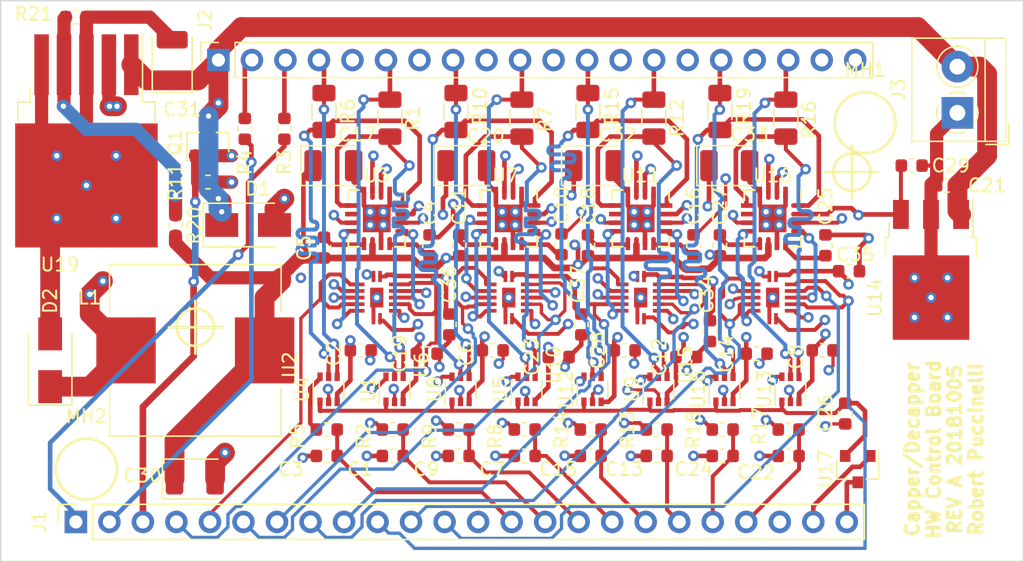
<source format=kicad_pcb>
(kicad_pcb (version 20171130) (host pcbnew "(5.0.0-3-g5ebb6b6)")
  (layers (0 F.Cu signal) (1 In1.Cu signal) (2 In2.Cu power) (31 B.Cu signal) (35 F.Paste user) (37 F.SilkS user) (39 F.Mask user) (44 Edge.Cuts user))
  (net 0 "")
  (net 1 /ADC2)
  (net 2 GND)
  (net 3 /5V)
  (net 4 /ADC1)
  (net 5 "Net-(C4-Pad2)")
  (net 6 "Net-(C5-Pad1)")
  (net 7 /V_motor)
  (net 8 /ADC4)
  (net 9 /ADC3)
  (net 10 "Net-(C10-Pad2)")
  (net 11 "Net-(C11-Pad1)")
  (net 12 /ADC6)
  (net 13 /ADC5)
  (net 14 "Net-(C16-Pad2)")
  (net 15 "Net-(C18-Pad1)")
  (net 16 VBUS)
  (net 17 /ADC8)
  (net 18 /ADC7)
  (net 19 "Net-(C25-Pad2)")
  (net 20 /V_mon)
  (net 21 "Net-(C27-Pad1)")
  (net 22 "Net-(J1-Pad1)")
  (net 23 "Net-(J1-Pad2)")
  (net 24 /SOLSET)
  (net 25 /EN1)
  (net 26 /EN2)
  (net 27 /EN3)
  (net 28 /EN4)
  (net 29 /EN5)
  (net 30 /EN6)
  (net 31 /EN7)
  (net 32 /EN8)
  (net 33 /REV)
  (net 34 /FWD)
  (net 35 /3.3V)
  (net 36 /SW1)
  (net 37 /SW2)
  (net 38 /MOT1_1)
  (net 39 /MOT1_2)
  (net 40 /MOT2_1)
  (net 41 /MOT2_2)
  (net 42 /MOT3_1)
  (net 43 /MOT3_2)
  (net 44 /MOT4_1)
  (net 45 /MOT4_2)
  (net 46 /MOT5_1)
  (net 47 /MOT5_2)
  (net 48 /MOT6_1)
  (net 49 /MOT6_2)
  (net 50 /MOT7_1)
  (net 51 /MOT7_2)
  (net 52 /MOT8_1)
  (net 53 /MOT8_2)
  (net 54 "Net-(R1-Pad1)")
  (net 55 "Net-(R2-Pad1)")
  (net 56 "Net-(R5-Pad2)")
  (net 57 "Net-(R6-Pad2)")
  (net 58 "Net-(R7-Pad1)")
  (net 59 "Net-(R8-Pad1)")
  (net 60 "Net-(R9-Pad2)")
  (net 61 "Net-(R10-Pad2)")
  (net 62 "Net-(R12-Pad1)")
  (net 63 "Net-(R13-Pad1)")
  (net 64 "Net-(R14-Pad2)")
  (net 65 "Net-(R15-Pad2)")
  (net 66 "Net-(R16-Pad1)")
  (net 67 "Net-(R17-Pad1)")
  (net 68 "Net-(R18-Pad2)")
  (net 69 "Net-(R19-Pad2)")
  (net 70 "Net-(U2-Pad11)")
  (net 71 "Net-(U2-Pad8)")
  (net 72 "Net-(U2-Pad6)")
  (net 73 "Net-(U2-Pad3)")
  (net 74 "Net-(U6-Pad3)")
  (net 75 "Net-(U6-Pad6)")
  (net 76 "Net-(U6-Pad8)")
  (net 77 "Net-(U6-Pad11)")
  (net 78 "Net-(U10-Pad11)")
  (net 79 "Net-(U10-Pad8)")
  (net 80 "Net-(U10-Pad6)")
  (net 81 "Net-(U10-Pad3)")
  (net 82 "Net-(U15-Pad3)")
  (net 83 "Net-(U15-Pad6)")
  (net 84 "Net-(U15-Pad8)")
  (net 85 "Net-(U15-Pad11)")
  (net 86 "Net-(D2-Pad1)")
  (net 87 "Net-(R20-Pad1)")
  (net 88 "Net-(U3-Pad6)")
  (net 89 "Net-(U7-Pad6)")
  (net 90 "Net-(U11-Pad6)")
  (net 91 "Net-(U16-Pad6)")
  (module Inductor_SMD:L_Wuerth_HCI-1365 (layer F.Cu) (at 92.25 94)
    (fp_text reference L1 (at -8 -4) (layer F.SilkS))
    (fp_text value 22uH)
    (pad 1 smd rect (at -5.25 0) (size 4.5 5) (layers F.Cu F.Paste F.Mask) (net 86 "Net-(D2-Pad1)"))
    (pad 2 smd rect (at 5.25 0) (size 4.5 5) (layers F.Cu F.Paste F.Mask) (net 7 /V_motor))
  )
  (module Capacitor_SMD:C_0603_1608Metric (layer F.Cu) (at 107.2125 102)
    (fp_text reference C1 (at -2.4625 1) (layer F.SilkS))
    (fp_text value 22nF)
    (pad 2 smd roundrect (at 0.7875 0) (size 0.875 0.95) (layers F.Cu F.Paste F.Mask) (net 1 /ADC2))
    (pad 1 smd roundrect (at -0.7875 0) (size 0.875 0.95) (layers F.Cu F.Paste F.Mask) (net 2 GND))
  )
  (module Capacitor_SMD:C_0603_1608Metric (layer F.Cu) (at 104.7875 94)
    (fp_text reference C2 (at -2.0375 0.25 90) (layer F.SilkS))
    (fp_text value 0.1uF)
    (pad 2 smd roundrect (at 0.7875 0) (size 0.875 0.95) (layers F.Cu F.Paste F.Mask) (net 2 GND))
    (pad 1 smd roundrect (at -0.7875 0) (size 0.875 0.95) (layers F.Cu F.Paste F.Mask) (net 3 /5V))
  )
  (module Capacitor_SMD:C_0603_1608Metric (layer F.Cu) (at 102.2125 102 180)
    (fp_text reference C3 (at 2.7125 -1 180) (layer F.SilkS))
    (fp_text value 22nF)
    (pad 2 smd roundrect (at 0.7875 0 180) (size 0.875 0.95) (layers F.Cu F.Paste F.Mask) (net 2 GND))
    (pad 1 smd roundrect (at -0.7875 0 180) (size 0.875 0.95) (layers F.Cu F.Paste F.Mask) (net 4 /ADC1))
  )
  (module Capacitor_SMD:C_0603_1608Metric (layer F.Cu) (at 110 86.0375 270)
    (fp_text reference C4 (at -2.4625 0 270) (layer F.SilkS))
    (fp_text value 2.2uF)
    (pad 1 smd roundrect (at -0.7875 0 270) (size 0.875 0.95) (layers F.Cu F.Paste F.Mask) (net 2 GND))
    (pad 2 smd roundrect (at 0.7875 0 270) (size 0.875 0.95) (layers F.Cu F.Paste F.Mask) (net 5 "Net-(C4-Pad2)"))
  )
  (module Capacitor_SMD:C_0603_1608Metric (layer F.Cu) (at 102 86.2125 270)
    (fp_text reference C5 (at 0.0375 1.5 270) (layer F.SilkS))
    (fp_text value 10nF)
    (pad 1 smd roundrect (at -0.7875 0 270) (size 0.875 0.95) (layers F.Cu F.Paste F.Mask) (net 6 "Net-(C5-Pad1)"))
    (pad 2 smd roundrect (at 0.7875 0 270) (size 0.875 0.95) (layers F.Cu F.Paste F.Mask) (net 7 /V_motor))
  )
  (module Capacitor_SMD:C_0603_1608Metric (layer F.Cu) (at 114.7875 94)
    (fp_text reference C6 (at -2.0375 0.25 90) (layer F.SilkS))
    (fp_text value 0.1uF)
    (pad 1 smd roundrect (at -0.7875 0) (size 0.875 0.95) (layers F.Cu F.Paste F.Mask) (net 3 /5V))
    (pad 2 smd roundrect (at 0.7875 0) (size 0.875 0.95) (layers F.Cu F.Paste F.Mask) (net 2 GND))
  )
  (module Capacitor_SMD:C_0603_1608Metric (layer F.Cu) (at 117.2125 102)
    (fp_text reference C7 (at -2.4625 1) (layer F.SilkS))
    (fp_text value 22nF)
    (pad 1 smd roundrect (at -0.7875 0) (size 0.875 0.95) (layers F.Cu F.Paste F.Mask) (net 2 GND))
    (pad 2 smd roundrect (at 0.7875 0) (size 0.875 0.95) (layers F.Cu F.Paste F.Mask) (net 8 /ADC4))
  )
  (module Capacitor_SMD:C_0603_1608Metric (layer F.Cu) (at 139.7875 94)
    (fp_text reference C8 (at -2.0375 0.5 90) (layer F.SilkS))
    (fp_text value 0.1uF)
    (pad 1 smd roundrect (at -0.7875 0) (size 0.875 0.95) (layers F.Cu F.Paste F.Mask) (net 3 /5V))
    (pad 2 smd roundrect (at 0.7875 0) (size 0.875 0.95) (layers F.Cu F.Paste F.Mask) (net 2 GND))
  )
  (module Capacitor_SMD:C_0603_1608Metric (layer F.Cu) (at 112.2125 102 180)
    (fp_text reference C9 (at 2.4625 -1 180) (layer F.SilkS))
    (fp_text value 22nF)
    (pad 2 smd roundrect (at 0.7875 0 180) (size 0.875 0.95) (layers F.Cu F.Paste F.Mask) (net 2 GND))
    (pad 1 smd roundrect (at -0.7875 0 180) (size 0.875 0.95) (layers F.Cu F.Paste F.Mask) (net 9 /ADC3))
  )
  (module Capacitor_SMD:C_0603_1608Metric (layer F.Cu) (at 120 85.9625 270)
    (fp_text reference C10 (at -2.9625 0 270) (layer F.SilkS))
    (fp_text value 2.2uF)
    (pad 2 smd roundrect (at 0.7875 0 270) (size 0.875 0.95) (layers F.Cu F.Paste F.Mask) (net 10 "Net-(C10-Pad2)"))
    (pad 1 smd roundrect (at -0.7875 0 270) (size 0.875 0.95) (layers F.Cu F.Paste F.Mask) (net 2 GND))
  )
  (module Capacitor_SMD:C_0603_1608Metric (layer F.Cu) (at 112.25 86.0375 270)
    (fp_text reference C11 (at -2.9625 0 270) (layer F.SilkS))
    (fp_text value 10nF)
    (pad 2 smd roundrect (at 0.7875 0 270) (size 0.875 0.95) (layers F.Cu F.Paste F.Mask) (net 7 /V_motor))
    (pad 1 smd roundrect (at -0.7875 0 270) (size 0.875 0.95) (layers F.Cu F.Paste F.Mask) (net 11 "Net-(C11-Pad1)"))
  )
  (module Capacitor_SMD:C_0603_1608Metric (layer F.Cu) (at 129.4625 94.5)
    (fp_text reference C12 (at -2.0375 0 90) (layer F.SilkS))
    (fp_text value 0.1uF)
    (pad 2 smd roundrect (at 0.7875 0) (size 0.875 0.95) (layers F.Cu F.Paste F.Mask) (net 2 GND))
    (pad 1 smd roundrect (at -0.7875 0) (size 0.875 0.95) (layers F.Cu F.Paste F.Mask) (net 3 /5V))
  )
  (module Capacitor_SMD:C_0603_1608Metric (layer F.Cu) (at 127.2125 102)
    (fp_text reference C13 (at -2.4625 1) (layer F.SilkS))
    (fp_text value 22nF)
    (pad 1 smd roundrect (at -0.7875 0) (size 0.875 0.95) (layers F.Cu F.Paste F.Mask) (net 2 GND))
    (pad 2 smd roundrect (at 0.7875 0) (size 0.875 0.95) (layers F.Cu F.Paste F.Mask) (net 12 /ADC6))
  )
  (module Capacitor_SMD:C_0603_1608Metric (layer F.Cu) (at 134.7875 94.25)
    (fp_text reference C14 (at -2.2875 0 90) (layer F.SilkS))
    (fp_text value 0.1uF)
    (pad 1 smd roundrect (at -0.7875 0) (size 0.875 0.95) (layers F.Cu F.Paste F.Mask) (net 3 /5V))
    (pad 2 smd roundrect (at 0.7875 0) (size 0.875 0.95) (layers F.Cu F.Paste F.Mask) (net 2 GND))
  )
  (module Capacitor_SMD:C_0603_1608Metric (layer F.Cu) (at 122.2125 102 180)
    (fp_text reference C15 (at 2.4625 -1 180) (layer F.SilkS))
    (fp_text value 22nF)
    (pad 1 smd roundrect (at -0.7875 0 180) (size 0.875 0.95) (layers F.Cu F.Paste F.Mask) (net 13 /ADC5))
    (pad 2 smd roundrect (at 0.7875 0 180) (size 0.875 0.95) (layers F.Cu F.Paste F.Mask) (net 2 GND))
  )
  (module Capacitor_SMD:C_0603_1608Metric (layer F.Cu) (at 130 86.0375 270)
    (fp_text reference C16 (at -2.9625 0 270) (layer F.SilkS))
    (fp_text value 2.2uF)
    (pad 1 smd roundrect (at -0.7875 0 270) (size 0.875 0.95) (layers F.Cu F.Paste F.Mask) (net 2 GND))
    (pad 2 smd roundrect (at 0.7875 0 270) (size 0.875 0.95) (layers F.Cu F.Paste F.Mask) (net 14 "Net-(C16-Pad2)"))
  )
  (module Capacitor_SMD:C_0603_1608Metric (layer F.Cu) (at 122 86.0375 270)
    (fp_text reference C18 (at -2.9625 0 270) (layer F.SilkS))
    (fp_text value 10nF)
    (pad 2 smd roundrect (at 0.7875 0 270) (size 0.875 0.95) (layers F.Cu F.Paste F.Mask) (net 7 /V_motor))
    (pad 1 smd roundrect (at -0.7875 0 270) (size 0.875 0.95) (layers F.Cu F.Paste F.Mask) (net 15 "Net-(C18-Pad1)"))
  )
  (module Capacitor_SMD:C_0603_1608Metric (layer F.Cu) (at 109.7875 94.25)
    (fp_text reference C19 (at -2.0375 0 90) (layer F.SilkS))
    (fp_text value 0.1uF)
    (pad 1 smd roundrect (at -0.7875 0) (size 0.875 0.95) (layers F.Cu F.Paste F.Mask) (net 3 /5V))
    (pad 2 smd roundrect (at 0.7875 0) (size 0.875 0.95) (layers F.Cu F.Paste F.Mask) (net 2 GND))
  )
  (module Capacitor_SMD:C_0603_1608Metric (layer F.Cu) (at 149.2125 81.5)
    (fp_text reference C21 (at 3.0375 0) (layer F.SilkS))
    (fp_text value 0.33uF)
    (pad 1 smd roundrect (at -0.7875 0) (size 0.875 0.95) (layers F.Cu F.Paste F.Mask) (net 2 GND))
    (pad 2 smd roundrect (at 0.7875 0) (size 0.875 0.95) (layers F.Cu F.Paste F.Mask) (net 16 VBUS))
  )
  (module Capacitor_SMD:C_0603_1608Metric (layer F.Cu) (at 137.2125 102)
    (fp_text reference C22 (at -2.4625 1.25) (layer F.SilkS))
    (fp_text value 22nF)
    (pad 2 smd roundrect (at 0.7875 0) (size 0.875 0.95) (layers F.Cu F.Paste F.Mask) (net 17 /ADC8))
    (pad 1 smd roundrect (at -0.7875 0) (size 0.875 0.95) (layers F.Cu F.Paste F.Mask) (net 2 GND))
  )
  (module Capacitor_SMD:C_0603_1608Metric (layer F.Cu) (at 119.7875 94.5)
    (fp_text reference C23 (at -2.0375 0 90) (layer F.SilkS))
    (fp_text value 0.1uF)
    (pad 2 smd roundrect (at 0.7875 0) (size 0.875 0.95) (layers F.Cu F.Paste F.Mask) (net 2 GND))
    (pad 1 smd roundrect (at -0.7875 0) (size 0.875 0.95) (layers F.Cu F.Paste F.Mask) (net 3 /5V))
  )
  (module Capacitor_SMD:C_0603_1608Metric (layer F.Cu) (at 132.2125 102 180)
    (fp_text reference C24 (at 2.2125 -1 180) (layer F.SilkS))
    (fp_text value 22nF)
    (pad 2 smd roundrect (at 0.7875 0 180) (size 0.875 0.95) (layers F.Cu F.Paste F.Mask) (net 2 GND))
    (pad 1 smd roundrect (at -0.7875 0 180) (size 0.875 0.95) (layers F.Cu F.Paste F.Mask) (net 18 /ADC7))
  )
  (module Capacitor_SMD:C_0603_1608Metric (layer F.Cu) (at 140 86.0375 270)
    (fp_text reference C25 (at -2.9625 0 270) (layer F.SilkS))
    (fp_text value 2.2uF)
    (pad 2 smd roundrect (at 0.7875 0 270) (size 0.875 0.95) (layers F.Cu F.Paste F.Mask) (net 19 "Net-(C25-Pad2)"))
    (pad 1 smd roundrect (at -0.7875 0 270) (size 0.875 0.95) (layers F.Cu F.Paste F.Mask) (net 2 GND))
  )
  (module Capacitor_SMD:C_0603_1608Metric (layer F.Cu) (at 141.5 98.7875 270)
    (fp_text reference C26 (at -0.0375 1.5 270) (layer F.SilkS))
    (fp_text value 0.01uF)
    (pad 2 smd roundrect (at 0.7875 0 270) (size 0.875 0.95) (layers F.Cu F.Paste F.Mask) (net 2 GND))
    (pad 1 smd roundrect (at -0.7875 0 270) (size 0.875 0.95) (layers F.Cu F.Paste F.Mask) (net 20 /V_mon))
  )
  (module Capacitor_SMD:C_0603_1608Metric (layer F.Cu) (at 132 86.0375 270)
    (fp_text reference C27 (at -2.9625 0 270) (layer F.SilkS))
    (fp_text value 10nF)
    (pad 1 smd roundrect (at -0.7875 0 270) (size 0.875 0.95) (layers F.Cu F.Paste F.Mask) (net 21 "Net-(C27-Pad1)"))
    (pad 2 smd roundrect (at 0.7875 0 270) (size 0.875 0.95) (layers F.Cu F.Paste F.Mask) (net 7 /V_motor))
  )
  (module Capacitor_SMD:C_0603_1608Metric (layer F.Cu) (at 124.7875 94)
    (fp_text reference C28 (at -2.0375 0 90) (layer F.SilkS))
    (fp_text value 0.1uF)
    (pad 2 smd roundrect (at 0.7875 0) (size 0.875 0.95) (layers F.Cu F.Paste F.Mask) (net 2 GND))
    (pad 1 smd roundrect (at -0.7875 0) (size 0.875 0.95) (layers F.Cu F.Paste F.Mask) (net 3 /5V))
  )
  (module Diode_SMD:D_SMA (layer F.Cu) (at 96.25 84.5)
    (fp_text reference D1 (at 0.75 -2.75 180) (layer F.SilkS))
    (fp_text value Schottky)
    (pad 1 smd rect (at -2 0) (size 2.5 1.8) (layers F.Cu F.Paste F.Mask) (net 16 VBUS))
    (pad 2 smd rect (at 2 0) (size 2.5 1.8) (layers F.Cu F.Paste F.Mask) (net 2 GND))
  )
  (module Connector_PinSocket_2.54mm:PinSocket_1x24_P2.54mm_Vertical (layer F.Cu) (at 83.2 107 90)
    (fp_text reference J1 (at 0 -2.77 90) (layer F.SilkS))
    (fp_text value "Pi Control Signals")
    (pad 1 thru_hole rect (at 0 0 90) (size 1.7 1.7) (drill 1) (layers *.Cu *.Mask) (net 22 "Net-(J1-Pad1)"))
    (pad 2 thru_hole oval (at 0 2.54 90) (size 1.7 1.7) (drill 1) (layers *.Cu *.Mask) (net 23 "Net-(J1-Pad2)"))
    (pad 3 thru_hole oval (at 0 5.08 90) (size 1.7 1.7) (drill 1) (layers *.Cu *.Mask) (net 24 /SOLSET))
    (pad 4 thru_hole oval (at 0 7.62 90) (size 1.7 1.7) (drill 1) (layers *.Cu *.Mask) (net 25 /EN1))
    (pad 5 thru_hole oval (at 0 10.16 90) (size 1.7 1.7) (drill 1) (layers *.Cu *.Mask) (net 26 /EN2))
    (pad 6 thru_hole oval (at 0 12.7 90) (size 1.7 1.7) (drill 1) (layers *.Cu *.Mask) (net 27 /EN3))
    (pad 7 thru_hole oval (at 0 15.24 90) (size 1.7 1.7) (drill 1) (layers *.Cu *.Mask) (net 28 /EN4))
    (pad 8 thru_hole oval (at 0 17.78 90) (size 1.7 1.7) (drill 1) (layers *.Cu *.Mask) (net 29 /EN5))
    (pad 9 thru_hole oval (at 0 20.32 90) (size 1.7 1.7) (drill 1) (layers *.Cu *.Mask) (net 30 /EN6))
    (pad 10 thru_hole oval (at 0 22.86 90) (size 1.7 1.7) (drill 1) (layers *.Cu *.Mask) (net 31 /EN7))
    (pad 11 thru_hole oval (at 0 25.4 90) (size 1.7 1.7) (drill 1) (layers *.Cu *.Mask) (net 32 /EN8))
    (pad 12 thru_hole oval (at 0 27.94 90) (size 1.7 1.7) (drill 1) (layers *.Cu *.Mask) (net 33 /REV))
    (pad 13 thru_hole oval (at 0 30.48 90) (size 1.7 1.7) (drill 1) (layers *.Cu *.Mask) (net 34 /FWD))
    (pad 14 thru_hole oval (at 0 33.02 90) (size 1.7 1.7) (drill 1) (layers *.Cu *.Mask) (net 4 /ADC1))
    (pad 15 thru_hole oval (at 0 35.56 90) (size 1.7 1.7) (drill 1) (layers *.Cu *.Mask) (net 1 /ADC2))
    (pad 16 thru_hole oval (at 0 38.1 90) (size 1.7 1.7) (drill 1) (layers *.Cu *.Mask) (net 9 /ADC3))
    (pad 17 thru_hole oval (at 0 40.64 90) (size 1.7 1.7) (drill 1) (layers *.Cu *.Mask) (net 8 /ADC4))
    (pad 18 thru_hole oval (at 0 43.18 90) (size 1.7 1.7) (drill 1) (layers *.Cu *.Mask) (net 13 /ADC5))
    (pad 19 thru_hole oval (at 0 45.72 90) (size 1.7 1.7) (drill 1) (layers *.Cu *.Mask) (net 12 /ADC6))
    (pad 20 thru_hole oval (at 0 48.26 90) (size 1.7 1.7) (drill 1) (layers *.Cu *.Mask) (net 18 /ADC7))
    (pad 21 thru_hole oval (at 0 50.8 90) (size 1.7 1.7) (drill 1) (layers *.Cu *.Mask) (net 17 /ADC8))
    (pad 22 thru_hole oval (at 0 53.34 90) (size 1.7 1.7) (drill 1) (layers *.Cu *.Mask) (net 3 /5V))
    (pad 23 thru_hole oval (at 0 55.88 90) (size 1.7 1.7) (drill 1) (layers *.Cu *.Mask) (net 35 /3.3V))
    (pad 24 thru_hole oval (at 0 58.42 90) (size 1.7 1.7) (drill 1) (layers *.Cu *.Mask) (net 2 GND))
  )
  (module Connector_PinSocket_2.54mm:PinSocket_1x20_P2.54mm_Vertical (layer F.Cu) (at 94 72 90)
    (fp_text reference J2 (at 3 -1 90) (layer F.SilkS))
    (fp_text value Motor_Power)
    (pad 1 thru_hole rect (at 0 0 90) (size 1.7 1.7) (drill 1) (layers *.Cu *.Mask) (net 16 VBUS))
    (pad 2 thru_hole oval (at 0 2.54 90) (size 1.7 1.7) (drill 1) (layers *.Cu *.Mask) (net 36 /SW1))
    (pad 3 thru_hole oval (at 0 5.08 90) (size 1.7 1.7) (drill 1) (layers *.Cu *.Mask) (net 37 /SW2))
    (pad 4 thru_hole oval (at 0 7.62 90) (size 1.7 1.7) (drill 1) (layers *.Cu *.Mask) (net 38 /MOT1_1))
    (pad 5 thru_hole oval (at 0 10.16 90) (size 1.7 1.7) (drill 1) (layers *.Cu *.Mask) (net 39 /MOT1_2))
    (pad 6 thru_hole oval (at 0 12.7 90) (size 1.7 1.7) (drill 1) (layers *.Cu *.Mask) (net 40 /MOT2_1))
    (pad 7 thru_hole oval (at 0 15.24 90) (size 1.7 1.7) (drill 1) (layers *.Cu *.Mask) (net 41 /MOT2_2))
    (pad 8 thru_hole oval (at 0 17.78 90) (size 1.7 1.7) (drill 1) (layers *.Cu *.Mask) (net 42 /MOT3_1))
    (pad 9 thru_hole oval (at 0 20.32 90) (size 1.7 1.7) (drill 1) (layers *.Cu *.Mask) (net 43 /MOT3_2))
    (pad 10 thru_hole oval (at 0 22.86 90) (size 1.7 1.7) (drill 1) (layers *.Cu *.Mask) (net 44 /MOT4_1))
    (pad 11 thru_hole oval (at 0 25.4 90) (size 1.7 1.7) (drill 1) (layers *.Cu *.Mask) (net 45 /MOT4_2))
    (pad 12 thru_hole oval (at 0 27.94 90) (size 1.7 1.7) (drill 1) (layers *.Cu *.Mask) (net 46 /MOT5_1))
    (pad 13 thru_hole oval (at 0 30.48 90) (size 1.7 1.7) (drill 1) (layers *.Cu *.Mask) (net 47 /MOT5_2))
    (pad 14 thru_hole oval (at 0 33.02 90) (size 1.7 1.7) (drill 1) (layers *.Cu *.Mask) (net 48 /MOT6_1))
    (pad 15 thru_hole oval (at 0 35.56 90) (size 1.7 1.7) (drill 1) (layers *.Cu *.Mask) (net 49 /MOT6_2))
    (pad 16 thru_hole oval (at 0 38.1 90) (size 1.7 1.7) (drill 1) (layers *.Cu *.Mask) (net 50 /MOT7_1))
    (pad 17 thru_hole oval (at 0 40.64 90) (size 1.7 1.7) (drill 1) (layers *.Cu *.Mask) (net 51 /MOT7_2))
    (pad 18 thru_hole oval (at 0 43.18 90) (size 1.7 1.7) (drill 1) (layers *.Cu *.Mask) (net 52 /MOT8_1))
    (pad 19 thru_hole oval (at 0 45.72 90) (size 1.7 1.7) (drill 1) (layers *.Cu *.Mask) (net 53 /MOT8_2))
    (pad 20 thru_hole oval (at 0 48.26 90) (size 1.7 1.7) (drill 1) (layers *.Cu *.Mask) (net 2 GND))
  )
  (module TerminalBlock_4Ucon:TerminalBlock_4Ucon_1x02_P3.50mm_Horizontal (layer F.Cu) (at 150 76 90)
    (fp_text reference J3 (at 1.75 -4.46 90) (layer F.SilkS))
    (fp_text value Screw_Term)
    (pad 1 thru_hole rect (at 0 0 90) (size 2.4 2.4) (drill 1.2) (layers *.Cu *.Mask) (net 2 GND))
    (pad 2 thru_hole circle (at 3.5 0 90) (size 2.4 2.4) (drill 1.2) (layers *.Cu *.Mask) (net 16 VBUS))
  )
  (module Package_TO_SOT_SMD:SOT-23 (layer F.Cu) (at 93.2 78.25 90)
    (fp_text reference Q1 (at 0 -2.5 90) (layer F.SilkS))
    (fp_text value Q_NMOS_GSD)
    (pad 3 smd rect (at 1 0 90) (size 0.9 0.8) (layers F.Cu F.Paste F.Mask) (net 16 VBUS))
    (pad 2 smd rect (at -1 0.95 90) (size 0.9 0.8) (layers F.Cu F.Paste F.Mask) (net 2 GND))
    (pad 1 smd rect (at -1 -0.95 90) (size 0.9 0.8) (layers F.Cu F.Paste F.Mask) (net 24 /SOLSET))
  )
  (module Resistor_SMD:R_1206_3216Metric (layer F.Cu) (at 107 76.4 90)
    (fp_text reference R1 (at 0 1.75 90) (layer F.SilkS))
    (fp_text value 0.05R)
    (pad 1 smd roundrect (at -1.4 0 90) (size 1.25 1.75) (layers F.Cu F.Paste F.Mask) (roundrect_rratio 0.2) (net 54 "Net-(R1-Pad1)"))
    (pad 2 smd roundrect (at 1.4 0 90) (size 1.25 1.75) (layers F.Cu F.Paste F.Mask) (roundrect_rratio 0.2) (net 40 /MOT2_1))
  )
  (module Resistor_SMD:R_0603_1608Metric (layer F.Cu) (at 107.2125 100)
    (fp_text reference R2 (at -2.2125 0.5 90) (layer F.SilkS))
    (fp_text value 20k)
    (pad 1 smd roundrect (at -0.7875 0) (size 0.875 0.95) (layers F.Cu F.Paste F.Mask) (net 55 "Net-(R2-Pad1)"))
    (pad 2 smd roundrect (at 0.7875 0) (size 0.875 0.95) (layers F.Cu F.Paste F.Mask) (net 1 /ADC2))
  )
  (module Resistor_SMD:R_0603_1608Metric (layer F.Cu) (at 99 77.2125 90)
    (fp_text reference R3 (at -2.5375 0 90) (layer F.SilkS))
    (fp_text value 330R)
    (pad 1 smd roundrect (at -0.7875 0 90) (size 0.875 0.95) (layers F.Cu F.Paste F.Mask) (net 22 "Net-(J1-Pad1)"))
    (pad 2 smd roundrect (at 0.7875 0 90) (size 0.875 0.95) (layers F.Cu F.Paste F.Mask) (net 37 /SW2))
  )
  (module Resistor_SMD:R_0603_1608Metric (layer F.Cu) (at 96 77.2125 270)
    (fp_text reference R4 (at 2.5375 0 270) (layer F.SilkS))
    (fp_text value 330R)
    (pad 2 smd roundrect (at 0.7875 0 270) (size 0.875 0.95) (layers F.Cu F.Paste F.Mask) (net 23 "Net-(J1-Pad2)"))
    (pad 1 smd roundrect (at -0.7875 0 270) (size 0.875 0.95) (layers F.Cu F.Paste F.Mask) (net 36 /SW1))
  )
  (module Resistor_SMD:R_0603_1608Metric (layer F.Cu) (at 102.2125 100 180)
    (fp_text reference R5 (at 2.2125 -0.5 270) (layer F.SilkS))
    (fp_text value 20k)
    (pad 2 smd roundrect (at 0.7875 0 180) (size 0.875 0.95) (layers F.Cu F.Paste F.Mask) (net 56 "Net-(R5-Pad2)"))
    (pad 1 smd roundrect (at -0.7875 0 180) (size 0.875 0.95) (layers F.Cu F.Paste F.Mask) (net 4 /ADC1))
  )
  (module Resistor_SMD:R_1206_3216Metric (layer F.Cu) (at 102 75.9 270)
    (fp_text reference R6 (at 0 -1.82 270) (layer F.SilkS))
    (fp_text value 0.05R)
    (pad 2 smd roundrect (at 1.4 0 270) (size 1.25 1.75) (layers F.Cu F.Paste F.Mask) (roundrect_rratio 0.2) (net 57 "Net-(R6-Pad2)"))
    (pad 1 smd roundrect (at -1.4 0 270) (size 1.25 1.75) (layers F.Cu F.Paste F.Mask) (roundrect_rratio 0.2) (net 38 /MOT1_1))
  )
  (module Resistor_SMD:R_1206_3216Metric (layer F.Cu) (at 117 76.4 90)
    (fp_text reference R7 (at -0.1 1.75 90) (layer F.SilkS))
    (fp_text value 0.05R)
    (pad 1 smd roundrect (at -1.4 0 90) (size 1.25 1.75) (layers F.Cu F.Paste F.Mask) (roundrect_rratio 0.2) (net 58 "Net-(R7-Pad1)"))
    (pad 2 smd roundrect (at 1.4 0 90) (size 1.25 1.75) (layers F.Cu F.Paste F.Mask) (roundrect_rratio 0.2) (net 44 /MOT4_1))
  )
  (module Resistor_SMD:R_0603_1608Metric (layer F.Cu) (at 117.2125 100)
    (fp_text reference R8 (at -2.2125 0.5 90) (layer F.SilkS))
    (fp_text value 20k)
    (pad 2 smd roundrect (at 0.7875 0) (size 0.875 0.95) (layers F.Cu F.Paste F.Mask) (net 8 /ADC4))
    (pad 1 smd roundrect (at -0.7875 0) (size 0.875 0.95) (layers F.Cu F.Paste F.Mask) (net 59 "Net-(R8-Pad1)"))
  )
  (module Resistor_SMD:R_0603_1608Metric (layer F.Cu) (at 112.2125 100 180)
    (fp_text reference R9 (at 2.2125 -0.5 270) (layer F.SilkS))
    (fp_text value 20k)
    (pad 1 smd roundrect (at -0.7875 0 180) (size 0.875 0.95) (layers F.Cu F.Paste F.Mask) (net 9 /ADC3))
    (pad 2 smd roundrect (at 0.7875 0 180) (size 0.875 0.95) (layers F.Cu F.Paste F.Mask) (net 60 "Net-(R9-Pad2)"))
  )
  (module Resistor_SMD:R_1206_3216Metric (layer F.Cu) (at 112 75.9 270)
    (fp_text reference R10 (at -0.4 -1.82 270) (layer F.SilkS))
    (fp_text value 0.05R)
    (pad 2 smd roundrect (at 1.4 0 270) (size 1.25 1.75) (layers F.Cu F.Paste F.Mask) (roundrect_rratio 0.2) (net 61 "Net-(R10-Pad2)"))
    (pad 1 smd roundrect (at -1.4 0 270) (size 1.25 1.75) (layers F.Cu F.Paste F.Mask) (roundrect_rratio 0.2) (net 42 /MOT3_1))
  )
  (module Resistor_SMD:R_0603_1608Metric (layer F.Cu) (at 93.2125 81.25 180)
    (fp_text reference R11 (at 2.4625 0 270) (layer F.SilkS))
    (fp_text value 5k)
    (pad 1 smd roundrect (at -0.7875 0 180) (size 0.875 0.95) (layers F.Cu F.Paste F.Mask) (net 2 GND))
    (pad 2 smd roundrect (at 0.7875 0 180) (size 0.875 0.95) (layers F.Cu F.Paste F.Mask) (net 24 /SOLSET))
  )
  (module Resistor_SMD:R_1206_3216Metric (layer F.Cu) (at 127 76.4 90)
    (fp_text reference R12 (at 0 1.75 90) (layer F.SilkS))
    (fp_text value 0.05R)
    (pad 1 smd roundrect (at -1.4 0 90) (size 1.25 1.75) (layers F.Cu F.Paste F.Mask) (roundrect_rratio 0.2) (net 62 "Net-(R12-Pad1)"))
    (pad 2 smd roundrect (at 1.4 0 90) (size 1.25 1.75) (layers F.Cu F.Paste F.Mask) (roundrect_rratio 0.2) (net 48 /MOT6_1))
  )
  (module Resistor_SMD:R_0603_1608Metric (layer F.Cu) (at 127.2125 100)
    (fp_text reference R13 (at -2.2125 0 90) (layer F.SilkS))
    (fp_text value 20k)
    (pad 2 smd roundrect (at 0.7875 0) (size 0.875 0.95) (layers F.Cu F.Paste F.Mask) (net 12 /ADC6))
    (pad 1 smd roundrect (at -0.7875 0) (size 0.875 0.95) (layers F.Cu F.Paste F.Mask) (net 63 "Net-(R13-Pad1)"))
  )
  (module Resistor_SMD:R_0603_1608Metric (layer F.Cu) (at 122.2125 100 180)
    (fp_text reference R14 (at 2.2125 0 270) (layer F.SilkS))
    (fp_text value 20k)
    (pad 2 smd roundrect (at 0.7875 0 180) (size 0.875 0.95) (layers F.Cu F.Paste F.Mask) (net 64 "Net-(R14-Pad2)"))
    (pad 1 smd roundrect (at -0.7875 0 180) (size 0.875 0.95) (layers F.Cu F.Paste F.Mask) (net 13 /ADC5))
  )
  (module Resistor_SMD:R_1206_3216Metric (layer F.Cu) (at 122 75.9 270)
    (fp_text reference R15 (at -0.4 -1.82 270) (layer F.SilkS))
    (fp_text value 0.05R)
    (pad 2 smd roundrect (at 1.4 0 270) (size 1.25 1.75) (layers F.Cu F.Paste F.Mask) (roundrect_rratio 0.2) (net 65 "Net-(R15-Pad2)"))
    (pad 1 smd roundrect (at -1.4 0 270) (size 1.25 1.75) (layers F.Cu F.Paste F.Mask) (roundrect_rratio 0.2) (net 46 /MOT5_1))
  )
  (module Resistor_SMD:R_1206_3216Metric (layer F.Cu) (at 137 76.4 90)
    (fp_text reference R16 (at -0.1 1.75 90) (layer F.SilkS))
    (fp_text value 0.05R)
    (pad 1 smd roundrect (at -1.4 0 90) (size 1.25 1.75) (layers F.Cu F.Paste F.Mask) (roundrect_rratio 0.2) (net 66 "Net-(R16-Pad1)"))
    (pad 2 smd roundrect (at 1.4 0 90) (size 1.25 1.75) (layers F.Cu F.Paste F.Mask) (roundrect_rratio 0.2) (net 52 /MOT8_1))
  )
  (module Resistor_SMD:R_0603_1608Metric (layer F.Cu) (at 137.2125 100)
    (fp_text reference R17 (at -2.2125 -0.25 90) (layer F.SilkS))
    (fp_text value 20k)
    (pad 1 smd roundrect (at -0.7875 0) (size 0.875 0.95) (layers F.Cu F.Paste F.Mask) (net 67 "Net-(R17-Pad1)"))
    (pad 2 smd roundrect (at 0.7875 0) (size 0.875 0.95) (layers F.Cu F.Paste F.Mask) (net 17 /ADC8))
  )
  (module Resistor_SMD:R_0603_1608Metric (layer F.Cu) (at 132.2125 100 180)
    (fp_text reference R18 (at 2.2125 0 270) (layer F.SilkS))
    (fp_text value 20k)
    (pad 1 smd roundrect (at -0.7875 0 180) (size 0.875 0.95) (layers F.Cu F.Paste F.Mask) (net 18 /ADC7))
    (pad 2 smd roundrect (at 0.7875 0 180) (size 0.875 0.95) (layers F.Cu F.Paste F.Mask) (net 68 "Net-(R18-Pad2)"))
  )
  (module Resistor_SMD:R_1206_3216Metric (layer F.Cu) (at 132 75.9 270)
    (fp_text reference R19 (at -0.4 -1.82 270) (layer F.SilkS))
    (fp_text value 0.05R)
    (pad 2 smd roundrect (at 1.4 0 270) (size 1.25 1.75) (layers F.Cu F.Paste F.Mask) (roundrect_rratio 0.2) (net 69 "Net-(R19-Pad2)"))
    (pad 1 smd roundrect (at -1.4 0 270) (size 1.25 1.75) (layers F.Cu F.Paste F.Mask) (roundrect_rratio 0.2) (net 50 /MOT7_1))
  )
  (module Package_TO_SOT_SMD:SOT-363_SC-70-6 (layer F.Cu) (at 107.35 96.95 90)
    (fp_text reference U1 (at 0 -2 90) (layer F.SilkS))
    (fp_text value INA214)
    (pad 6 smd rect (at 0.95 -0.65 90) (size 0.65 0.4) (layers F.Cu F.Paste F.Mask) (net 55 "Net-(R2-Pad1)"))
    (pad 4 smd rect (at 0.95 0.65 90) (size 0.65 0.4) (layers F.Cu F.Paste F.Mask) (net 54 "Net-(R1-Pad1)"))
    (pad 2 smd rect (at -0.95 0 90) (size 0.65 0.4) (layers F.Cu F.Paste F.Mask) (net 2 GND))
    (pad 5 smd rect (at 0.95 0 90) (size 0.65 0.4) (layers F.Cu F.Paste F.Mask) (net 40 /MOT2_1))
    (pad 3 smd rect (at -0.95 0.65 90) (size 0.65 0.4) (layers F.Cu F.Paste F.Mask) (net 3 /5V))
    (pad 1 smd rect (at -0.95 -0.65 90) (size 0.65 0.4) (layers F.Cu F.Paste F.Mask) (net 20 /V_mon))
  )
  (module Package_DFN_QFN:WQFN-16-1EP_4x4mm_P0.65mm_EP2.1x2.1mm (layer F.Cu) (at 106 84 270)
    (fp_text reference U3 (at -3.25 0) (layer F.SilkS))
    (fp_text value DRV8833RTY)
    (pad 1 smd rect (at -1.9875 -0.975 270) (size 0.825 0.35) (layers F.Cu F.Paste F.Mask) (net 2 GND))
    (pad 1 smd circle (at -1.575 -0.975 270) (size 0.35 0.35) (layers F.Cu F.Paste F.Mask) (net 2 GND))
    (pad 2 smd rect (at -1.9875 -0.325 270) (size 0.825 0.35) (layers F.Cu F.Paste F.Mask) (net 39 /MOT1_2))
    (pad 2 smd circle (at -1.575 -0.325 270) (size 0.35 0.35) (layers F.Cu F.Paste F.Mask) (net 39 /MOT1_2))
    (pad 3 smd rect (at -1.9875 0.325 270) (size 0.825 0.35) (layers F.Cu F.Paste F.Mask) (net 41 /MOT2_2))
    (pad 3 smd circle (at -1.575 0.325 270) (size 0.35 0.35) (layers F.Cu F.Paste F.Mask) (net 41 /MOT2_2))
    (pad 4 smd rect (at -1.9875 0.975 270) (size 0.825 0.35) (layers F.Cu F.Paste F.Mask) (net 2 GND))
    (pad 4 smd circle (at -1.575 0.975 270) (size 0.35 0.35) (layers F.Cu F.Paste F.Mask) (net 2 GND))
    (pad 5 smd rect (at -0.975 1.9875) (size 0.825 0.35) (layers F.Cu F.Paste F.Mask) (net 54 "Net-(R1-Pad1)"))
    (pad 5 smd circle (at -0.975 1.575) (size 0.35 0.35) (layers F.Cu F.Paste F.Mask) (net 54 "Net-(R1-Pad1)"))
    (pad 6 smd rect (at -0.325 1.9875) (size 0.825 0.35) (layers F.Cu F.Paste F.Mask) (net 88 "Net-(U3-Pad6)"))
    (pad 6 smd circle (at -0.325 1.575) (size 0.35 0.35) (layers F.Cu F.Paste F.Mask) (net 88 "Net-(U3-Pad6)"))
    (pad 7 smd rect (at 0.325 1.9875) (size 0.825 0.35) (layers F.Cu F.Paste F.Mask) (net 73 "Net-(U2-Pad3)"))
    (pad 7 smd circle (at 0.325 1.575) (size 0.35 0.35) (layers F.Cu F.Paste F.Mask) (net 73 "Net-(U2-Pad3)"))
    (pad 8 smd rect (at 0.975 1.9875) (size 0.825 0.35) (layers F.Cu F.Paste F.Mask) (net 72 "Net-(U2-Pad6)"))
    (pad 8 smd circle (at 0.975 1.575) (size 0.35 0.35) (layers F.Cu F.Paste F.Mask) (net 72 "Net-(U2-Pad6)"))
    (pad 9 smd rect (at 1.9875 0.975 270) (size 0.825 0.35) (layers F.Cu F.Paste F.Mask) (net 6 "Net-(C5-Pad1)"))
    (pad 9 smd circle (at 1.575 0.975 270) (size 0.35 0.35) (layers F.Cu F.Paste F.Mask) (net 6 "Net-(C5-Pad1)"))
    (pad 10 smd rect (at 1.9875 0.325 270) (size 0.825 0.35) (layers F.Cu F.Paste F.Mask) (net 7 /V_motor))
    (pad 10 smd circle (at 1.575 0.325 270) (size 0.35 0.35) (layers F.Cu F.Paste F.Mask) (net 7 /V_motor))
    (pad 11 smd rect (at 1.9875 -0.325 270) (size 0.825 0.35) (layers F.Cu F.Paste F.Mask) (net 2 GND))
    (pad 11 smd circle (at 1.575 -0.325 270) (size 0.35 0.35) (layers F.Cu F.Paste F.Mask) (net 2 GND))
    (pad 12 smd rect (at 1.9875 -0.975 270) (size 0.825 0.35) (layers F.Cu F.Paste F.Mask) (net 5 "Net-(C4-Pad2)"))
    (pad 12 smd circle (at 1.575 -0.975 270) (size 0.35 0.35) (layers F.Cu F.Paste F.Mask) (net 5 "Net-(C4-Pad2)"))
    (pad 13 smd rect (at 0.975 -1.9875) (size 0.825 0.35) (layers F.Cu F.Paste F.Mask) (net 70 "Net-(U2-Pad11)"))
    (pad 13 smd circle (at 0.975 -1.575) (size 0.35 0.35) (layers F.Cu F.Paste F.Mask) (net 70 "Net-(U2-Pad11)"))
    (pad 14 smd rect (at 0.325 -1.9875) (size 0.825 0.35) (layers F.Cu F.Paste F.Mask) (net 71 "Net-(U2-Pad8)"))
    (pad 14 smd circle (at 0.325 -1.575) (size 0.35 0.35) (layers F.Cu F.Paste F.Mask) (net 71 "Net-(U2-Pad8)"))
    (pad 15 smd rect (at -0.325 -1.9875) (size 0.825 0.35) (layers F.Cu F.Paste F.Mask) (net 3 /5V))
    (pad 15 smd circle (at -0.325 -1.575) (size 0.35 0.35) (layers F.Cu F.Paste F.Mask) (net 3 /5V))
    (pad 16 smd rect (at -0.975 -1.9875) (size 0.825 0.35) (layers F.Cu F.Paste F.Mask) (net 57 "Net-(R6-Pad2)"))
    (pad 16 smd circle (at -0.975 -1.575) (size 0.35 0.35) (layers F.Cu F.Paste F.Mask) (net 57 "Net-(R6-Pad2)"))
    (pad 17 smd rect (at 0 0 270) (size 2.1 2.1) (layers F.Cu F.Mask) (net 2 GND))
  )
  (module Package_TO_SOT_SMD:SOT-363_SC-70-6 (layer F.Cu) (at 102.35 96.95 90)
    (fp_text reference U4 (at 0 -2 90) (layer F.SilkS))
    (fp_text value INA214)
    (pad 1 smd rect (at -0.95 -0.65 90) (size 0.65 0.4) (layers F.Cu F.Paste F.Mask) (net 20 /V_mon))
    (pad 3 smd rect (at -0.95 0.65 90) (size 0.65 0.4) (layers F.Cu F.Paste F.Mask) (net 3 /5V))
    (pad 5 smd rect (at 0.95 0 90) (size 0.65 0.4) (layers F.Cu F.Paste F.Mask) (net 57 "Net-(R6-Pad2)"))
    (pad 2 smd rect (at -0.95 0 90) (size 0.65 0.4) (layers F.Cu F.Paste F.Mask) (net 2 GND))
    (pad 4 smd rect (at 0.95 0.65 90) (size 0.65 0.4) (layers F.Cu F.Paste F.Mask) (net 38 /MOT1_1))
    (pad 6 smd rect (at 0.95 -0.65 90) (size 0.65 0.4) (layers F.Cu F.Paste F.Mask) (net 56 "Net-(R5-Pad2)"))
  )
  (module Package_TO_SOT_SMD:SOT-363_SC-70-6 (layer F.Cu) (at 117.35 96.95 90)
    (fp_text reference U5 (at 0 -2 90) (layer F.SilkS))
    (fp_text value INA214)
    (pad 1 smd rect (at -0.95 -0.65 90) (size 0.65 0.4) (layers F.Cu F.Paste F.Mask) (net 20 /V_mon))
    (pad 3 smd rect (at -0.95 0.65 90) (size 0.65 0.4) (layers F.Cu F.Paste F.Mask) (net 3 /5V))
    (pad 5 smd rect (at 0.95 0 90) (size 0.65 0.4) (layers F.Cu F.Paste F.Mask) (net 44 /MOT4_1))
    (pad 2 smd rect (at -0.95 0 90) (size 0.65 0.4) (layers F.Cu F.Paste F.Mask) (net 2 GND))
    (pad 4 smd rect (at 0.95 0.65 90) (size 0.65 0.4) (layers F.Cu F.Paste F.Mask) (net 58 "Net-(R7-Pad1)"))
    (pad 6 smd rect (at 0.95 -0.65 90) (size 0.65 0.4) (layers F.Cu F.Paste F.Mask) (net 59 "Net-(R8-Pad1)"))
  )
  (module Package_DFN_QFN:WQFN-16-1EP_4x4mm_P0.65mm_EP2.1x2.1mm (layer F.Cu) (at 116 84 270)
    (fp_text reference U7 (at -3.25 0.25) (layer F.SilkS))
    (fp_text value DRV8833RTY)
    (pad 1 smd rect (at -1.9875 -0.975 270) (size 0.825 0.35) (layers F.Cu F.Paste F.Mask) (net 2 GND))
    (pad 1 smd circle (at -1.575 -0.975 270) (size 0.35 0.35) (layers F.Cu F.Paste F.Mask) (net 2 GND))
    (pad 2 smd rect (at -1.9875 -0.325 270) (size 0.825 0.35) (layers F.Cu F.Paste F.Mask) (net 43 /MOT3_2))
    (pad 2 smd circle (at -1.575 -0.325 270) (size 0.35 0.35) (layers F.Cu F.Paste F.Mask) (net 43 /MOT3_2))
    (pad 3 smd rect (at -1.9875 0.325 270) (size 0.825 0.35) (layers F.Cu F.Paste F.Mask) (net 45 /MOT4_2))
    (pad 3 smd circle (at -1.575 0.325 270) (size 0.35 0.35) (layers F.Cu F.Paste F.Mask) (net 45 /MOT4_2))
    (pad 4 smd rect (at -1.9875 0.975 270) (size 0.825 0.35) (layers F.Cu F.Paste F.Mask) (net 2 GND))
    (pad 4 smd circle (at -1.575 0.975 270) (size 0.35 0.35) (layers F.Cu F.Paste F.Mask) (net 2 GND))
    (pad 5 smd rect (at -0.975 1.9875) (size 0.825 0.35) (layers F.Cu F.Paste F.Mask) (net 58 "Net-(R7-Pad1)"))
    (pad 5 smd circle (at -0.975 1.575) (size 0.35 0.35) (layers F.Cu F.Paste F.Mask) (net 58 "Net-(R7-Pad1)"))
    (pad 6 smd rect (at -0.325 1.9875) (size 0.825 0.35) (layers F.Cu F.Paste F.Mask) (net 89 "Net-(U7-Pad6)"))
    (pad 6 smd circle (at -0.325 1.575) (size 0.35 0.35) (layers F.Cu F.Paste F.Mask) (net 89 "Net-(U7-Pad6)"))
    (pad 7 smd rect (at 0.325 1.9875) (size 0.825 0.35) (layers F.Cu F.Paste F.Mask) (net 74 "Net-(U6-Pad3)"))
    (pad 7 smd circle (at 0.325 1.575) (size 0.35 0.35) (layers F.Cu F.Paste F.Mask) (net 74 "Net-(U6-Pad3)"))
    (pad 8 smd rect (at 0.975 1.9875) (size 0.825 0.35) (layers F.Cu F.Paste F.Mask) (net 75 "Net-(U6-Pad6)"))
    (pad 8 smd circle (at 0.975 1.575) (size 0.35 0.35) (layers F.Cu F.Paste F.Mask) (net 75 "Net-(U6-Pad6)"))
    (pad 9 smd rect (at 1.9875 0.975 270) (size 0.825 0.35) (layers F.Cu F.Paste F.Mask) (net 11 "Net-(C11-Pad1)"))
    (pad 9 smd circle (at 1.575 0.975 270) (size 0.35 0.35) (layers F.Cu F.Paste F.Mask) (net 11 "Net-(C11-Pad1)"))
    (pad 10 smd rect (at 1.9875 0.325 270) (size 0.825 0.35) (layers F.Cu F.Paste F.Mask) (net 7 /V_motor))
    (pad 10 smd circle (at 1.575 0.325 270) (size 0.35 0.35) (layers F.Cu F.Paste F.Mask) (net 7 /V_motor))
    (pad 11 smd rect (at 1.9875 -0.325 270) (size 0.825 0.35) (layers F.Cu F.Paste F.Mask) (net 2 GND))
    (pad 11 smd circle (at 1.575 -0.325 270) (size 0.35 0.35) (layers F.Cu F.Paste F.Mask) (net 2 GND))
    (pad 12 smd rect (at 1.9875 -0.975 270) (size 0.825 0.35) (layers F.Cu F.Paste F.Mask) (net 10 "Net-(C10-Pad2)"))
    (pad 12 smd circle (at 1.575 -0.975 270) (size 0.35 0.35) (layers F.Cu F.Paste F.Mask) (net 10 "Net-(C10-Pad2)"))
    (pad 13 smd rect (at 0.975 -1.9875) (size 0.825 0.35) (layers F.Cu F.Paste F.Mask) (net 77 "Net-(U6-Pad11)"))
    (pad 13 smd circle (at 0.975 -1.575) (size 0.35 0.35) (layers F.Cu F.Paste F.Mask) (net 77 "Net-(U6-Pad11)"))
    (pad 14 smd rect (at 0.325 -1.9875) (size 0.825 0.35) (layers F.Cu F.Paste F.Mask) (net 76 "Net-(U6-Pad8)"))
    (pad 14 smd circle (at 0.325 -1.575) (size 0.35 0.35) (layers F.Cu F.Paste F.Mask) (net 76 "Net-(U6-Pad8)"))
    (pad 15 smd rect (at -0.325 -1.9875) (size 0.825 0.35) (layers F.Cu F.Paste F.Mask) (net 3 /5V))
    (pad 15 smd circle (at -0.325 -1.575) (size 0.35 0.35) (layers F.Cu F.Paste F.Mask) (net 3 /5V))
    (pad 16 smd rect (at -0.975 -1.9875) (size 0.825 0.35) (layers F.Cu F.Paste F.Mask) (net 61 "Net-(R10-Pad2)"))
    (pad 16 smd circle (at -0.975 -1.575) (size 0.35 0.35) (layers F.Cu F.Paste F.Mask) (net 61 "Net-(R10-Pad2)"))
    (pad 17 smd rect (at 0 0 270) (size 2.1 2.1) (layers F.Cu F.Mask) (net 2 GND))
  )
  (module Package_TO_SOT_SMD:SOT-363_SC-70-6 (layer F.Cu) (at 112.35 96.95 90)
    (fp_text reference U8 (at 0 -2 90) (layer F.SilkS))
    (fp_text value INA214)
    (pad 1 smd rect (at -0.95 -0.65 90) (size 0.65 0.4) (layers F.Cu F.Paste F.Mask) (net 20 /V_mon))
    (pad 3 smd rect (at -0.95 0.65 90) (size 0.65 0.4) (layers F.Cu F.Paste F.Mask) (net 3 /5V))
    (pad 5 smd rect (at 0.95 0 90) (size 0.65 0.4) (layers F.Cu F.Paste F.Mask) (net 61 "Net-(R10-Pad2)"))
    (pad 2 smd rect (at -0.95 0 90) (size 0.65 0.4) (layers F.Cu F.Paste F.Mask) (net 2 GND))
    (pad 4 smd rect (at 0.95 0.65 90) (size 0.65 0.4) (layers F.Cu F.Paste F.Mask) (net 42 /MOT3_1))
    (pad 6 smd rect (at 0.95 -0.65 90) (size 0.65 0.4) (layers F.Cu F.Paste F.Mask) (net 60 "Net-(R9-Pad2)"))
  )
  (module Package_TO_SOT_SMD:SOT-363_SC-70-6 (layer F.Cu) (at 127.35 96.95 90)
    (fp_text reference U9 (at 0 -2 90) (layer F.SilkS))
    (fp_text value INA214)
    (pad 1 smd rect (at -0.95 -0.65 90) (size 0.65 0.4) (layers F.Cu F.Paste F.Mask) (net 20 /V_mon))
    (pad 3 smd rect (at -0.95 0.65 90) (size 0.65 0.4) (layers F.Cu F.Paste F.Mask) (net 3 /5V))
    (pad 5 smd rect (at 0.95 0 90) (size 0.65 0.4) (layers F.Cu F.Paste F.Mask) (net 48 /MOT6_1))
    (pad 2 smd rect (at -0.95 0 90) (size 0.65 0.4) (layers F.Cu F.Paste F.Mask) (net 2 GND))
    (pad 4 smd rect (at 0.95 0.65 90) (size 0.65 0.4) (layers F.Cu F.Paste F.Mask) (net 62 "Net-(R12-Pad1)"))
    (pad 6 smd rect (at 0.95 -0.65 90) (size 0.65 0.4) (layers F.Cu F.Paste F.Mask) (net 63 "Net-(R13-Pad1)"))
  )
  (module Package_DFN_QFN:WQFN-16-1EP_4x4mm_P0.65mm_EP2.1x2.1mm (layer F.Cu) (at 126 84 270)
    (fp_text reference U11 (at -3.25 0) (layer F.SilkS))
    (fp_text value DRV8833RTY)
    (pad 17 smd rect (at 0 0 270) (size 2.1 2.1) (layers F.Cu F.Mask) (net 2 GND))
    (pad 16 smd circle (at -0.975 -1.575) (size 0.35 0.35) (layers F.Cu F.Paste F.Mask) (net 65 "Net-(R15-Pad2)"))
    (pad 16 smd rect (at -0.975 -1.9875) (size 0.825 0.35) (layers F.Cu F.Paste F.Mask) (net 65 "Net-(R15-Pad2)"))
    (pad 15 smd circle (at -0.325 -1.575) (size 0.35 0.35) (layers F.Cu F.Paste F.Mask) (net 3 /5V))
    (pad 15 smd rect (at -0.325 -1.9875) (size 0.825 0.35) (layers F.Cu F.Paste F.Mask) (net 3 /5V))
    (pad 14 smd circle (at 0.325 -1.575) (size 0.35 0.35) (layers F.Cu F.Paste F.Mask) (net 79 "Net-(U10-Pad8)"))
    (pad 14 smd rect (at 0.325 -1.9875) (size 0.825 0.35) (layers F.Cu F.Paste F.Mask) (net 79 "Net-(U10-Pad8)"))
    (pad 13 smd circle (at 0.975 -1.575) (size 0.35 0.35) (layers F.Cu F.Paste F.Mask) (net 78 "Net-(U10-Pad11)"))
    (pad 13 smd rect (at 0.975 -1.9875) (size 0.825 0.35) (layers F.Cu F.Paste F.Mask) (net 78 "Net-(U10-Pad11)"))
    (pad 12 smd circle (at 1.575 -0.975 270) (size 0.35 0.35) (layers F.Cu F.Paste F.Mask) (net 14 "Net-(C16-Pad2)"))
    (pad 12 smd rect (at 1.9875 -0.975 270) (size 0.825 0.35) (layers F.Cu F.Paste F.Mask) (net 14 "Net-(C16-Pad2)"))
    (pad 11 smd circle (at 1.575 -0.325 270) (size 0.35 0.35) (layers F.Cu F.Paste F.Mask) (net 2 GND))
    (pad 11 smd rect (at 1.9875 -0.325 270) (size 0.825 0.35) (layers F.Cu F.Paste F.Mask) (net 2 GND))
    (pad 10 smd circle (at 1.575 0.325 270) (size 0.35 0.35) (layers F.Cu F.Paste F.Mask) (net 7 /V_motor))
    (pad 10 smd rect (at 1.9875 0.325 270) (size 0.825 0.35) (layers F.Cu F.Paste F.Mask) (net 7 /V_motor))
    (pad 9 smd circle (at 1.575 0.975 270) (size 0.35 0.35) (layers F.Cu F.Paste F.Mask) (net 15 "Net-(C18-Pad1)"))
    (pad 9 smd rect (at 1.9875 0.975 270) (size 0.825 0.35) (layers F.Cu F.Paste F.Mask) (net 15 "Net-(C18-Pad1)"))
    (pad 8 smd circle (at 0.975 1.575) (size 0.35 0.35) (layers F.Cu F.Paste F.Mask) (net 80 "Net-(U10-Pad6)"))
    (pad 8 smd rect (at 0.975 1.9875) (size 0.825 0.35) (layers F.Cu F.Paste F.Mask) (net 80 "Net-(U10-Pad6)"))
    (pad 7 smd circle (at 0.325 1.575) (size 0.35 0.35) (layers F.Cu F.Paste F.Mask) (net 81 "Net-(U10-Pad3)"))
    (pad 7 smd rect (at 0.325 1.9875) (size 0.825 0.35) (layers F.Cu F.Paste F.Mask) (net 81 "Net-(U10-Pad3)"))
    (pad 6 smd circle (at -0.325 1.575) (size 0.35 0.35) (layers F.Cu F.Paste F.Mask) (net 90 "Net-(U11-Pad6)"))
    (pad 6 smd rect (at -0.325 1.9875) (size 0.825 0.35) (layers F.Cu F.Paste F.Mask) (net 90 "Net-(U11-Pad6)"))
    (pad 5 smd circle (at -0.975 1.575) (size 0.35 0.35) (layers F.Cu F.Paste F.Mask) (net 62 "Net-(R12-Pad1)"))
    (pad 5 smd rect (at -0.975 1.9875) (size 0.825 0.35) (layers F.Cu F.Paste F.Mask) (net 62 "Net-(R12-Pad1)"))
    (pad 4 smd circle (at -1.575 0.975 270) (size 0.35 0.35) (layers F.Cu F.Paste F.Mask) (net 2 GND))
    (pad 4 smd rect (at -1.9875 0.975 270) (size 0.825 0.35) (layers F.Cu F.Paste F.Mask) (net 2 GND))
    (pad 3 smd circle (at -1.575 0.325 270) (size 0.35 0.35) (layers F.Cu F.Paste F.Mask) (net 49 /MOT6_2))
    (pad 3 smd rect (at -1.9875 0.325 270) (size 0.825 0.35) (layers F.Cu F.Paste F.Mask) (net 49 /MOT6_2))
    (pad 2 smd circle (at -1.575 -0.325 270) (size 0.35 0.35) (layers F.Cu F.Paste F.Mask) (net 47 /MOT5_2))
    (pad 2 smd rect (at -1.9875 -0.325 270) (size 0.825 0.35) (layers F.Cu F.Paste F.Mask) (net 47 /MOT5_2))
    (pad 1 smd circle (at -1.575 -0.975 270) (size 0.35 0.35) (layers F.Cu F.Paste F.Mask) (net 2 GND))
    (pad 1 smd rect (at -1.9875 -0.975 270) (size 0.825 0.35) (layers F.Cu F.Paste F.Mask) (net 2 GND))
  )
  (module Package_TO_SOT_SMD:SOT-363_SC-70-6 (layer F.Cu) (at 122.35 96.95 90)
    (fp_text reference U12 (at 0 -2 90) (layer F.SilkS))
    (fp_text value INA214)
    (pad 6 smd rect (at 0.95 -0.65 90) (size 0.65 0.4) (layers F.Cu F.Paste F.Mask) (net 64 "Net-(R14-Pad2)"))
    (pad 4 smd rect (at 0.95 0.65 90) (size 0.65 0.4) (layers F.Cu F.Paste F.Mask) (net 46 /MOT5_1))
    (pad 2 smd rect (at -0.95 0 90) (size 0.65 0.4) (layers F.Cu F.Paste F.Mask) (net 2 GND))
    (pad 5 smd rect (at 0.95 0 90) (size 0.65 0.4) (layers F.Cu F.Paste F.Mask) (net 65 "Net-(R15-Pad2)"))
    (pad 3 smd rect (at -0.95 0.65 90) (size 0.65 0.4) (layers F.Cu F.Paste F.Mask) (net 3 /5V))
    (pad 1 smd rect (at -0.95 -0.65 90) (size 0.65 0.4) (layers F.Cu F.Paste F.Mask) (net 20 /V_mon))
  )
  (module Package_TO_SOT_SMD:SOT-363_SC-70-6 (layer F.Cu) (at 137.35 96.95 90)
    (fp_text reference U13 (at 0 -2 90) (layer F.SilkS))
    (fp_text value INA214)
    (pad 6 smd rect (at 0.95 -0.65 90) (size 0.65 0.4) (layers F.Cu F.Paste F.Mask) (net 67 "Net-(R17-Pad1)"))
    (pad 4 smd rect (at 0.95 0.65 90) (size 0.65 0.4) (layers F.Cu F.Paste F.Mask) (net 66 "Net-(R16-Pad1)"))
    (pad 2 smd rect (at -0.95 0 90) (size 0.65 0.4) (layers F.Cu F.Paste F.Mask) (net 2 GND))
    (pad 5 smd rect (at 0.95 0 90) (size 0.65 0.4) (layers F.Cu F.Paste F.Mask) (net 52 /MOT8_1))
    (pad 3 smd rect (at -0.95 0.65 90) (size 0.65 0.4) (layers F.Cu F.Paste F.Mask) (net 3 /5V))
    (pad 1 smd rect (at -0.95 -0.65 90) (size 0.65 0.4) (layers F.Cu F.Paste F.Mask) (net 20 /V_mon))
  )
  (module Package_DFN_QFN:WQFN-16-1EP_4x4mm_P0.65mm_EP2.1x2.1mm (layer F.Cu) (at 136 84 270)
    (fp_text reference U16 (at -3.25 0) (layer F.SilkS))
    (fp_text value DRV8833RTY)
    (pad 17 smd rect (at 0 0 270) (size 2.1 2.1) (layers F.Cu F.Mask) (net 2 GND))
    (pad 16 smd circle (at -0.975 -1.575) (size 0.35 0.35) (layers F.Cu F.Paste F.Mask) (net 69 "Net-(R19-Pad2)"))
    (pad 16 smd rect (at -0.975 -1.9875) (size 0.825 0.35) (layers F.Cu F.Paste F.Mask) (net 69 "Net-(R19-Pad2)"))
    (pad 15 smd circle (at -0.325 -1.575) (size 0.35 0.35) (layers F.Cu F.Paste F.Mask) (net 3 /5V))
    (pad 15 smd rect (at -0.325 -1.9875) (size 0.825 0.35) (layers F.Cu F.Paste F.Mask) (net 3 /5V))
    (pad 14 smd circle (at 0.325 -1.575) (size 0.35 0.35) (layers F.Cu F.Paste F.Mask) (net 84 "Net-(U15-Pad8)"))
    (pad 14 smd rect (at 0.325 -1.9875) (size 0.825 0.35) (layers F.Cu F.Paste F.Mask) (net 84 "Net-(U15-Pad8)"))
    (pad 13 smd circle (at 0.975 -1.575) (size 0.35 0.35) (layers F.Cu F.Paste F.Mask) (net 85 "Net-(U15-Pad11)"))
    (pad 13 smd rect (at 0.975 -1.9875) (size 0.825 0.35) (layers F.Cu F.Paste F.Mask) (net 85 "Net-(U15-Pad11)"))
    (pad 12 smd circle (at 1.575 -0.975 270) (size 0.35 0.35) (layers F.Cu F.Paste F.Mask) (net 19 "Net-(C25-Pad2)"))
    (pad 12 smd rect (at 1.9875 -0.975 270) (size 0.825 0.35) (layers F.Cu F.Paste F.Mask) (net 19 "Net-(C25-Pad2)"))
    (pad 11 smd circle (at 1.575 -0.325 270) (size 0.35 0.35) (layers F.Cu F.Paste F.Mask) (net 2 GND))
    (pad 11 smd rect (at 1.9875 -0.325 270) (size 0.825 0.35) (layers F.Cu F.Paste F.Mask) (net 2 GND))
    (pad 10 smd circle (at 1.575 0.325 270) (size 0.35 0.35) (layers F.Cu F.Paste F.Mask) (net 7 /V_motor))
    (pad 10 smd rect (at 1.9875 0.325 270) (size 0.825 0.35) (layers F.Cu F.Paste F.Mask) (net 7 /V_motor))
    (pad 9 smd circle (at 1.575 0.975 270) (size 0.35 0.35) (layers F.Cu F.Paste F.Mask) (net 21 "Net-(C27-Pad1)"))
    (pad 9 smd rect (at 1.9875 0.975 270) (size 0.825 0.35) (layers F.Cu F.Paste F.Mask) (net 21 "Net-(C27-Pad1)"))
    (pad 8 smd circle (at 0.975 1.575) (size 0.35 0.35) (layers F.Cu F.Paste F.Mask) (net 83 "Net-(U15-Pad6)"))
    (pad 8 smd rect (at 0.975 1.9875) (size 0.825 0.35) (layers F.Cu F.Paste F.Mask) (net 83 "Net-(U15-Pad6)"))
    (pad 7 smd circle (at 0.325 1.575) (size 0.35 0.35) (layers F.Cu F.Paste F.Mask) (net 82 "Net-(U15-Pad3)"))
    (pad 7 smd rect (at 0.325 1.9875) (size 0.825 0.35) (layers F.Cu F.Paste F.Mask) (net 82 "Net-(U15-Pad3)"))
    (pad 6 smd circle (at -0.325 1.575) (size 0.35 0.35) (layers F.Cu F.Paste F.Mask) (net 91 "Net-(U16-Pad6)"))
    (pad 6 smd rect (at -0.325 1.9875) (size 0.825 0.35) (layers F.Cu F.Paste F.Mask) (net 91 "Net-(U16-Pad6)"))
    (pad 5 smd circle (at -0.975 1.575) (size 0.35 0.35) (layers F.Cu F.Paste F.Mask) (net 66 "Net-(R16-Pad1)"))
    (pad 5 smd rect (at -0.975 1.9875) (size 0.825 0.35) (layers F.Cu F.Paste F.Mask) (net 66 "Net-(R16-Pad1)"))
    (pad 4 smd circle (at -1.575 0.975 270) (size 0.35 0.35) (layers F.Cu F.Paste F.Mask) (net 2 GND))
    (pad 4 smd rect (at -1.9875 0.975 270) (size 0.825 0.35) (layers F.Cu F.Paste F.Mask) (net 2 GND))
    (pad 3 smd circle (at -1.575 0.325 270) (size 0.35 0.35) (layers F.Cu F.Paste F.Mask) (net 53 /MOT8_2))
    (pad 3 smd rect (at -1.9875 0.325 270) (size 0.825 0.35) (layers F.Cu F.Paste F.Mask) (net 53 /MOT8_2))
    (pad 2 smd circle (at -1.575 -0.325 270) (size 0.35 0.35) (layers F.Cu F.Paste F.Mask) (net 51 /MOT7_2))
    (pad 2 smd rect (at -1.9875 -0.325 270) (size 0.825 0.35) (layers F.Cu F.Paste F.Mask) (net 51 /MOT7_2))
    (pad 1 smd circle (at -1.575 -0.975 270) (size 0.35 0.35) (layers F.Cu F.Paste F.Mask) (net 2 GND))
    (pad 1 smd rect (at -1.9875 -0.975 270) (size 0.825 0.35) (layers F.Cu F.Paste F.Mask) (net 2 GND))
  )
  (module Package_TO_SOT_SMD:SOT-23 (layer F.Cu) (at 142.45 103 270)
    (fp_text reference U17 (at 0 2.45 270) (layer F.SilkS))
    (fp_text value MAX6018BEUR16)
    (pad 1 smd rect (at -1 -0.95 270) (size 0.9 0.8) (layers F.Cu F.Paste F.Mask) (net 35 /3.3V))
    (pad 2 smd rect (at -1 0.95 270) (size 0.9 0.8) (layers F.Cu F.Paste F.Mask) (net 20 /V_mon))
    (pad 3 smd rect (at 1 0 270) (size 0.9 0.8) (layers F.Cu F.Paste F.Mask) (net 2 GND))
  )
  (module Package_TO_SOT_SMD:SOT-363_SC-70-6 (layer F.Cu) (at 132.35 96.95 90)
    (fp_text reference U18 (at 0 -2 90) (layer F.SilkS))
    (fp_text value INA214)
    (pad 6 smd rect (at 0.95 -0.65 90) (size 0.65 0.4) (layers F.Cu F.Paste F.Mask) (net 68 "Net-(R18-Pad2)"))
    (pad 4 smd rect (at 0.95 0.65 90) (size 0.65 0.4) (layers F.Cu F.Paste F.Mask) (net 50 /MOT7_1))
    (pad 2 smd rect (at -0.95 0 90) (size 0.65 0.4) (layers F.Cu F.Paste F.Mask) (net 2 GND))
    (pad 5 smd rect (at 0.95 0 90) (size 0.65 0.4) (layers F.Cu F.Paste F.Mask) (net 69 "Net-(R19-Pad2)"))
    (pad 3 smd rect (at -0.95 0.65 90) (size 0.65 0.4) (layers F.Cu F.Paste F.Mask) (net 3 /5V))
    (pad 1 smd rect (at -0.95 -0.65 90) (size 0.65 0.4) (layers F.Cu F.Paste F.Mask) (net 20 /V_mon))
  )
  (module Package_TO_SOT_SMD:TO-252-3_TabPin2 (layer F.Cu) (at 148 87.9 270)
    (fp_text reference U14 (at 2.1 4.25 270) (layer F.SilkS))
    (fp_text value V7805-1500R)
    (pad 1 smd rect (at -4.2 -2.28 270) (size 2.2 1.2) (layers F.Cu F.Paste F.Mask) (net 16 VBUS))
    (pad 2 smd rect (at -4.2 0 270) (size 2.2 1.2) (layers F.Cu F.Paste F.Mask) (net 2 GND))
    (pad 3 smd rect (at -4.2 2.28 270) (size 2.2 1.2) (layers F.Cu F.Paste F.Mask) (net 3 /5V))
    (pad 2 smd rect (at 2.1 0 270) (size 6.4 5.8) (layers F.Cu F.Mask) (net 2 GND))
  )
  (module MountingHole:MountingHole_3mm (layer F.Cu) (at 143 76.75)
    (fp_text reference MH1 (at 0 -4) (layer F.SilkS))
    (fp_text value MountingHole)
    (pad 1 np_thru_hole circle (at 0 0) (size 3 3) (drill 3) (layers *.Cu *.Mask))
  )
  (module MountingHole:MountingHole_3mm (layer F.Cu) (at 84 103)
    (fp_text reference MH2 (at 0 -4) (layer F.SilkS))
    (fp_text value MountingHole)
    (pad 1 np_thru_hole circle (at 0 0) (size 3 3) (drill 3) (layers *.Cu *.Mask))
  )
  (module Capacitor_SMD:C_0603_1608Metric (layer F.Cu) (at 146.5375 80 180)
    (fp_text reference C29 (at -2.9625 0 180) (layer F.SilkS))
    (fp_text value 0.1uF)
    (pad 1 smd roundrect (at -0.7875 0 180) (size 0.875 0.95) (layers F.Cu F.Paste F.Mask) (net 2 GND))
    (pad 2 smd roundrect (at 0.7875 0 180) (size 0.875 0.95) (layers F.Cu F.Paste F.Mask) (net 3 /5V))
  )
  (module Capacitor_Tantalum_SMD:CP_EIA-3528-12_Kemet-T (layer F.Cu) (at 92.2125 103.75)
    (fp_text reference C30 (at -3.9625 -0.25) (layer F.SilkS))
    (fp_text value 10uF)
    (pad 1 smd roundrect (at -1.5375 0) (size 1.325 2.35) (layers F.Cu F.Paste F.Mask) (roundrect_rratio 0.188679) (net 7 /V_motor))
    (pad 2 smd roundrect (at 1.5375 0) (size 1.325 2.35) (layers F.Cu F.Paste F.Mask) (roundrect_rratio 0.188679) (net 2 GND))
  )
  (module Capacitor_Tantalum_SMD:CP_EIA-3528-12_Kemet-T (layer F.Cu) (at 102.7125 80)
    (fp_text reference C17 (at 1.7875 -2.35) (layer F.SilkS))
    (fp_text value 10uF)
    (pad 1 smd roundrect (at -1.5375 0) (size 1.325 2.35) (layers F.Cu F.Paste F.Mask) (roundrect_rratio 0.188679) (net 7 /V_motor))
    (pad 2 smd roundrect (at 1.5375 0) (size 1.325 2.35) (layers F.Cu F.Paste F.Mask) (roundrect_rratio 0.188679) (net 2 GND))
  )
  (module Capacitor_Tantalum_SMD:CP_EIA-3528-12_Kemet-T (layer F.Cu) (at 112.7875 80)
    (fp_text reference C20 (at 1.4625 -2.25 180) (layer F.SilkS))
    (fp_text value 10uF)
    (pad 2 smd roundrect (at 1.5375 0) (size 1.325 2.35) (layers F.Cu F.Paste F.Mask) (roundrect_rratio 0.188679) (net 2 GND))
    (pad 1 smd roundrect (at -1.5375 0) (size 1.325 2.35) (layers F.Cu F.Paste F.Mask) (roundrect_rratio 0.188679) (net 7 /V_motor))
  )
  (module Capacitor_Tantalum_SMD:CP_EIA-3528-12_Kemet-T (layer F.Cu) (at 90.5 72 90)
    (fp_text reference C31 (at -3.75 0.75 180) (layer F.SilkS))
    (fp_text value 10uF)
    (pad 1 smd roundrect (at -1.5375 0 90) (size 1.325 2.35) (layers F.Cu F.Paste F.Mask) (roundrect_rratio 0.188679) (net 16 VBUS))
    (pad 2 smd roundrect (at 1.5375 0 90) (size 1.325 2.35) (layers F.Cu F.Paste F.Mask) (roundrect_rratio 0.188679) (net 2 GND))
  )
  (module Capacitor_Tantalum_SMD:CP_EIA-3528-12_Kemet-T (layer F.Cu) (at 122.4625 80)
    (fp_text reference C32 (at 1.7875 -2.35) (layer F.SilkS))
    (fp_text value 10uF)
    (pad 1 smd roundrect (at -1.5375 0) (size 1.325 2.35) (layers F.Cu F.Paste F.Mask) (roundrect_rratio 0.188679) (net 7 /V_motor))
    (pad 2 smd roundrect (at 1.5375 0) (size 1.325 2.35) (layers F.Cu F.Paste F.Mask) (roundrect_rratio 0.188679) (net 2 GND))
  )
  (module Capacitor_Tantalum_SMD:CP_EIA-3528-12_Kemet-T (layer F.Cu) (at 132.7125 80)
    (fp_text reference C33 (at 1.5375 -2.35) (layer F.SilkS))
    (fp_text value 10uF)
    (pad 2 smd roundrect (at 1.5375 0) (size 1.325 2.35) (layers F.Cu F.Paste F.Mask) (roundrect_rratio 0.188679) (net 2 GND))
    (pad 1 smd roundrect (at -1.5375 0) (size 1.325 2.35) (layers F.Cu F.Paste F.Mask) (roundrect_rratio 0.188679) (net 7 /V_motor))
  )
  (module Diode_SMD:D_SMA (layer F.Cu) (at 81.25 94.75 90)
    (fp_text reference D2 (at 4.5 0 90) (layer F.SilkS))
    (fp_text value Schottky)
    (pad 1 smd rect (at -2 0 90) (size 2.5 1.8) (layers F.Cu F.Paste F.Mask) (net 86 "Net-(D2-Pad1)"))
    (pad 2 smd rect (at 2 0 90) (size 2.5 1.8) (layers F.Cu F.Paste F.Mask) (net 2 GND))
  )
  (module Resistor_SMD:R_0603_1608Metric (layer F.Cu) (at 90.75 84.5375 270)
    (fp_text reference R20 (at 0 -1.43 270) (layer F.SilkS))
    (fp_text value 14.2K)
    (pad 2 smd roundrect (at 0.7875 0 270) (size 0.875 0.95) (layers F.Cu F.Paste F.Mask) (net 7 /V_motor))
    (pad 1 smd roundrect (at -0.7875 0 270) (size 0.875 0.95) (layers F.Cu F.Paste F.Mask) (net 87 "Net-(R20-Pad1)"))
  )
  (module Resistor_SMD:R_0603_1608Metric (layer F.Cu) (at 83.2125 68.75)
    (fp_text reference R21 (at -3.2125 -0.25) (layer F.SilkS))
    (fp_text value 2K)
    (pad 1 smd roundrect (at -0.7875 0) (size 0.875 0.95) (layers F.Cu F.Paste F.Mask) (net 87 "Net-(R20-Pad1)"))
    (pad 2 smd roundrect (at 0.7875 0) (size 0.875 0.95) (layers F.Cu F.Paste F.Mask) (net 2 GND))
  )
  (module Package_TO_SOT_SMD:TO-263-5_TabPin3 (layer F.Cu) (at 84 78.125 270)
    (fp_text reference U19 (at 9.375 2) (layer F.SilkS))
    (fp_text value AP1501A)
    (pad 1 smd rect (at -5.775 -3.4 270) (size 4.6 1.1) (layers F.Cu F.Paste F.Mask) (net 16 VBUS))
    (pad 2 smd rect (at -5.775 -1.7 270) (size 4.6 1.1) (layers F.Cu F.Paste F.Mask) (net 86 "Net-(D2-Pad1)"))
    (pad 3 smd rect (at -5.775 0 270) (size 4.6 1.1) (layers F.Cu F.Paste F.Mask) (net 2 GND))
    (pad 4 smd rect (at -5.775 1.7 270) (size 4.6 1.1) (layers F.Cu F.Paste F.Mask) (net 87 "Net-(R20-Pad1)"))
    (pad 5 smd rect (at -5.775 3.4 270) (size 4.6 1.1) (layers F.Cu F.Paste F.Mask) (net 2 GND))
    (pad 3 smd rect (at 3.375 0 270) (size 9.4 10.8) (layers F.Cu F.Mask) (net 2 GND))
  )
  (module Capacitor_SMD:C_0603_1608Metric (layer F.Cu) (at 131.25 92.5375 270)
    (fp_text reference C34 (at -2.7875 0.25 270) (layer F.SilkS))
    (fp_text value 0.1uF)
    (pad 2 smd roundrect (at 0.7875 0 270) (size 0.875 0.95) (layers F.Cu F.Paste F.Mask) (net 2 GND))
    (pad 1 smd roundrect (at -0.7875 0 270) (size 0.875 0.95) (layers F.Cu F.Paste F.Mask) (net 3 /5V))
  )
  (module Capacitor_SMD:C_0603_1608Metric (layer F.Cu) (at 141.7875 88)
    (fp_text reference C35 (at 0.4625 -1.25) (layer F.SilkS))
    (fp_text value 0.1uF)
    (pad 1 smd roundrect (at -0.7875 0) (size 0.875 0.95) (layers F.Cu F.Paste F.Mask) (net 3 /5V))
    (pad 2 smd roundrect (at 0.7875 0) (size 0.875 0.95) (layers F.Cu F.Paste F.Mask) (net 2 GND))
  )
  (module Capacitor_SMD:C_0603_1608Metric (layer F.Cu) (at 111.5 92.0375 270)
    (fp_text reference C36 (at -3.0375 0 270) (layer F.SilkS))
    (fp_text value 0.1uF)
    (pad 2 smd roundrect (at 0.7875 0 270) (size 0.875 0.95) (layers F.Cu F.Paste F.Mask) (net 2 GND))
    (pad 1 smd roundrect (at -0.7875 0 270) (size 0.875 0.95) (layers F.Cu F.Paste F.Mask) (net 3 /5V))
  )
  (module Capacitor_SMD:C_0603_1608Metric (layer F.Cu) (at 121.5 92.0375 270)
    (fp_text reference C37 (at -3.0375 0.25 270) (layer F.SilkS))
    (fp_text value 0.1uF)
    (pad 1 smd roundrect (at -0.7875 0 270) (size 0.875 0.95) (layers F.Cu F.Paste F.Mask) (net 3 /5V))
    (pad 2 smd roundrect (at 0.7875 0 270) (size 0.875 0.95) (layers F.Cu F.Paste F.Mask) (net 2 GND))
  )
  (module CustomFootprints:PVQFN-14 (layer F.Cu) (at 106 90 270)
    (fp_text reference U2 (at 5.1 6.6 270) (layer F.SilkS))
    (fp_text value 74AHC08)
    (pad 2 smd rect (at -1 1.35 270) (size 0.28 0.85) (layers F.Cu F.Paste F.Mask) (net 26 /EN2))
    (pad 3 smd rect (at -0.5 1.35 270) (size 0.28 0.85) (layers F.Cu F.Paste F.Mask) (net 73 "Net-(U2-Pad3)"))
    (pad 4 smd rect (at 0 1.35 270) (size 0.28 0.85) (layers F.Cu F.Paste F.Mask) (net 33 /REV))
    (pad 5 smd rect (at 0.5 1.35 270) (size 0.28 0.85) (layers F.Cu F.Paste F.Mask) (net 26 /EN2))
    (pad 6 smd rect (at 1 1.35 270) (size 0.28 0.85) (layers F.Cu F.Paste F.Mask) (net 72 "Net-(U2-Pad6)"))
    (pad 13 smd rect (at -1 -1.35 270) (size 0.28 0.85) (layers F.Cu F.Paste F.Mask) (net 25 /EN1))
    (pad 12 smd rect (at -0.5 -1.35 270) (size 0.28 0.85) (layers F.Cu F.Paste F.Mask) (net 33 /REV))
    (pad 11 smd rect (at 0 -1.35 270) (size 0.28 0.85) (layers F.Cu F.Paste F.Mask) (net 70 "Net-(U2-Pad11)"))
    (pad 10 smd rect (at 0.5 -1.35 270) (size 0.28 0.85) (layers F.Cu F.Paste F.Mask) (net 25 /EN1))
    (pad 9 smd rect (at 1 -1.35 270) (size 0.28 0.85) (layers F.Cu F.Paste F.Mask) (net 34 /FWD))
    (pad 15 smd rect (at 0 0 270) (size 1.5 1) (layers F.Cu F.Paste F.Mask) (net 2 GND))
    (pad 1 smd rect (at -1.6 0.25 270) (size 0.85 0.28) (layers F.Cu F.Paste F.Mask) (net 34 /FWD))
    (pad 14 smd rect (at -1.6 -0.25 270) (size 0.85 0.28) (layers F.Cu F.Paste F.Mask) (net 3 /5V))
    (pad 7 smd rect (at 1.6 0.25 270) (size 0.85 0.28) (layers F.Cu F.Paste F.Mask) (net 2 GND))
    (pad 8 smd rect (at 1.6 -0.25 270) (size 0.85 0.28) (layers F.Cu F.Paste F.Mask) (net 71 "Net-(U2-Pad8)"))
  )
  (module CustomFootprints:PVQFN-14 (layer F.Cu) (at 116 90 270)
    (fp_text reference U6 (at 5.1 6.6 270) (layer F.SilkS))
    (fp_text value 74AHC08)
    (pad 8 smd rect (at 1.6 -0.25 270) (size 0.85 0.28) (layers F.Cu F.Paste F.Mask) (net 76 "Net-(U6-Pad8)"))
    (pad 7 smd rect (at 1.6 0.25 270) (size 0.85 0.28) (layers F.Cu F.Paste F.Mask) (net 2 GND))
    (pad 14 smd rect (at -1.6 -0.25 270) (size 0.85 0.28) (layers F.Cu F.Paste F.Mask) (net 3 /5V))
    (pad 1 smd rect (at -1.6 0.25 270) (size 0.85 0.28) (layers F.Cu F.Paste F.Mask) (net 34 /FWD))
    (pad 15 smd rect (at 0 0 270) (size 1.5 1) (layers F.Cu F.Paste F.Mask) (net 2 GND))
    (pad 9 smd rect (at 1 -1.35 270) (size 0.28 0.85) (layers F.Cu F.Paste F.Mask) (net 34 /FWD))
    (pad 10 smd rect (at 0.5 -1.35 270) (size 0.28 0.85) (layers F.Cu F.Paste F.Mask) (net 27 /EN3))
    (pad 11 smd rect (at 0 -1.35 270) (size 0.28 0.85) (layers F.Cu F.Paste F.Mask) (net 77 "Net-(U6-Pad11)"))
    (pad 12 smd rect (at -0.5 -1.35 270) (size 0.28 0.85) (layers F.Cu F.Paste F.Mask) (net 33 /REV))
    (pad 13 smd rect (at -1 -1.35 270) (size 0.28 0.85) (layers F.Cu F.Paste F.Mask) (net 27 /EN3))
    (pad 6 smd rect (at 1 1.35 270) (size 0.28 0.85) (layers F.Cu F.Paste F.Mask) (net 75 "Net-(U6-Pad6)"))
    (pad 5 smd rect (at 0.5 1.35 270) (size 0.28 0.85) (layers F.Cu F.Paste F.Mask) (net 28 /EN4))
    (pad 4 smd rect (at 0 1.35 270) (size 0.28 0.85) (layers F.Cu F.Paste F.Mask) (net 33 /REV))
    (pad 3 smd rect (at -0.5 1.35 270) (size 0.28 0.85) (layers F.Cu F.Paste F.Mask) (net 74 "Net-(U6-Pad3)"))
    (pad 2 smd rect (at -1 1.35 270) (size 0.28 0.85) (layers F.Cu F.Paste F.Mask) (net 28 /EN4))
  )
  (module CustomFootprints:PVQFN-14 (layer F.Cu) (at 126 90 270)
    (fp_text reference U10 (at 5.1 6.6 270) (layer F.SilkS))
    (fp_text value 74AHC08)
    (pad 2 smd rect (at -1 1.35 270) (size 0.28 0.85) (layers F.Cu F.Paste F.Mask) (net 30 /EN6))
    (pad 3 smd rect (at -0.5 1.35 270) (size 0.28 0.85) (layers F.Cu F.Paste F.Mask) (net 81 "Net-(U10-Pad3)"))
    (pad 4 smd rect (at 0 1.35 270) (size 0.28 0.85) (layers F.Cu F.Paste F.Mask) (net 33 /REV))
    (pad 5 smd rect (at 0.5 1.35 270) (size 0.28 0.85) (layers F.Cu F.Paste F.Mask) (net 30 /EN6))
    (pad 6 smd rect (at 1 1.35 270) (size 0.28 0.85) (layers F.Cu F.Paste F.Mask) (net 80 "Net-(U10-Pad6)"))
    (pad 13 smd rect (at -1 -1.35 270) (size 0.28 0.85) (layers F.Cu F.Paste F.Mask) (net 29 /EN5))
    (pad 12 smd rect (at -0.5 -1.35 270) (size 0.28 0.85) (layers F.Cu F.Paste F.Mask) (net 33 /REV))
    (pad 11 smd rect (at 0 -1.35 270) (size 0.28 0.85) (layers F.Cu F.Paste F.Mask) (net 78 "Net-(U10-Pad11)"))
    (pad 10 smd rect (at 0.5 -1.35 270) (size 0.28 0.85) (layers F.Cu F.Paste F.Mask) (net 29 /EN5))
    (pad 9 smd rect (at 1 -1.35 270) (size 0.28 0.85) (layers F.Cu F.Paste F.Mask) (net 34 /FWD))
    (pad 15 smd rect (at 0 0 270) (size 1.5 1) (layers F.Cu F.Paste F.Mask) (net 2 GND))
    (pad 1 smd rect (at -1.6 0.25 270) (size 0.85 0.28) (layers F.Cu F.Paste F.Mask) (net 34 /FWD))
    (pad 14 smd rect (at -1.6 -0.25 270) (size 0.85 0.28) (layers F.Cu F.Paste F.Mask) (net 3 /5V))
    (pad 7 smd rect (at 1.6 0.25 270) (size 0.85 0.28) (layers F.Cu F.Paste F.Mask) (net 2 GND))
    (pad 8 smd rect (at 1.6 -0.25 270) (size 0.85 0.28) (layers F.Cu F.Paste F.Mask) (net 79 "Net-(U10-Pad8)"))
  )
  (module CustomFootprints:PVQFN-14 (layer F.Cu) (at 136 90 270)
    (fp_text reference U15 (at 5.1 6.6 270) (layer F.SilkS))
    (fp_text value 74AHC08)
    (pad 8 smd rect (at 1.6 -0.25 270) (size 0.85 0.28) (layers F.Cu F.Paste F.Mask) (net 84 "Net-(U15-Pad8)"))
    (pad 7 smd rect (at 1.6 0.25 270) (size 0.85 0.28) (layers F.Cu F.Paste F.Mask) (net 2 GND))
    (pad 14 smd rect (at -1.6 -0.25 270) (size 0.85 0.28) (layers F.Cu F.Paste F.Mask) (net 3 /5V))
    (pad 1 smd rect (at -1.6 0.25 270) (size 0.85 0.28) (layers F.Cu F.Paste F.Mask) (net 34 /FWD))
    (pad 15 smd rect (at 0 0 270) (size 1.5 1) (layers F.Cu F.Paste F.Mask) (net 2 GND))
    (pad 9 smd rect (at 1 -1.35 270) (size 0.28 0.85) (layers F.Cu F.Paste F.Mask) (net 34 /FWD))
    (pad 10 smd rect (at 0.5 -1.35 270) (size 0.28 0.85) (layers F.Cu F.Paste F.Mask) (net 31 /EN7))
    (pad 11 smd rect (at 0 -1.35 270) (size 0.28 0.85) (layers F.Cu F.Paste F.Mask) (net 85 "Net-(U15-Pad11)"))
    (pad 12 smd rect (at -0.5 -1.35 270) (size 0.28 0.85) (layers F.Cu F.Paste F.Mask) (net 33 /REV))
    (pad 13 smd rect (at -1 -1.35 270) (size 0.28 0.85) (layers F.Cu F.Paste F.Mask) (net 31 /EN7))
    (pad 6 smd rect (at 1 1.35 270) (size 0.28 0.85) (layers F.Cu F.Paste F.Mask) (net 83 "Net-(U15-Pad6)"))
    (pad 5 smd rect (at 0.5 1.35 270) (size 0.28 0.85) (layers F.Cu F.Paste F.Mask) (net 32 /EN8))
    (pad 4 smd rect (at 0 1.35 270) (size 0.28 0.85) (layers F.Cu F.Paste F.Mask) (net 33 /REV))
    (pad 3 smd rect (at -0.5 1.35 270) (size 0.28 0.85) (layers F.Cu F.Paste F.Mask) (net 82 "Net-(U15-Pad3)"))
    (pad 2 smd rect (at -1 1.35 270) (size 0.28 0.85) (layers F.Cu F.Paste F.Mask) (net 32 /EN8))
  )
  (gr_circle (center 84 103) (end 85.5 104.75) (layer F.SilkS) (width 0.2))
  (gr_circle (center 143 76.75) (end 144.5 78.5) (layer F.SilkS) (width 0.2))
  (gr_line (start 144 80.5) (end 140 80.5) (layer F.SilkS) (width 0.2))
  (gr_line (start 142 82.5) (end 142 78.5) (layer F.SilkS) (width 0.2))
  (gr_circle (center 142 80.5) (end 143 81.5) (layer F.SilkS) (width 0.2))
  (gr_line (start 94.25 92.25) (end 90.25 92.25) (layer F.SilkS) (width 0.2))
  (gr_line (start 92.25 94.25) (end 92.25 90.25) (layer F.SilkS) (width 0.2))
  (gr_circle (center 92.25 92.25) (end 93.25 93.25) (layer F.SilkS) (width 0.2))
  (gr_text "Capper/Decapper\nHW Control Board\nREV A 20181005\nRobert Puccinelli" (at 149 101.5 90) (layer F.SilkS) (effects (font (size 1 1) (thickness 0.25))))
  (gr_line (start 77.5 110) (end 155 110) (layer Edge.Cuts) (width 0.1))
  (gr_line (start 77.5 67.5) (end 77.5 110) (layer Edge.Cuts) (width 0.1))
  (gr_line (start 155 67.5) (end 77.5 67.5) (layer Edge.Cuts) (width 0.1))
  (gr_line (start 155 110) (end 155 67.5) (layer Edge.Cuts) (width 0.1))
  (segment (start 108 100) (end 108 102) (width 0.3) (layer F.Cu) (net 1))
  (segment (start 117.910001 106.150001) (end 118.76 107) (width 0.3) (layer F.Cu) (net 1))
  (segment (start 115.76 104) (end 117.910001 106.150001) (width 0.3) (layer F.Cu) (net 1))
  (segment (start 110 104) (end 115.76 104) (width 0.3) (layer F.Cu) (net 1))
  (segment (start 108 102) (end 110 104) (width 0.3) (layer F.Cu) (net 1))
  (via (at 86.25 84) (size 0.8) (drill 0.4) (layers F.Cu B.Cu) (net 2))
  (via (at 86.25 79.25) (size 0.8) (drill 0.4) (layers F.Cu B.Cu) (net 2))
  (via (at 148 90) (size 0.8) (drill 0.4) (layers F.Cu B.Cu) (net 2))
  (via (at 149.25 88.5) (size 0.8) (drill 0.4) (layers F.Cu B.Cu) (net 2))
  (via (at 149.25 91.5) (size 0.8) (drill 0.4) (layers F.Cu B.Cu) (net 2))
  (via (at 146.75 91.5) (size 0.8) (drill 0.4) (layers F.Cu B.Cu) (net 2))
  (via (at 146.75 88.5) (size 0.8) (drill 0.4) (layers F.Cu B.Cu) (net 2))
  (via (at 135.5 84.5) (size 0.8) (drill 0.4) (layers F.Cu B.Cu) (net 2))
  (via (at 136.5 84.5) (size 0.8) (drill 0.4) (layers F.Cu B.Cu) (net 2))
  (via (at 136.5 83.5) (size 0.8) (drill 0.4) (layers F.Cu B.Cu) (net 2))
  (via (at 135.5 83.5) (size 0.8) (drill 0.4) (layers F.Cu B.Cu) (net 2))
  (via (at 125.5 84.5) (size 0.8) (drill 0.4) (layers F.Cu B.Cu) (net 2))
  (via (at 126.5 84.5) (size 0.8) (drill 0.4) (layers F.Cu B.Cu) (net 2))
  (via (at 126.5 83.5) (size 0.8) (drill 0.4) (layers F.Cu B.Cu) (net 2))
  (via (at 125.5 83.5) (size 0.8) (drill 0.4) (layers F.Cu B.Cu) (net 2))
  (via (at 116.5 84.5) (size 0.8) (drill 0.4) (layers F.Cu B.Cu) (net 2))
  (via (at 116.5 83.5) (size 0.8) (drill 0.4) (layers F.Cu B.Cu) (net 2))
  (via (at 105.5 84.5) (size 0.8) (drill 0.4) (layers F.Cu B.Cu) (net 2))
  (via (at 106.5 84.5) (size 0.8) (drill 0.4) (layers F.Cu B.Cu) (net 2))
  (via (at 106.5 83.5) (size 0.8) (drill 0.4) (layers F.Cu B.Cu) (net 2))
  (via (at 105.5 83.5) (size 0.8) (drill 0.4) (layers F.Cu B.Cu) (net 2))
  (segment (start 115.675 83.675) (end 116 84) (width 0.35) (layer F.Cu) (net 2))
  (segment (start 116.975 83.025) (end 116.5 83.5) (width 0.35) (layer F.Cu) (net 2))
  (segment (start 116.975 82.0125) (end 116.975 83.025) (width 0.35) (layer F.Cu) (net 2))
  (segment (start 116.325 84.325) (end 116 84) (width 0.35) (layer F.Cu) (net 2))
  (segment (start 116.325 85.9875) (end 116.325 84.325) (width 0.35) (layer F.Cu) (net 2))
  (segment (start 125.675 83.675) (end 126 84) (width 0.35) (layer F.Cu) (net 2))
  (segment (start 125.025 83.025) (end 126 84) (width 0.35) (layer F.Cu) (net 2))
  (segment (start 125.025 82.0125) (end 125.025 83.025) (width 0.35) (layer F.Cu) (net 2))
  (segment (start 126.975 83.025) (end 126 84) (width 0.35) (layer F.Cu) (net 2))
  (segment (start 126.975 82.0125) (end 126.975 83.025) (width 0.35) (layer F.Cu) (net 2))
  (segment (start 126.325 84.675) (end 126.5 84.5) (width 0.35) (layer F.Cu) (net 2))
  (segment (start 126.325 85.9875) (end 126.325 84.675) (width 0.35) (layer F.Cu) (net 2))
  (segment (start 136.325 84.675) (end 136.5 84.5) (width 0.35) (layer F.Cu) (net 2))
  (segment (start 136.975 83.025) (end 136.5 83.5) (width 0.35) (layer F.Cu) (net 2))
  (segment (start 136.975 82.0125) (end 136.975 83.025) (width 0.35) (layer F.Cu) (net 2))
  (segment (start 135.025 83.025) (end 136 84) (width 0.35) (layer F.Cu) (net 2))
  (segment (start 135.025 82.0125) (end 135.025 83.025) (width 0.35) (layer F.Cu) (net 2))
  (segment (start 135.675 83.675) (end 136 84) (width 0.35) (layer F.Cu) (net 2))
  (segment (start 105.675 83.675) (end 106 84) (width 0.35) (layer F.Cu) (net 2))
  (segment (start 105.025 83.025) (end 105.5 83.5) (width 0.35) (layer F.Cu) (net 2))
  (segment (start 105.025 82.0125) (end 105.025 83.025) (width 0.35) (layer F.Cu) (net 2))
  (segment (start 106.975 83.025) (end 106.5 83.5) (width 0.35) (layer F.Cu) (net 2))
  (segment (start 106.975 82.0125) (end 106.975 83.025) (width 0.35) (layer F.Cu) (net 2))
  (segment (start 106.325 84.325) (end 106 84) (width 0.35) (layer F.Cu) (net 2))
  (segment (start 106.325 85.9875) (end 106.325 84.325) (width 0.35) (layer F.Cu) (net 2))
  (segment (start 148 81.425) (end 148.425 81) (width 1) (layer F.Cu) (net 2))
  (segment (start 148 83.7) (end 148 81.425) (width 1) (layer F.Cu) (net 2))
  (segment (start 148.425 77.575) (end 150 76) (width 1) (layer F.Cu) (net 2))
  (via (at 115.5 84.5) (size 0.8) (drill 0.4) (layers F.Cu B.Cu) (net 2))
  (segment (start 115.025 83.025) (end 115.5 83.5) (width 0.35) (layer F.Cu) (net 2))
  (via (at 115.5 83.5) (size 0.8) (drill 0.4) (layers F.Cu B.Cu) (net 2))
  (segment (start 115.025 82.0125) (end 115.025 83.025) (width 0.35) (layer F.Cu) (net 2))
  (via (at 135 102) (size 0.8) (drill 0.4) (layers F.Cu B.Cu) (net 2))
  (segment (start 136.425 102) (end 135 102) (width 0.35) (layer F.Cu) (net 2))
  (via (at 130 102) (size 0.8) (drill 0.4) (layers F.Cu B.Cu) (net 2))
  (segment (start 131.425 102) (end 130 102) (width 0.35) (layer F.Cu) (net 2))
  (via (at 125.25 102) (size 0.8) (drill 0.4) (layers F.Cu B.Cu) (net 2))
  (segment (start 126.425 102) (end 125.25 102) (width 0.35) (layer F.Cu) (net 2))
  (via (at 114.987347 101.987347) (size 0.8) (drill 0.4) (layers F.Cu B.Cu) (net 2))
  (segment (start 115 102) (end 114.987347 101.987347) (width 0.35) (layer F.Cu) (net 2))
  (segment (start 116.425 102) (end 115 102) (width 0.35) (layer F.Cu) (net 2))
  (via (at 110.5 102) (size 0.8) (drill 0.4) (layers F.Cu B.Cu) (net 2))
  (segment (start 111.425 102) (end 110.5 102) (width 0.35) (layer F.Cu) (net 2))
  (via (at 105.25 102) (size 0.8) (drill 0.4) (layers F.Cu B.Cu) (net 2))
  (segment (start 106.425 102) (end 105.25 102) (width 0.35) (layer F.Cu) (net 2))
  (via (at 102.308533 96.925) (size 0.8) (drill 0.4) (layers F.Cu B.Cu) (net 2))
  (segment (start 102.35 96.966467) (end 102.308533 96.925) (width 0.25) (layer F.Cu) (net 2))
  (segment (start 102.35 97.9) (end 102.35 96.966467) (width 0.25) (layer F.Cu) (net 2))
  (via (at 107.285419 96.925001) (size 0.8) (drill 0.4) (layers F.Cu B.Cu) (net 2))
  (segment (start 107.35 96.989582) (end 107.285419 96.925001) (width 0.25) (layer F.Cu) (net 2))
  (segment (start 107.35 97.9) (end 107.35 96.989582) (width 0.25) (layer F.Cu) (net 2))
  (segment (start 105.575 94.675) (end 105.5 94.75) (width 0.25) (layer F.Cu) (net 2))
  (via (at 105.5 94.75) (size 0.8) (drill 0.4) (layers F.Cu B.Cu) (net 2))
  (segment (start 105.575 94) (end 105.575 94.675) (width 0.25) (layer F.Cu) (net 2))
  (segment (start 112.35 97.1) (end 112.26266 97.01266) (width 0.25) (layer F.Cu) (net 2))
  (via (at 112.26266 97.01266) (size 0.8) (drill 0.4) (layers F.Cu B.Cu) (net 2))
  (segment (start 112.35 97.9) (end 112.35 97.1) (width 0.25) (layer F.Cu) (net 2))
  (via (at 117.248289 97.086435) (size 0.8) (drill 0.4) (layers F.Cu B.Cu) (net 2))
  (segment (start 117.35 97.188146) (end 117.248289 97.086435) (width 0.25) (layer F.Cu) (net 2))
  (segment (start 117.35 97.9) (end 117.35 97.188146) (width 0.25) (layer F.Cu) (net 2))
  (via (at 120.25 95.25) (size 0.8) (drill 0.4) (layers F.Cu B.Cu) (net 2))
  (segment (start 120.575 94.925) (end 120.25 95.25) (width 0.25) (layer F.Cu) (net 2))
  (via (at 120.23734 101.98734) (size 0.8) (drill 0.4) (layers F.Cu B.Cu) (net 2))
  (segment (start 121.425 102) (end 120.25 102) (width 0.35) (layer F.Cu) (net 2))
  (segment (start 120.25 102) (end 120.23734 101.98734) (width 0.35) (layer F.Cu) (net 2))
  (via (at 125.5 95) (size 0.8) (drill 0.4) (layers F.Cu B.Cu) (net 2))
  (segment (start 125.575 94.925) (end 125.5 95) (width 0.25) (layer F.Cu) (net 2))
  (segment (start 125.575 94) (end 125.575 94.925) (width 0.25) (layer F.Cu) (net 2))
  (via (at 135 95) (size 0.8) (drill 0.4) (layers F.Cu B.Cu) (net 2))
  (segment (start 135.575 94.425) (end 135 95) (width 0.25) (layer F.Cu) (net 2))
  (segment (start 135.575 94) (end 135.575 94.425) (width 0.25) (layer F.Cu) (net 2))
  (via (at 132.25 97) (size 0.8) (drill 0.4) (layers F.Cu B.Cu) (net 2))
  (segment (start 132.35 97.1) (end 132.25 97) (width 0.25) (layer F.Cu) (net 2))
  (segment (start 132.35 97.9) (end 132.35 97.1) (width 0.25) (layer F.Cu) (net 2))
  (via (at 137.25 97) (size 0.8) (drill 0.4) (layers F.Cu B.Cu) (net 2))
  (segment (start 137.35 97.1) (end 137.25 97) (width 0.25) (layer F.Cu) (net 2))
  (segment (start 137.35 97.9) (end 137.35 97.1) (width 0.25) (layer F.Cu) (net 2))
  (via (at 140.25 95.5) (size 0.8) (drill 0.4) (layers F.Cu B.Cu) (net 2))
  (segment (start 140.575 95.175) (end 140.25 95.5) (width 0.25) (layer F.Cu) (net 2))
  (segment (start 140.575 94) (end 140.575 95.175) (width 0.25) (layer F.Cu) (net 2))
  (via (at 143.275 85.5) (size 0.8) (drill 0.4) (layers F.Cu B.Cu) (net 2))
  (segment (start 143.2 85.425) (end 143.275 85.5) (width 0.25) (layer F.Cu) (net 2))
  (via (at 140 99.75) (size 0.8) (drill 0.4) (layers F.Cu B.Cu) (net 2))
  (segment (start 140.175 99.575) (end 140 99.75) (width 0.25) (layer F.Cu) (net 2))
  (segment (start 141.5 99.575) (end 140.175 99.575) (width 0.25) (layer F.Cu) (net 2))
  (via (at 115.25 95) (size 0.8) (drill 0.4) (layers F.Cu B.Cu) (net 2))
  (segment (start 115.575 94.675) (end 115.25 95) (width 0.25) (layer F.Cu) (net 2))
  (segment (start 115.575 94) (end 115.575 94.675) (width 0.25) (layer F.Cu) (net 2))
  (via (at 125 97) (size 0.8) (drill 0.4) (layers F.Cu B.Cu) (net 2))
  (segment (start 127.025 97) (end 125 97) (width 0.25) (layer F.Cu) (net 2))
  (segment (start 127.35 97.325) (end 127.025 97) (width 0.25) (layer F.Cu) (net 2))
  (segment (start 127.35 97.9) (end 127.35 97.325) (width 0.25) (layer F.Cu) (net 2))
  (via (at 129.5 95.49999) (size 0.8) (drill 0.4) (layers F.Cu B.Cu) (net 2))
  (segment (start 141.7 104) (end 142.45 104) (width 0.35) (layer F.Cu) (net 2))
  (segment (start 141.62 104.08) (end 141.7 104) (width 0.35) (layer F.Cu) (net 2))
  (segment (start 141.62 107) (end 141.62 104.08) (width 0.35) (layer F.Cu) (net 2))
  (segment (start 148.425 79.5) (end 148.425 77.575) (width 1) (layer F.Cu) (net 2))
  (segment (start 148.425 81) (end 148.425 79.5) (width 1) (layer F.Cu) (net 2))
  (segment (start 147.925 80) (end 148.425 79.5) (width 0.3) (layer F.Cu) (net 2))
  (segment (start 147.325 80) (end 147.925 80) (width 0.3) (layer F.Cu) (net 2))
  (segment (start 124 80.9875) (end 125.025 82.0125) (width 0.35) (layer F.Cu) (net 2))
  (segment (start 124 80) (end 124 80.9875) (width 0.35) (layer F.Cu) (net 2))
  (segment (start 134.25 81.2375) (end 135.025 82.0125) (width 0.35) (layer F.Cu) (net 2))
  (segment (start 134.25 80) (end 134.25 81.2375) (width 0.35) (layer F.Cu) (net 2))
  (segment (start 114.325 81.3125) (end 115.025 82.0125) (width 0.35) (layer F.Cu) (net 2))
  (segment (start 114.325 80) (end 114.325 81.3125) (width 0.35) (layer F.Cu) (net 2))
  (segment (start 120 85.425) (end 121.5 83.925) (width 0.25) (layer F.Cu) (net 2))
  (via (at 121.5 83.5) (size 0.8) (drill 0.4) (layers F.Cu B.Cu) (net 2))
  (segment (start 121.5 83.925) (end 121.5 83.5) (width 0.25) (layer F.Cu) (net 2))
  (segment (start 104.25 81.2375) (end 105.025 82.0125) (width 0.35) (layer F.Cu) (net 2))
  (segment (start 104.25 80) (end 104.25 81.2375) (width 0.35) (layer F.Cu) (net 2))
  (segment (start 80.6 78.1) (end 81.75 79.25) (width 1) (layer F.Cu) (net 2))
  (segment (start 80.6 72.35) (end 80.6 78.1) (width 1) (layer F.Cu) (net 2))
  (segment (start 84 72.35) (end 84 81.5) (width 1) (layer F.Cu) (net 2))
  (via (at 84 81.5) (size 0.8) (drill 0.4) (layers F.Cu B.Cu) (net 2))
  (segment (start 81.75 79.25) (end 84 81.5) (width 1) (layer F.Cu) (net 2))
  (via (at 81.75 79.25) (size 0.8) (drill 0.4) (layers F.Cu B.Cu) (net 2))
  (via (at 81.75 84) (size 0.8) (drill 0.4) (layers F.Cu B.Cu) (net 2))
  (segment (start 84 68.75) (end 84 72.35) (width 1) (layer F.Cu) (net 2))
  (segment (start 88.7875 68.75) (end 84 68.75) (width 1) (layer F.Cu) (net 2))
  (segment (start 90.5 70.4625) (end 88.7875 68.75) (width 1) (layer F.Cu) (net 2))
  (segment (start 81.25 84.25) (end 84 81.5) (width 1.5) (layer F.Cu) (net 2))
  (segment (start 81.25 92.75) (end 81.25 84.25) (width 1.5) (layer F.Cu) (net 2))
  (segment (start 101.425 102) (end 100.52532 102) (width 0.35) (layer F.Cu) (net 2))
  (segment (start 100.52532 102) (end 100.38766 102.13766) (width 0.35) (layer F.Cu) (net 2))
  (via (at 100.38766 102.13766) (size 0.8) (drill 0.4) (layers F.Cu B.Cu) (net 2))
  (via (at 99 82.5) (size 0.8) (drill 0.4) (layers F.Cu B.Cu) (net 2))
  (segment (start 98.25 83.25) (end 99 82.5) (width 1.5) (layer F.Cu) (net 2))
  (segment (start 98.25 84.5) (end 98.25 83.25) (width 1.5) (layer F.Cu) (net 2))
  (via (at 95 81.25) (size 0.8) (drill 0.4) (layers F.Cu B.Cu) (net 2))
  (segment (start 94 81.25) (end 95 81.25) (width 1) (layer F.Cu) (net 2))
  (via (at 95 79.25) (size 0.8) (drill 0.4) (layers F.Cu B.Cu) (net 2))
  (segment (start 94.15 79.25) (end 95 79.25) (width 1) (layer F.Cu) (net 2))
  (via (at 94.5 101.75) (size 0.8) (drill 0.4) (layers F.Cu B.Cu) (net 2))
  (segment (start 93.75 102.5) (end 94.5 101.75) (width 1.5) (layer F.Cu) (net 2))
  (segment (start 93.75 103.75) (end 93.75 102.5) (width 1.5) (layer F.Cu) (net 2))
  (segment (start 111.789127 84.321167) (end 111.789127 83.476031) (width 0.35) (layer F.Cu) (net 2))
  (segment (start 111.789127 83.476031) (end 111.789127 82.910346) (width 0.35) (layer F.Cu) (net 2))
  (segment (start 110.685294 85.425) (end 111.789127 84.321167) (width 0.35) (layer F.Cu) (net 2))
  (segment (start 110 85.425) (end 110.685294 85.425) (width 0.35) (layer F.Cu) (net 2))
  (via (at 111.789127 82.910346) (size 0.8) (drill 0.4) (layers F.Cu B.Cu) (net 2))
  (segment (start 136.325 84.325) (end 136 84) (width 0.35) (layer F.Cu) (net 2))
  (segment (start 136.325 85.9875) (end 136.325 84.325) (width 0.35) (layer F.Cu) (net 2))
  (segment (start 143.025 85.25) (end 143.275 85.5) (width 0.35) (layer F.Cu) (net 2))
  (segment (start 140 85.25) (end 143.025 85.25) (width 0.35) (layer F.Cu) (net 2))
  (segment (start 136.5 84.5) (end 136 84) (width 0.35) (layer F.Cu) (net 2))
  (segment (start 129.5 95.25) (end 130.25 94.5) (width 0.35) (layer F.Cu) (net 2))
  (segment (start 129.5 95.49999) (end 129.5 95.25) (width 0.35) (layer F.Cu) (net 2))
  (segment (start 120.25 94.825) (end 120.575 94.5) (width 0.35) (layer F.Cu) (net 2))
  (segment (start 120.25 95.25) (end 120.25 94.825) (width 0.35) (layer F.Cu) (net 2))
  (segment (start 122.35 97.9) (end 122.35 97.325) (width 0.25) (layer F.Cu) (net 2))
  (segment (start 122.35 97.325) (end 122.699972 96.975028) (width 0.25) (layer F.Cu) (net 2))
  (segment (start 122.699972 96.975028) (end 122.793136 96.975028) (width 0.25) (layer F.Cu) (net 2))
  (via (at 122.793136 96.975028) (size 0.8) (drill 0.4) (layers F.Cu B.Cu) (net 2))
  (segment (start 121.5 93.575) (end 120.575 94.5) (width 0.35) (layer F.Cu) (net 2))
  (segment (start 121.5 92.825) (end 121.5 93.575) (width 0.35) (layer F.Cu) (net 2))
  (segment (start 110.75 94.175) (end 110.75 94.684315) (width 0.25) (layer F.Cu) (net 2))
  (segment (start 110.75 94.684315) (end 110.75 95.25) (width 0.25) (layer F.Cu) (net 2))
  (segment (start 110.575 94) (end 110.75 94.175) (width 0.25) (layer F.Cu) (net 2))
  (via (at 110.75 95.25) (size 0.8) (drill 0.4) (layers F.Cu B.Cu) (net 2))
  (segment (start 111.5 93.325) (end 110.575 94.25) (width 0.35) (layer F.Cu) (net 2))
  (segment (start 111.5 92.825) (end 111.5 93.325) (width 0.35) (layer F.Cu) (net 2))
  (segment (start 142.575 86.2) (end 143.275 85.5) (width 0.35) (layer F.Cu) (net 2))
  (segment (start 142.575 88) (end 142.575 86.2) (width 0.35) (layer F.Cu) (net 2))
  (segment (start 130.25 94.325) (end 131.25 93.325) (width 0.35) (layer F.Cu) (net 2))
  (segment (start 130.25 94.5) (end 130.25 94.325) (width 0.35) (layer F.Cu) (net 2))
  (segment (start 132.43748 82.98752) (end 132.43748 81.540675) (width 0.25) (layer F.Cu) (net 2))
  (via (at 132.43748 80.97499) (size 0.8) (drill 0.4) (layers F.Cu B.Cu) (net 2))
  (segment (start 130 85.425) (end 132.43748 82.98752) (width 0.25) (layer F.Cu) (net 2))
  (segment (start 132.43748 81.540675) (end 132.43748 80.97499) (width 0.25) (layer F.Cu) (net 2))
  (segment (start 135.75 90.25) (end 136 90) (width 0.3) (layer F.Cu) (net 2))
  (segment (start 135.75 91.6) (end 135.75 90.25) (width 0.3) (layer F.Cu) (net 2))
  (segment (start 136 90) (end 136 90) (width 0.3) (layer F.Cu) (net 2))
  (via (at 136 90) (size 0.8) (drill 0.4) (layers F.Cu B.Cu) (net 2))
  (segment (start 125.75 90.25) (end 125.75 91.6) (width 0.3) (layer F.Cu) (net 2))
  (segment (start 126 90) (end 125.75 90.25) (width 0.3) (layer F.Cu) (net 2))
  (via (at 126 90) (size 0.8) (drill 0.4) (layers F.Cu B.Cu) (net 2))
  (segment (start 115.75 90.25) (end 116 90) (width 0.3) (layer F.Cu) (net 2))
  (segment (start 115.75 91.6) (end 115.75 90.25) (width 0.3) (layer F.Cu) (net 2))
  (segment (start 116 90) (end 116 90) (width 0.3) (layer F.Cu) (net 2))
  (via (at 116 90) (size 0.8) (drill 0.4) (layers F.Cu B.Cu) (net 2))
  (segment (start 105.75 90.25) (end 106 90) (width 0.3) (layer F.Cu) (net 2))
  (segment (start 105.75 91.6) (end 105.75 90.25) (width 0.3) (layer F.Cu) (net 2))
  (segment (start 106 90) (end 106 90) (width 0.3) (layer F.Cu) (net 2))
  (via (at 106 90) (size 0.8) (drill 0.4) (layers F.Cu B.Cu) (net 2))
  (segment (start 148 90) (end 148 83.7) (width 1) (layer F.Cu) (net 2))
  (via (at 142.5 83.75) (size 0.8) (drill 0.4) (layers F.Cu B.Cu) (net 3))
  (segment (start 142.55 83.7) (end 142.5 83.75) (width 0.35) (layer F.Cu) (net 3))
  (segment (start 145.72 83.7) (end 142.55 83.7) (width 0.35) (layer F.Cu) (net 3))
  (segment (start 142.5 83.75) (end 142.425 83.675) (width 0.35) (layer F.Cu) (net 3))
  (segment (start 139 94.575) (end 139 94) (width 0.35) (layer F.Cu) (net 3))
  (segment (start 138 97.275) (end 139 96.275) (width 0.35) (layer F.Cu) (net 3))
  (segment (start 139 96.275) (end 139 94.575) (width 0.35) (layer F.Cu) (net 3))
  (segment (start 138 97.9) (end 138 97.275) (width 0.35) (layer F.Cu) (net 3))
  (segment (start 134 94.575) (end 134 94) (width 0.35) (layer F.Cu) (net 3))
  (segment (start 134 96.275) (end 134 94.575) (width 0.35) (layer F.Cu) (net 3))
  (segment (start 133 97.275) (end 134 96.275) (width 0.35) (layer F.Cu) (net 3))
  (segment (start 133 97.9) (end 133 97.275) (width 0.35) (layer F.Cu) (net 3))
  (segment (start 114 94.575) (end 114 94) (width 0.35) (layer F.Cu) (net 3))
  (segment (start 114 96.275) (end 114 94.575) (width 0.35) (layer F.Cu) (net 3))
  (segment (start 113 97.275) (end 114 96.275) (width 0.35) (layer F.Cu) (net 3))
  (segment (start 113 97.9) (end 113 97.275) (width 0.35) (layer F.Cu) (net 3))
  (segment (start 104 94.575) (end 104 94) (width 0.35) (layer F.Cu) (net 3))
  (segment (start 104 96.275) (end 104 94.575) (width 0.35) (layer F.Cu) (net 3))
  (segment (start 103 97.275) (end 104 96.275) (width 0.35) (layer F.Cu) (net 3))
  (segment (start 103 97.9) (end 103 97.275) (width 0.35) (layer F.Cu) (net 3))
  (via (at 104 93.25) (size 0.8) (drill 0.4) (layers F.Cu B.Cu) (net 3))
  (segment (start 104 94) (end 104 93.25) (width 0.35) (layer F.Cu) (net 3))
  (via (at 124.25 93) (size 0.8) (drill 0.4) (layers F.Cu B.Cu) (net 3))
  (segment (start 124 93.25) (end 124.25 93) (width 0.35) (layer F.Cu) (net 3))
  (segment (start 124 94) (end 124 93.25) (width 0.35) (layer F.Cu) (net 3))
  (via (at 140.00001 92.75) (size 0.8) (drill 0.4) (layers F.Cu B.Cu) (net 3))
  (segment (start 139 94) (end 140.00001 92.99999) (width 0.35) (layer F.Cu) (net 3))
  (segment (start 140.00001 92.99999) (end 140.00001 92.75) (width 0.35) (layer F.Cu) (net 3))
  (segment (start 140.627999 83.224999) (end 141.974999 83.224999) (width 0.35) (layer F.Cu) (net 3))
  (segment (start 140.177998 83.675) (end 140.627999 83.224999) (width 0.35) (layer F.Cu) (net 3))
  (segment (start 141.974999 83.224999) (end 142.100001 83.350001) (width 0.35) (layer F.Cu) (net 3))
  (segment (start 142.100001 83.350001) (end 142.5 83.75) (width 0.35) (layer F.Cu) (net 3))
  (segment (start 137.9875 83.675) (end 140.177998 83.675) (width 0.35) (layer F.Cu) (net 3))
  (segment (start 107.24 88.275) (end 107.327521 88.362521) (width 0.35) (layer F.Cu) (net 3))
  (via (at 111.24999 88.532534) (size 0.8) (drill 0.4) (layers F.Cu B.Cu) (net 3))
  (segment (start 106.75 88.275) (end 107.24 88.275) (width 0.35) (layer F.Cu) (net 3))
  (segment (start 107.327521 88.362521) (end 111.079977 88.362521) (width 0.35) (layer F.Cu) (net 3))
  (segment (start 111.079977 88.362521) (end 111.24999 88.532534) (width 0.35) (layer F.Cu) (net 3))
  (via (at 121.000008 89) (size 0.8) (drill 0.4) (layers F.Cu B.Cu) (net 3))
  (via (at 134 93.000013) (size 0.8) (drill 0.4) (layers F.Cu B.Cu) (net 3))
  (segment (start 134 94) (end 134 93.000013) (width 0.35) (layer F.Cu) (net 3))
  (via (at 131.50002 88.75) (size 0.8) (drill 0.4) (layers F.Cu B.Cu) (net 3))
  (segment (start 145.72 80.03) (end 145.75 80) (width 0.3) (layer F.Cu) (net 3))
  (segment (start 145.72 83.7) (end 145.72 80.03) (width 0.3) (layer F.Cu) (net 3))
  (via (at 119.24999 83.25) (size 0.8) (drill 0.4) (layers F.Cu B.Cu) (net 3))
  (segment (start 119.102988 83.25) (end 119.24999 83.25) (width 0.35) (layer F.Cu) (net 3))
  (segment (start 117.9875 83.675) (end 118.677988 83.675) (width 0.35) (layer F.Cu) (net 3))
  (segment (start 118.677988 83.675) (end 119.102988 83.25) (width 0.35) (layer F.Cu) (net 3))
  (segment (start 108.785859 83.450611) (end 109.185858 83.050612) (width 0.35) (layer F.Cu) (net 3))
  (segment (start 108.75 83.675) (end 108.785859 83.639141) (width 0.35) (layer F.Cu) (net 3))
  (via (at 109.185858 83.050612) (size 0.8) (drill 0.4) (layers F.Cu B.Cu) (net 3))
  (segment (start 108.785859 83.639141) (end 108.785859 83.450611) (width 0.35) (layer F.Cu) (net 3))
  (segment (start 107.9875 83.675) (end 108.75 83.675) (width 0.35) (layer F.Cu) (net 3))
  (segment (start 128.675 96.55) (end 128.675 94.5) (width 0.35) (layer F.Cu) (net 3))
  (segment (start 128 97.225) (end 128.675 96.55) (width 0.35) (layer F.Cu) (net 3))
  (segment (start 128 97.9) (end 128 97.225) (width 0.35) (layer F.Cu) (net 3))
  (segment (start 128.675 94.5) (end 129.250006 93.924994) (width 0.35) (layer F.Cu) (net 3))
  (segment (start 129.250006 93.565685) (end 129.250006 93) (width 0.35) (layer F.Cu) (net 3))
  (via (at 129.250006 93) (size 0.8) (drill 0.4) (layers F.Cu B.Cu) (net 3))
  (segment (start 129.250006 93.924994) (end 129.250006 93.565685) (width 0.35) (layer F.Cu) (net 3))
  (segment (start 131.50002 89.315685) (end 131.50002 88.75) (width 0.35) (layer F.Cu) (net 3))
  (segment (start 131.474988 89.340717) (end 131.50002 89.315685) (width 0.35) (layer F.Cu) (net 3))
  (segment (start 118 97.775) (end 119 96.775) (width 0.35) (layer F.Cu) (net 3))
  (segment (start 123 97.9) (end 123.55 97.9) (width 0.35) (layer F.Cu) (net 3))
  (segment (start 124 94.575) (end 124 94) (width 0.35) (layer F.Cu) (net 3))
  (segment (start 119 96.775) (end 119 94.315685) (width 0.35) (layer F.Cu) (net 3))
  (segment (start 118 97.9) (end 118 97.775) (width 0.35) (layer F.Cu) (net 3))
  (segment (start 119 94.315685) (end 119 93.75) (width 0.35) (layer F.Cu) (net 3))
  (segment (start 124 97.45) (end 124 94.575) (width 0.35) (layer F.Cu) (net 3))
  (segment (start 123.55 97.9) (end 124 97.45) (width 0.35) (layer F.Cu) (net 3))
  (via (at 119 93.75) (size 0.8) (drill 0.4) (layers F.Cu B.Cu) (net 3))
  (via (at 109.249994 92.999994) (size 0.8) (drill 0.4) (layers F.Cu B.Cu) (net 3))
  (segment (start 108 97.9) (end 108 97.225) (width 0.35) (layer F.Cu) (net 3))
  (segment (start 108 97.225) (end 108.974988 96.250012) (width 0.35) (layer F.Cu) (net 3))
  (segment (start 108.974988 93.840685) (end 109.249994 93.565679) (width 0.35) (layer F.Cu) (net 3))
  (segment (start 108.974988 96.250012) (end 108.974988 93.840685) (width 0.35) (layer F.Cu) (net 3))
  (segment (start 109.249994 93.565679) (end 109.249994 92.999994) (width 0.35) (layer F.Cu) (net 3))
  (via (at 114.171411 92.950373) (size 0.8) (drill 0.4) (layers F.Cu B.Cu) (net 3))
  (segment (start 114 94) (end 114 93.121784) (width 0.35) (layer F.Cu) (net 3))
  (segment (start 114 93.121784) (end 114.171411 92.950373) (width 0.35) (layer F.Cu) (net 3))
  (segment (start 111.24999 90.99999) (end 111.24999 88.532534) (width 0.35) (layer F.Cu) (net 3))
  (segment (start 111.5 91.25) (end 111.24999 90.99999) (width 0.35) (layer F.Cu) (net 3))
  (via (at 129.499988 82.999989) (size 0.8) (drill 0.4) (layers F.Cu B.Cu) (net 3))
  (segment (start 127.9875 83.675) (end 128.724998 83.675) (width 0.35) (layer F.Cu) (net 3))
  (segment (start 128.724998 83.675) (end 129.400009 82.999989) (width 0.35) (layer F.Cu) (net 3))
  (segment (start 129.400009 82.999989) (end 129.499988 82.999989) (width 0.35) (layer F.Cu) (net 3))
  (segment (start 137.515 88) (end 141 88) (width 0.35) (layer F.Cu) (net 3))
  (segment (start 137.24 88.275) (end 137.515 88) (width 0.35) (layer F.Cu) (net 3))
  (via (at 141.75 89) (size 0.8) (drill 0.4) (layers F.Cu B.Cu) (net 3))
  (segment (start 141 88) (end 141.75 88.75) (width 0.35) (layer F.Cu) (net 3))
  (segment (start 141.75 88.75) (end 141.75 89) (width 0.35) (layer F.Cu) (net 3))
  (segment (start 131.474988 90.987512) (end 131.474988 89.340717) (width 0.35) (layer F.Cu) (net 3))
  (segment (start 131.25 91.2125) (end 131.474988 90.987512) (width 0.35) (layer F.Cu) (net 3))
  (segment (start 131.25 91.75) (end 131.25 91.2125) (width 0.35) (layer F.Cu) (net 3))
  (segment (start 121.000008 90.750008) (end 121.000008 89.565685) (width 0.35) (layer F.Cu) (net 3))
  (segment (start 121.5 91.25) (end 121.000008 90.750008) (width 0.35) (layer F.Cu) (net 3))
  (segment (start 121.000008 89.565685) (end 121.000008 89) (width 0.35) (layer F.Cu) (net 3))
  (segment (start 136.275009 88.374991) (end 136.275009 88.4) (width 0.35) (layer F.Cu) (net 3))
  (segment (start 136.375 88.275) (end 136.275009 88.374991) (width 0.35) (layer F.Cu) (net 3))
  (segment (start 137.24 88.275) (end 136.375 88.275) (width 0.35) (layer F.Cu) (net 3))
  (segment (start 126.4 88.25) (end 126.265001 88.384999) (width 0.35) (layer F.Cu) (net 3))
  (segment (start 127.215 88.25) (end 126.4 88.25) (width 0.35) (layer F.Cu) (net 3))
  (segment (start 127.402521 88.437521) (end 127.215 88.25) (width 0.35) (layer F.Cu) (net 3))
  (segment (start 129.13285 88.437521) (end 127.402521 88.437521) (width 0.35) (layer F.Cu) (net 3))
  (segment (start 130.696856 88.512521) (end 129.20785 88.512521) (width 0.35) (layer F.Cu) (net 3))
  (segment (start 126.265001 88.384999) (end 126.265001 88.4) (width 0.35) (layer F.Cu) (net 3))
  (segment (start 131.50002 88.75) (end 130.934335 88.75) (width 0.35) (layer F.Cu) (net 3))
  (segment (start 129.20785 88.512521) (end 129.13285 88.437521) (width 0.35) (layer F.Cu) (net 3))
  (segment (start 130.934335 88.75) (end 130.696856 88.512521) (width 0.35) (layer F.Cu) (net 3))
  (segment (start 117.340011 88.375011) (end 120.375019 88.375011) (width 0.35) (layer F.Cu) (net 3))
  (segment (start 120.375019 88.375011) (end 120.600009 88.600001) (width 0.35) (layer F.Cu) (net 3))
  (segment (start 117.215 88.25) (end 117.340011 88.375011) (width 0.35) (layer F.Cu) (net 3))
  (segment (start 120.600009 88.600001) (end 121.000008 89) (width 0.35) (layer F.Cu) (net 3))
  (segment (start 116.5 88.25) (end 117.215 88.25) (width 0.35) (layer F.Cu) (net 3))
  (segment (start 116.35 88.4) (end 116.5 88.25) (width 0.3) (layer F.Cu) (net 3))
  (segment (start 116.25 88.4) (end 116.35 88.4) (width 0.3) (layer F.Cu) (net 3))
  (segment (start 106.69 88.4) (end 106.25 88.4) (width 0.3) (layer F.Cu) (net 3))
  (segment (start 106.75 88.34) (end 106.69 88.4) (width 0.3) (layer F.Cu) (net 3))
  (segment (start 106.75 88.275) (end 106.75 88.34) (width 0.3) (layer F.Cu) (net 3))
  (segment (start 103 100) (end 103 102) (width 0.3) (layer F.Cu) (net 4))
  (segment (start 115.370001 106.150001) (end 116.22 107) (width 0.3) (layer F.Cu) (net 4))
  (segment (start 113.97 104.75) (end 115.370001 106.150001) (width 0.3) (layer F.Cu) (net 4))
  (segment (start 105.75 104.75) (end 113.97 104.75) (width 0.3) (layer F.Cu) (net 4))
  (segment (start 103 102) (end 105.75 104.75) (width 0.3) (layer F.Cu) (net 4))
  (segment (start 108.9875 85.9875) (end 110 87) (width 0.35) (layer F.Cu) (net 5))
  (segment (start 106.975 85.9875) (end 108.9875 85.9875) (width 0.35) (layer F.Cu) (net 5))
  (segment (start 102.5625 85.9875) (end 105.025 85.9875) (width 0.35) (layer F.Cu) (net 6))
  (segment (start 102 85.425) (end 102.5625 85.9875) (width 0.35) (layer F.Cu) (net 6))
  (segment (start 105.425 87) (end 105.675 86.75) (width 0.35) (layer F.Cu) (net 7))
  (segment (start 105.675 86.75) (end 105.675 85.9875) (width 0.5) (layer F.Cu) (net 7))
  (segment (start 102 87) (end 105.425 87) (width 0.5) (layer F.Cu) (net 7))
  (segment (start 115.675 86.75) (end 115.675 85.9875) (width 0.5) (layer F.Cu) (net 7))
  (segment (start 115.425 87) (end 115.675 86.75) (width 0.35) (layer F.Cu) (net 7))
  (segment (start 112 87) (end 115.425 87) (width 0.5) (layer F.Cu) (net 7))
  (segment (start 125.675 86.75) (end 125.675 85.9875) (width 0.5) (layer F.Cu) (net 7))
  (segment (start 125.425 87) (end 125.675 86.75) (width 0.35) (layer F.Cu) (net 7))
  (segment (start 122 87) (end 125.425 87) (width 0.5) (layer F.Cu) (net 7))
  (segment (start 135.675 86.75) (end 135.675 85.9875) (width 0.5) (layer F.Cu) (net 7))
  (segment (start 135.425 87) (end 135.675 86.75) (width 0.5) (layer F.Cu) (net 7))
  (segment (start 132 87) (end 135.425 87) (width 0.5) (layer F.Cu) (net 7))
  (segment (start 131.538388 87.461612) (end 132 87) (width 0.5) (layer F.Cu) (net 7))
  (segment (start 111.425 87) (end 112 87) (width 0.35) (layer F.Cu) (net 7))
  (via (at 131.25 86.75) (size 0.8) (drill 0.4) (layers F.Cu B.Cu) (net 7))
  (segment (start 131.75 86.75) (end 132 87) (width 0.35) (layer F.Cu) (net 7))
  (segment (start 131.25 86.75) (end 131.75 86.75) (width 0.35) (layer F.Cu) (net 7))
  (via (at 121.250008 87.5) (size 0.8) (drill 0.4) (layers F.Cu B.Cu) (net 7))
  (segment (start 120.937498 87.81251) (end 121.250008 87.5) (width 0.35) (layer F.Cu) (net 7))
  (segment (start 122 87) (end 121.5 87.5) (width 0.35) (layer F.Cu) (net 7))
  (segment (start 121.5 87.5) (end 121.250008 87.5) (width 0.35) (layer F.Cu) (net 7))
  (segment (start 111.25 87) (end 111.425 87) (width 0.35) (layer F.Cu) (net 7))
  (via (at 111.25 87) (size 0.8) (drill 0.4) (layers F.Cu B.Cu) (net 7))
  (segment (start 100.44179 86.19179) (end 101.25 87) (width 0.35) (layer F.Cu) (net 7))
  (segment (start 100.44179 80.73321) (end 100.44179 86.19179) (width 0.35) (layer F.Cu) (net 7))
  (segment (start 101.175 80) (end 100.44179 80.73321) (width 0.35) (layer F.Cu) (net 7))
  (segment (start 101.25 87) (end 102 87) (width 0.85) (layer F.Cu) (net 7))
  (segment (start 100.25 87) (end 101.25 87) (width 0.85) (layer F.Cu) (net 7))
  (segment (start 90.675 100.825) (end 97.5 94) (width 1.5) (layer F.Cu) (net 7))
  (segment (start 90.675 103.75) (end 90.675 100.825) (width 1.5) (layer F.Cu) (net 7))
  (segment (start 93.3875 88.5) (end 98.75 88.5) (width 1) (layer F.Cu) (net 7))
  (segment (start 90.75 85.8625) (end 93.3875 88.5) (width 1) (layer F.Cu) (net 7))
  (segment (start 90.75 85.325) (end 90.75 85.8625) (width 1) (layer F.Cu) (net 7))
  (segment (start 97.5 90) (end 98.75 88.75) (width 1.5) (layer F.Cu) (net 7))
  (segment (start 98.75 88.75) (end 98.75 88.5) (width 1.5) (layer F.Cu) (net 7))
  (segment (start 97.5 94) (end 97.5 90) (width 1.5) (layer F.Cu) (net 7))
  (segment (start 131.18749 87.81251) (end 131.538388 87.461612) (width 0.5) (layer F.Cu) (net 7))
  (segment (start 130.608262 87.81251) (end 131.18749 87.81251) (width 0.5) (layer F.Cu) (net 7))
  (segment (start 130.533262 87.88751) (end 130.608262 87.81251) (width 0.5) (layer F.Cu) (net 7))
  (segment (start 129.466738 87.88751) (end 130.533262 87.88751) (width 0.5) (layer F.Cu) (net 7))
  (segment (start 129.391738 87.81251) (end 129.466738 87.88751) (width 0.5) (layer F.Cu) (net 7))
  (segment (start 129.31251 87.81251) (end 129.391738 87.81251) (width 0.5) (layer F.Cu) (net 7))
  (segment (start 128.5 87) (end 129.31251 87.81251) (width 0.5) (layer F.Cu) (net 7))
  (segment (start 125.425 87) (end 128.5 87) (width 0.5) (layer F.Cu) (net 7))
  (segment (start 110.745772 87.5) (end 110.75 87.5) (width 0.5) (layer F.Cu) (net 7))
  (segment (start 110.533262 87.71251) (end 110.745772 87.5) (width 0.5) (layer F.Cu) (net 7))
  (segment (start 109.466738 87.71251) (end 110.533262 87.71251) (width 0.5) (layer F.Cu) (net 7))
  (segment (start 109.254228 87.5) (end 109.466738 87.71251) (width 0.5) (layer F.Cu) (net 7))
  (segment (start 110.75 87.5) (end 111.25 87) (width 0.5) (layer F.Cu) (net 7))
  (segment (start 108.685294 87) (end 109.185294 87.5) (width 0.5) (layer F.Cu) (net 7))
  (segment (start 109.185294 87.5) (end 109.254228 87.5) (width 0.5) (layer F.Cu) (net 7))
  (segment (start 105.425 87) (end 108.685294 87) (width 0.5) (layer F.Cu) (net 7))
  (segment (start 120.874988 87.75) (end 120.937498 87.81251) (width 0.5) (layer F.Cu) (net 7))
  (segment (start 115.425 87) (end 118.685294 87) (width 0.5) (layer F.Cu) (net 7))
  (segment (start 118.685294 87) (end 119.435294 87.75) (width 0.5) (layer F.Cu) (net 7))
  (segment (start 119.435294 87.75) (end 120.874988 87.75) (width 0.5) (layer F.Cu) (net 7))
  (segment (start 98.75 88.5) (end 98.75 88.371988) (width 1) (layer F.Cu) (net 7))
  (segment (start 98.75 88.371988) (end 100.121988 87) (width 1) (layer F.Cu) (net 7))
  (segment (start 100.121988 87) (end 100.25 87) (width 1) (layer F.Cu) (net 7))
  (via (at 121 86) (size 0.8) (drill 0.4) (layers F.Cu B.Cu) (net 7))
  (segment (start 121.250008 86.250008) (end 121 86) (width 0.35) (layer F.Cu) (net 7))
  (segment (start 121.250008 87.5) (end 121.250008 86.250008) (width 0.35) (layer F.Cu) (net 7))
  (segment (start 120.925 82.075) (end 120.75 82.25) (width 0.35) (layer F.Cu) (net 7))
  (via (at 120.75 82.25) (size 0.8) (drill 0.4) (layers F.Cu B.Cu) (net 7))
  (segment (start 120.925 80) (end 120.925 82.075) (width 0.35) (layer F.Cu) (net 7))
  (via (at 111.014127 83.722513) (size 0.8) (drill 0.4) (layers F.Cu B.Cu) (net 7))
  (segment (start 111.014127 82.485873) (end 111.014127 83.722513) (width 0.35) (layer F.Cu) (net 7))
  (segment (start 111.25 82.25) (end 111.014127 82.485873) (width 0.35) (layer F.Cu) (net 7))
  (segment (start 111.25 80) (end 111.25 82.25) (width 0.35) (layer F.Cu) (net 7))
  (segment (start 131.175 80) (end 131.175 82.825) (width 0.35) (layer F.Cu) (net 7))
  (segment (start 131 83) (end 131.080839 83.080839) (width 0.35) (layer F.Cu) (net 7))
  (via (at 131.080839 83.080839) (size 0.8) (drill 0.4) (layers F.Cu B.Cu) (net 7))
  (segment (start 131.175 82.825) (end 131.080839 83.080839) (width 0.35) (layer F.Cu) (net 7))
  (segment (start 118 100) (end 118 102) (width 0.3) (layer F.Cu) (net 8))
  (segment (start 118.84 102) (end 123.84 107) (width 0.3) (layer F.Cu) (net 8))
  (segment (start 118 102) (end 118.84 102) (width 0.3) (layer F.Cu) (net 8))
  (segment (start 113 100) (end 113 102) (width 0.3) (layer F.Cu) (net 9))
  (segment (start 117.55 103.25) (end 120.450001 106.150001) (width 0.3) (layer F.Cu) (net 9))
  (segment (start 114.25 103.25) (end 117.55 103.25) (width 0.3) (layer F.Cu) (net 9))
  (segment (start 120.450001 106.150001) (end 121.3 107) (width 0.3) (layer F.Cu) (net 9))
  (segment (start 113 102) (end 114.25 103.25) (width 0.3) (layer F.Cu) (net 9))
  (segment (start 118.9875 85.9875) (end 116.975 85.9875) (width 0.35) (layer F.Cu) (net 10))
  (segment (start 120 87) (end 118.9875 85.9875) (width 0.35) (layer F.Cu) (net 10))
  (segment (start 112.5625 85.9875) (end 112 85.425) (width 0.35) (layer F.Cu) (net 11))
  (segment (start 115.025 85.9875) (end 112.5625 85.9875) (width 0.35) (layer F.Cu) (net 11))
  (segment (start 128 100) (end 128 102) (width 0.3) (layer F.Cu) (net 12))
  (segment (start 128 106.08) (end 128.92 107) (width 0.3) (layer F.Cu) (net 12))
  (segment (start 128 102) (end 128 106.08) (width 0.3) (layer F.Cu) (net 12))
  (segment (start 123 100) (end 123 102) (width 0.3) (layer F.Cu) (net 13))
  (segment (start 123 103.62) (end 126.38 107) (width 0.3) (layer F.Cu) (net 13))
  (segment (start 123 102) (end 123 103.62) (width 0.3) (layer F.Cu) (net 13))
  (segment (start 128.9875 85.9875) (end 126.975 85.9875) (width 0.35) (layer F.Cu) (net 14))
  (segment (start 130 87) (end 128.9875 85.9875) (width 0.35) (layer F.Cu) (net 14))
  (segment (start 122.5625 85.9875) (end 125.025 85.9875) (width 0.35) (layer F.Cu) (net 15))
  (segment (start 122 85.425) (end 122.5625 85.9875) (width 0.35) (layer F.Cu) (net 15))
  (segment (start 92.4625 73.5375) (end 94 72) (width 1.5) (layer F.Cu) (net 16))
  (segment (start 90.5 73.5375) (end 92.4625 73.5375) (width 1.5) (layer F.Cu) (net 16))
  (segment (start 88.5875 73.5375) (end 87.4 72.35) (width 1.5) (layer F.Cu) (net 16))
  (segment (start 90.5 73.5375) (end 88.5875 73.5375) (width 1.5) (layer F.Cu) (net 16))
  (segment (start 147 69.5) (end 148.800001 71.300001) (width 1.5) (layer F.Cu) (net 16))
  (segment (start 148.800001 71.300001) (end 150 72.5) (width 1.5) (layer F.Cu) (net 16))
  (segment (start 95.75 69.5) (end 147 69.5) (width 1.5) (layer F.Cu) (net 16))
  (segment (start 94 71.25) (end 95.75 69.5) (width 1.5) (layer F.Cu) (net 16))
  (segment (start 94 72) (end 94 71.25) (width 1.5) (layer F.Cu) (net 16))
  (via (at 94 82.5) (size 0.8) (drill 0.4) (layers F.Cu B.Cu) (net 16))
  (segment (start 94.20001 82.70001) (end 94 82.70001) (width 1.5) (layer F.Cu) (net 16))
  (segment (start 94.25 82.75) (end 94.20001 82.70001) (width 1.5) (layer F.Cu) (net 16))
  (via (at 94.25 83.5) (size 0.8) (drill 0.4) (layers F.Cu B.Cu) (net 16))
  (segment (start 94 83.25) (end 94.25 83.5) (width 1.5) (layer B.Cu) (net 16))
  (segment (start 94 82.5) (end 94 83.25) (width 1.5) (layer B.Cu) (net 16))
  (segment (start 94.25 83.5) (end 94.25 82.75) (width 1.5) (layer F.Cu) (net 16))
  (segment (start 94.25 84.5) (end 94.25 83.5) (width 1.5) (layer F.Cu) (net 16))
  (segment (start 150 83.42) (end 150.28 83.7) (width 1.5) (layer F.Cu) (net 16))
  (segment (start 150 81.5) (end 150 83.42) (width 1.5) (layer F.Cu) (net 16))
  (segment (start 151.697056 72.5) (end 150 72.5) (width 1.5) (layer F.Cu) (net 16))
  (segment (start 152.25 73.052944) (end 151.697056 72.5) (width 1.5) (layer F.Cu) (net 16))
  (segment (start 152.25 79.25) (end 152.25 73.052944) (width 1.5) (layer F.Cu) (net 16))
  (segment (start 150 81.5) (end 152.25 79.25) (width 1.5) (layer F.Cu) (net 16))
  (via (at 93.25 76.25) (size 0.8) (drill 0.4) (layers F.Cu B.Cu) (net 16))
  (segment (start 94 82.5) (end 93.25 81.75) (width 1.5) (layer B.Cu) (net 16))
  (segment (start 94 72) (end 94 75.25) (width 1.5) (layer F.Cu) (net 16))
  (segment (start 94 75.5) (end 93.649999 75.850001) (width 1.5) (layer F.Cu) (net 16))
  (segment (start 93.25 76.815685) (end 93.25 76.25) (width 1.5) (layer B.Cu) (net 16))
  (segment (start 93.25 81.75) (end 93.25 76.815685) (width 1.5) (layer B.Cu) (net 16))
  (segment (start 93.649999 75.850001) (end 93.25 76.25) (width 1.5) (layer F.Cu) (net 16))
  (segment (start 93.2 76.3) (end 93.25 76.25) (width 0.25) (layer F.Cu) (net 16))
  (segment (start 93.2 77.25) (end 93.2 76.3) (width 0.25) (layer F.Cu) (net 16))
  (segment (start 94 75.25) (end 94 75.5) (width 1.5) (layer F.Cu) (net 16))
  (via (at 94 75.25) (size 0.8) (drill 0.4) (layers F.Cu B.Cu) (net 16))
  (segment (start 138 100) (end 138 102) (width 0.3) (layer F.Cu) (net 17))
  (segment (start 138 103) (end 134 107) (width 0.3) (layer F.Cu) (net 17))
  (segment (start 138 102) (end 138 103) (width 0.3) (layer F.Cu) (net 17))
  (segment (start 133 100) (end 133 102) (width 0.3) (layer F.Cu) (net 18))
  (segment (start 131.46 103.54) (end 131.46 107) (width 0.3) (layer F.Cu) (net 18))
  (segment (start 133 102) (end 131.46 103.54) (width 0.3) (layer F.Cu) (net 18))
  (segment (start 136.975 86.225) (end 136.975 85.9875) (width 0.35) (layer F.Cu) (net 19))
  (segment (start 137.75 87) (end 136.975 86.225) (width 0.35) (layer F.Cu) (net 19))
  (segment (start 140 87) (end 137.75 87) (width 0.35) (layer F.Cu) (net 19))
  (segment (start 131.750001 98.575001) (end 131.7 98.525) (width 0.3) (layer F.Cu) (net 20))
  (segment (start 133.480001 98.575001) (end 131.750001 98.575001) (width 0.3) (layer F.Cu) (net 20))
  (segment (start 133.530002 98.525) (end 133.480001 98.575001) (width 0.3) (layer F.Cu) (net 20))
  (segment (start 131.7 98.525) (end 131.7 97.9) (width 0.3) (layer F.Cu) (net 20))
  (segment (start 136.7 98.525) (end 133.530002 98.525) (width 0.3) (layer F.Cu) (net 20))
  (segment (start 126.7 98.525) (end 126.7 97.9) (width 0.3) (layer F.Cu) (net 20))
  (segment (start 126.750001 98.575001) (end 126.7 98.525) (width 0.3) (layer F.Cu) (net 20))
  (segment (start 128.480001 98.575001) (end 126.750001 98.575001) (width 0.3) (layer F.Cu) (net 20))
  (segment (start 128.530002 98.525) (end 128.480001 98.575001) (width 0.3) (layer F.Cu) (net 20))
  (segment (start 131.7 98.525) (end 128.530002 98.525) (width 0.3) (layer F.Cu) (net 20))
  (segment (start 121.7 98.525) (end 121.7 97.9) (width 0.3) (layer F.Cu) (net 20))
  (segment (start 121.750001 98.575001) (end 121.7 98.525) (width 0.3) (layer F.Cu) (net 20))
  (segment (start 116.7 98.525) (end 116.7 97.9) (width 0.3) (layer F.Cu) (net 20))
  (segment (start 116.750001 98.575001) (end 116.7 98.525) (width 0.3) (layer F.Cu) (net 20))
  (segment (start 121.750001 98.575001) (end 116.750001 98.575001) (width 0.3) (layer F.Cu) (net 20))
  (segment (start 111.750001 98.575001) (end 111.7 98.525) (width 0.3) (layer F.Cu) (net 20))
  (segment (start 111.7 98.525) (end 111.7 97.9) (width 0.3) (layer F.Cu) (net 20))
  (segment (start 116.750001 98.575001) (end 111.750001 98.575001) (width 0.3) (layer F.Cu) (net 20))
  (segment (start 106.7 98.525) (end 106.7 97.9) (width 0.3) (layer F.Cu) (net 20))
  (segment (start 106.750001 98.575001) (end 106.7 98.525) (width 0.3) (layer F.Cu) (net 20))
  (segment (start 111.750001 98.575001) (end 106.750001 98.575001) (width 0.3) (layer F.Cu) (net 20))
  (segment (start 101.750001 98.575001) (end 101.7 98.525) (width 0.3) (layer F.Cu) (net 20))
  (segment (start 106.750001 98.575001) (end 101.750001 98.575001) (width 0.3) (layer F.Cu) (net 20))
  (segment (start 124.639999 98.499999) (end 124.564997 98.575001) (width 0.3) (layer F.Cu) (net 20))
  (segment (start 124.564997 98.575001) (end 121.750001 98.575001) (width 0.3) (layer F.Cu) (net 20))
  (segment (start 126.750001 98.575001) (end 126.674999 98.499999) (width 0.3) (layer F.Cu) (net 20))
  (segment (start 126.674999 98.499999) (end 124.639999 98.499999) (width 0.3) (layer F.Cu) (net 20))
  (segment (start 142.075 98) (end 141.5 98) (width 0.35) (layer F.Cu) (net 20))
  (segment (start 142.397002 98) (end 142.075 98) (width 0.35) (layer F.Cu) (net 20))
  (segment (start 143 98.602998) (end 142.397002 98) (width 0.35) (layer F.Cu) (net 20))
  (segment (start 143 100.45) (end 143 98.602998) (width 0.35) (layer F.Cu) (net 20))
  (segment (start 141.5 101.95) (end 143 100.45) (width 0.35) (layer F.Cu) (net 20))
  (segment (start 141.5 102) (end 141.5 101.95) (width 0.35) (layer F.Cu) (net 20))
  (segment (start 136.7 98.525) (end 136.7 97.9) (width 0.3) (layer F.Cu) (net 20))
  (segment (start 136.819998 98.525) (end 137.044998 98.75) (width 0.3) (layer F.Cu) (net 20))
  (segment (start 136.7 98.525) (end 136.819998 98.525) (width 0.3) (layer F.Cu) (net 20))
  (segment (start 140.75 98.75) (end 141.5 98) (width 0.3) (layer F.Cu) (net 20))
  (segment (start 137.044998 98.75) (end 140.75 98.75) (width 0.3) (layer F.Cu) (net 20))
  (segment (start 101.7 98.575) (end 101.7 97.9) (width 0.35) (layer F.Cu) (net 20))
  (segment (start 101.750001 98.575001) (end 101.7 98.575) (width 0.35) (layer F.Cu) (net 20))
  (segment (start 132.5625 85.9875) (end 135.025 85.9875) (width 0.35) (layer F.Cu) (net 21))
  (segment (start 132 85.425) (end 132.5625 85.9875) (width 0.35) (layer F.Cu) (net 21))
  (via (at 95.5 86.75) (size 0.8) (drill 0.4) (layers F.Cu B.Cu) (net 22))
  (segment (start 99 78.5375) (end 99 78) (width 0.35) (layer F.Cu) (net 22))
  (segment (start 96.25 81.2875) (end 99 78.5375) (width 0.35) (layer F.Cu) (net 22))
  (segment (start 96.25 86) (end 96.25 81.2875) (width 0.35) (layer F.Cu) (net 22))
  (segment (start 95.5 86.75) (end 96.25 86) (width 0.35) (layer F.Cu) (net 22))
  (segment (start 81.25 101) (end 95.5 86.75) (width 0.35) (layer B.Cu) (net 22))
  (segment (start 81.25 104.5) (end 81.25 101) (width 0.35) (layer B.Cu) (net 22))
  (segment (start 83.2 106.45) (end 81.25 104.5) (width 0.35) (layer B.Cu) (net 22))
  (segment (start 83.2 107) (end 83.2 106.45) (width 0.35) (layer B.Cu) (net 22))
  (segment (start 96.5 96.24) (end 96.5 79.75) (width 0.35) (layer B.Cu) (net 23))
  (via (at 96.5 79.75) (size 0.8) (drill 0.4) (layers F.Cu B.Cu) (net 23))
  (segment (start 85.74 107) (end 96.5 96.24) (width 0.35) (layer B.Cu) (net 23))
  (segment (start 96.5 78.5) (end 96 78) (width 0.35) (layer F.Cu) (net 23))
  (segment (start 96.5 79.75) (end 96.5 78.5) (width 0.35) (layer F.Cu) (net 23))
  (segment (start 92.425 79.425) (end 92.25 79.25) (width 1) (layer F.Cu) (net 24))
  (segment (start 92.425 81.25) (end 92.425 79.425) (width 1) (layer F.Cu) (net 24))
  (via (at 92.25 82.75) (size 0.8) (drill 0.4) (layers F.Cu B.Cu) (net 24))
  (segment (start 92.25 81.425) (end 92.425 81.25) (width 0.5) (layer F.Cu) (net 24))
  (segment (start 92.25 82.75) (end 92.25 81.425) (width 0.5) (layer F.Cu) (net 24))
  (segment (start 92.120436 94.439566) (end 92.120436 89.354272) (width 0.5) (layer F.Cu) (net 24))
  (via (at 92.120436 88.788587) (size 0.8) (drill 0.4) (layers F.Cu B.Cu) (net 24))
  (segment (start 88.28 107) (end 88.28 98.280002) (width 0.5) (layer F.Cu) (net 24))
  (segment (start 88.28 98.280002) (end 92.120436 94.439566) (width 0.5) (layer F.Cu) (net 24))
  (segment (start 92.120436 89.354272) (end 92.120436 88.788587) (width 0.5) (layer F.Cu) (net 24))
  (segment (start 92.25 82.75) (end 92.25 88.659023) (width 0.5) (layer B.Cu) (net 24))
  (segment (start 92.25 88.659023) (end 92.120436 88.788587) (width 0.5) (layer B.Cu) (net 24))
  (segment (start 110.499988 88.887532) (end 110.5 88.887544) (width 0.3) (layer F.Cu) (net 25))
  (segment (start 108.45 89) (end 108.562468 88.887532) (width 0.3) (layer F.Cu) (net 25))
  (segment (start 108.562468 88.887532) (end 110.499988 88.887532) (width 0.3) (layer F.Cu) (net 25))
  (segment (start 108.888447 91.252684) (end 108.500001 90.864238) (width 0.3) (layer F.Cu) (net 25))
  (segment (start 110.247316 91.252684) (end 108.888447 91.252684) (width 0.3) (layer F.Cu) (net 25))
  (segment (start 108.420002 90.5) (end 107.725 90.5) (width 0.3) (layer F.Cu) (net 25))
  (segment (start 108.500001 90.864238) (end 108.500001 90.579999) (width 0.3) (layer F.Cu) (net 25))
  (segment (start 108.500001 90.579999) (end 108.420002 90.5) (width 0.3) (layer F.Cu) (net 25))
  (segment (start 107.725 89) (end 108.45 89) (width 0.3) (layer F.Cu) (net 25))
  (segment (start 110.5 88.887544) (end 110.5 91) (width 0.3) (layer F.Cu) (net 25))
  (segment (start 110.5 91) (end 110.247316 91.252684) (width 0.3) (layer F.Cu) (net 25))
  (segment (start 95.675001 105.824999) (end 106 95.5) (width 0.25) (layer B.Cu) (net 25))
  (segment (start 94.724999 107.374003) (end 94.724999 106.435999) (width 0.25) (layer B.Cu) (net 25))
  (segment (start 94.724999 106.435999) (end 95.335999 105.824999) (width 0.25) (layer B.Cu) (net 25))
  (segment (start 93.924001 108.175001) (end 94.724999 107.374003) (width 0.25) (layer B.Cu) (net 25))
  (segment (start 90.82 107) (end 91.995001 108.175001) (width 0.25) (layer B.Cu) (net 25))
  (segment (start 95.335999 105.824999) (end 95.675001 105.824999) (width 0.25) (layer B.Cu) (net 25))
  (segment (start 91.995001 108.175001) (end 93.924001 108.175001) (width 0.25) (layer B.Cu) (net 25))
  (segment (start 106 95.5) (end 109.75 95.5) (width 0.25) (layer B.Cu) (net 25))
  (segment (start 110.5 91) (end 110.5 93.44999) (width 0.25) (layer F.Cu) (net 25))
  (via (at 109.749998 95.593872) (size 0.8) (drill 0.4) (layers F.Cu B.Cu) (net 25))
  (segment (start 110.131016 93.44999) (end 110.5 93.44999) (width 0.25) (layer F.Cu) (net 25))
  (segment (start 109.76251 93.818496) (end 110.131016 93.44999) (width 0.25) (layer F.Cu) (net 25))
  (segment (start 109.76251 95.015675) (end 109.76251 93.818496) (width 0.25) (layer F.Cu) (net 25))
  (segment (start 109.749998 95.028187) (end 109.76251 95.015675) (width 0.25) (layer F.Cu) (net 25))
  (segment (start 109.749998 95.593872) (end 109.749998 95.028187) (width 0.25) (layer F.Cu) (net 25))
  (segment (start 102.389999 88.249999) (end 101.75 88.889998) (width 0.3) (layer F.Cu) (net 26))
  (segment (start 103.239999 88.249999) (end 102.389999 88.249999) (width 0.3) (layer F.Cu) (net 26))
  (segment (start 103.99 89) (end 103.239999 88.249999) (width 0.3) (layer F.Cu) (net 26))
  (segment (start 104.275 89) (end 103.99 89) (width 0.3) (layer F.Cu) (net 26))
  (segment (start 103.55 90.5) (end 104.275 90.5) (width 0.3) (layer F.Cu) (net 26))
  (segment (start 103.360002 90.5) (end 103.55 90.5) (width 0.3) (layer F.Cu) (net 26))
  (segment (start 103.110001 90.750001) (end 103.360002 90.5) (width 0.3) (layer F.Cu) (net 26))
  (segment (start 102.389999 90.750001) (end 103.110001 90.750001) (width 0.3) (layer F.Cu) (net 26))
  (segment (start 101.75 90.110002) (end 102.389999 90.750001) (width 0.3) (layer F.Cu) (net 26))
  (segment (start 101.75 88.889998) (end 101.75 90.110002) (width 0.3) (layer F.Cu) (net 26))
  (segment (start 100.25 91.573002) (end 101.75 90.073002) (width 0.25) (layer F.Cu) (net 26))
  (segment (start 101.75 90.073002) (end 101.75 88.889998) (width 0.25) (layer F.Cu) (net 26))
  (segment (start 100.25 99.5) (end 100.25 91.573002) (width 0.25) (layer F.Cu) (net 26))
  (segment (start 93.36 106.39) (end 100.25 99.5) (width 0.25) (layer F.Cu) (net 26))
  (segment (start 93.36 107) (end 93.36 106.39) (width 0.25) (layer F.Cu) (net 26))
  (segment (start 118.274999 92.960075) (end 119.151306 92.083768) (width 0.25) (layer B.Cu) (net 27))
  (segment (start 118.51273 88.88727) (end 119.875803 88.88727) (width 0.25) (layer F.Cu) (net 27))
  (via (at 119.551305 91.683769) (size 0.8) (drill 0.4) (layers F.Cu B.Cu) (net 27))
  (segment (start 110.199998 100.050002) (end 113.24768 100.050002) (width 0.25) (layer B.Cu) (net 27))
  (segment (start 118.4 89) (end 118.51273 88.88727) (width 0.25) (layer F.Cu) (net 27))
  (segment (start 117.725 89) (end 118.4 89) (width 0.25) (layer F.Cu) (net 27))
  (segment (start 119.951304 91.28377) (end 119.551305 91.683769) (width 0.25) (layer F.Cu) (net 27))
  (segment (start 120.252803 90.982271) (end 119.951304 91.28377) (width 0.25) (layer F.Cu) (net 27))
  (segment (start 117.725 90.5) (end 118.4 90.5) (width 0.25) (layer F.Cu) (net 27))
  (segment (start 118.4 90.5) (end 118.475001 90.575001) (width 0.25) (layer F.Cu) (net 27))
  (segment (start 119.875803 88.88727) (end 120.252803 89.26427) (width 0.25) (layer F.Cu) (net 27))
  (segment (start 120.252803 89.26427) (end 120.252803 90.982271) (width 0.25) (layer F.Cu) (net 27))
  (segment (start 107.25 103) (end 110.199998 100.050002) (width 0.25) (layer B.Cu) (net 27))
  (segment (start 118.475001 91.17315) (end 118.98562 91.683769) (width 0.25) (layer F.Cu) (net 27))
  (segment (start 119.151306 92.083768) (end 119.551305 91.683769) (width 0.25) (layer B.Cu) (net 27))
  (segment (start 97.075001 108.175001) (end 99.004001 108.175001) (width 0.25) (layer B.Cu) (net 27))
  (segment (start 99.615001 107.564001) (end 99.615001 106.625997) (width 0.25) (layer B.Cu) (net 27))
  (segment (start 118.475001 90.575001) (end 118.475001 91.17315) (width 0.25) (layer F.Cu) (net 27))
  (segment (start 99.004001 108.175001) (end 99.615001 107.564001) (width 0.25) (layer B.Cu) (net 27))
  (segment (start 95.9 107) (end 97.075001 108.175001) (width 0.25) (layer B.Cu) (net 27))
  (segment (start 99.615001 106.625997) (end 103.240998 103) (width 0.25) (layer B.Cu) (net 27))
  (segment (start 113.24768 100.050002) (end 118.274999 95.022683) (width 0.25) (layer B.Cu) (net 27))
  (segment (start 118.98562 91.683769) (end 119.551305 91.683769) (width 0.25) (layer F.Cu) (net 27))
  (segment (start 103.240998 103) (end 107.25 103) (width 0.25) (layer B.Cu) (net 27))
  (segment (start 118.274999 95.022683) (end 118.274999 92.960075) (width 0.25) (layer B.Cu) (net 27))
  (segment (start 112.5 90.75) (end 112.5 91.940625) (width 0.25) (layer F.Cu) (net 28))
  (via (at 112.912655 92.35328) (size 0.8) (drill 0.4) (layers F.Cu B.Cu) (net 28))
  (segment (start 113.376441 90.673559) (end 112.920955 90.673559) (width 0.3) (layer F.Cu) (net 28))
  (segment (start 112.5 91.940625) (end 112.512656 91.953281) (width 0.25) (layer F.Cu) (net 28))
  (segment (start 112.512656 91.953281) (end 112.912655 92.35328) (width 0.25) (layer F.Cu) (net 28))
  (segment (start 114.275 90.5) (end 113.55 90.5) (width 0.3) (layer F.Cu) (net 28))
  (segment (start 112.844514 90.75) (end 112.5 90.75) (width 0.3) (layer F.Cu) (net 28))
  (segment (start 113.55 90.5) (end 113.376441 90.673559) (width 0.3) (layer F.Cu) (net 28))
  (segment (start 112.920955 90.673559) (end 112.844514 90.75) (width 0.3) (layer F.Cu) (net 28))
  (segment (start 113.475001 93.151999) (end 113.312654 92.989652) (width 0.25) (layer B.Cu) (net 28))
  (segment (start 113.475001 94.881176) (end 113.475001 93.151999) (width 0.25) (layer B.Cu) (net 28))
  (segment (start 108.024999 100.225001) (end 112.474987 95.775013) (width 0.25) (layer B.Cu) (net 28))
  (segment (start 98.44 107) (end 105.214999 100.225001) (width 0.25) (layer B.Cu) (net 28))
  (segment (start 113.312654 92.753279) (end 112.912655 92.35328) (width 0.25) (layer B.Cu) (net 28))
  (segment (start 112.474987 95.775013) (end 112.581164 95.775013) (width 0.25) (layer B.Cu) (net 28))
  (segment (start 112.581164 95.775013) (end 113.475001 94.881176) (width 0.25) (layer B.Cu) (net 28))
  (segment (start 113.312654 92.989652) (end 113.312654 92.753279) (width 0.25) (layer B.Cu) (net 28))
  (segment (start 105.214999 100.225001) (end 108.024999 100.225001) (width 0.25) (layer B.Cu) (net 28))
  (segment (start 114.275 88.56) (end 114.275 89) (width 0.3) (layer F.Cu) (net 28))
  (segment (start 113.465 87.75) (end 114.275 88.56) (width 0.3) (layer F.Cu) (net 28))
  (segment (start 112 90.25) (end 112 88.27935) (width 0.3) (layer F.Cu) (net 28))
  (segment (start 112.5 90.75) (end 112 90.25) (width 0.3) (layer F.Cu) (net 28))
  (segment (start 112 88.27935) (end 112.52935 87.75) (width 0.3) (layer F.Cu) (net 28))
  (segment (start 112.52935 87.75) (end 113.465 87.75) (width 0.3) (layer F.Cu) (net 28))
  (segment (start 128.412532 89.012532) (end 128.4 89) (width 0.25) (layer F.Cu) (net 29))
  (segment (start 128.4 89) (end 127.725 89) (width 0.25) (layer F.Cu) (net 29))
  (segment (start 128.4 90.5) (end 129.048359 91.148359) (width 0.25) (layer F.Cu) (net 29))
  (segment (start 127.725 90.5) (end 128.4 90.5) (width 0.25) (layer F.Cu) (net 29))
  (segment (start 129.048359 91.148359) (end 130.101641 91.148359) (width 0.25) (layer F.Cu) (net 29))
  (segment (start 130.469838 89.012532) (end 128.412532 89.012532) (width 0.25) (layer F.Cu) (net 29))
  (segment (start 130.811851 90.438149) (end 130.811851 89.354545) (width 0.25) (layer F.Cu) (net 29))
  (segment (start 130.101641 91.148359) (end 130.811851 90.438149) (width 0.25) (layer F.Cu) (net 29))
  (segment (start 130.811851 89.354545) (end 130.469838 89.012532) (width 0.25) (layer F.Cu) (net 29))
  (segment (start 105.946009 105.374989) (end 117.875011 105.374989) (width 0.25) (layer B.Cu) (net 29))
  (segment (start 124.024999 99.151999) (end 124.651999 98.524999) (width 0.25) (layer B.Cu) (net 29))
  (segment (start 124.725001 98.524999) (end 128.524993 94.725007) (width 0.25) (layer B.Cu) (net 29))
  (segment (start 129.687289 91.252035) (end 130.087288 90.852036) (width 0.25) (layer B.Cu) (net 29))
  (via (at 130.087288 90.852036) (size 0.8) (drill 0.4) (layers F.Cu B.Cu) (net 29))
  (segment (start 102.155001 108.175001) (end 104.084001 108.175001) (width 0.25) (layer B.Cu) (net 29))
  (segment (start 124.651999 98.524999) (end 124.725001 98.524999) (width 0.25) (layer B.Cu) (net 29))
  (segment (start 104.084001 108.175001) (end 104.884999 107.374003) (width 0.25) (layer B.Cu) (net 29))
  (segment (start 124.024999 99.225001) (end 124.024999 99.151999) (width 0.25) (layer B.Cu) (net 29))
  (segment (start 129.274999 91.901998) (end 129.274999 91.664325) (width 0.25) (layer B.Cu) (net 29))
  (segment (start 128.524993 92.652004) (end 129.274999 91.901998) (width 0.25) (layer B.Cu) (net 29))
  (segment (start 104.884999 106.435999) (end 105.946009 105.374989) (width 0.25) (layer B.Cu) (net 29))
  (segment (start 128.524993 94.725007) (end 128.524993 92.652004) (width 0.25) (layer B.Cu) (net 29))
  (segment (start 117.875011 105.374989) (end 124.024999 99.225001) (width 0.25) (layer B.Cu) (net 29))
  (segment (start 100.98 107) (end 102.155001 108.175001) (width 0.25) (layer B.Cu) (net 29))
  (segment (start 129.274999 91.664325) (end 129.687289 91.252035) (width 0.25) (layer B.Cu) (net 29))
  (segment (start 104.884999 107.374003) (end 104.884999 106.435999) (width 0.25) (layer B.Cu) (net 29))
  (segment (start 122.5 90.5) (end 124.275 90.5) (width 0.3) (layer F.Cu) (net 30))
  (segment (start 122.5 91.298857) (end 122.824978 91.623835) (width 0.25) (layer F.Cu) (net 30))
  (segment (start 123.598342 94.901658) (end 123.598342 93.658563) (width 0.25) (layer B.Cu) (net 30))
  (segment (start 122.126869 96.689165) (end 122.126869 96.373131) (width 0.25) (layer B.Cu) (net 30))
  (segment (start 122.126869 96.373131) (end 123.598342 94.901658) (width 0.25) (layer B.Cu) (net 30))
  (segment (start 122.824978 91.623835) (end 123.224977 92.023834) (width 0.25) (layer F.Cu) (net 30))
  (segment (start 122.5 90.5) (end 122.5 91.298857) (width 0.25) (layer F.Cu) (net 30))
  (segment (start 123.411837 93.472058) (end 123.411837 92.210694) (width 0.25) (layer B.Cu) (net 30))
  (segment (start 103.52 107) (end 106.02 104.5) (width 0.25) (layer B.Cu) (net 30))
  (segment (start 106.02 104.5) (end 114 104.5) (width 0.25) (layer B.Cu) (net 30))
  (segment (start 123.598342 93.658563) (end 123.411837 93.472058) (width 0.25) (layer B.Cu) (net 30))
  (segment (start 123.411837 92.210694) (end 123.224977 92.023834) (width 0.25) (layer B.Cu) (net 30))
  (segment (start 121.433835 97.066165) (end 121.749869 97.066165) (width 0.25) (layer B.Cu) (net 30))
  (segment (start 114 104.5) (end 121.433835 97.066165) (width 0.25) (layer B.Cu) (net 30))
  (segment (start 121.749869 97.066165) (end 122.126869 96.689165) (width 0.25) (layer B.Cu) (net 30))
  (via (at 123.224977 92.023834) (size 0.8) (drill 0.4) (layers F.Cu B.Cu) (net 30))
  (segment (start 121.999989 90.449967) (end 122.050022 90.5) (width 0.3) (layer F.Cu) (net 30))
  (segment (start 124.275 88.56) (end 123.50251 87.78751) (width 0.3) (layer F.Cu) (net 30))
  (segment (start 122.322494 87.78751) (end 121.999989 88.110015) (width 0.3) (layer F.Cu) (net 30))
  (segment (start 121.999989 88.110015) (end 121.999989 90.449967) (width 0.3) (layer F.Cu) (net 30))
  (segment (start 122.050022 90.5) (end 122.5 90.5) (width 0.3) (layer F.Cu) (net 30))
  (segment (start 124.275 89) (end 124.275 88.56) (width 0.3) (layer F.Cu) (net 30))
  (segment (start 123.50251 87.78751) (end 122.322494 87.78751) (width 0.3) (layer F.Cu) (net 30))
  (segment (start 143 109) (end 143 99.5) (width 0.25) (layer B.Cu) (net 31))
  (segment (start 108.860998 109) (end 143 109) (width 0.25) (layer B.Cu) (net 31))
  (segment (start 107.710997 107.849999) (end 108.860998 109) (width 0.25) (layer B.Cu) (net 31))
  (segment (start 106.909999 107.849999) (end 107.710997 107.849999) (width 0.25) (layer B.Cu) (net 31))
  (segment (start 106.06 107) (end 106.909999 107.849999) (width 0.25) (layer B.Cu) (net 31))
  (via (at 141.75 90.250004) (size 0.8) (drill 0.4) (layers F.Cu B.Cu) (net 31))
  (segment (start 141.350001 90.650003) (end 141.75 90.250004) (width 0.3) (layer F.Cu) (net 31))
  (segment (start 143 99.5) (end 141.75 98.25) (width 0.25) (layer B.Cu) (net 31))
  (segment (start 141.75 98.25) (end 141.75 90.815689) (width 0.25) (layer B.Cu) (net 31))
  (segment (start 138.639999 90.750001) (end 141.250003 90.750001) (width 0.3) (layer F.Cu) (net 31))
  (segment (start 137.725 90.5) (end 138.389998 90.5) (width 0.3) (layer F.Cu) (net 31))
  (segment (start 138.389998 90.5) (end 138.639999 90.750001) (width 0.3) (layer F.Cu) (net 31))
  (segment (start 141.75 90.815689) (end 141.75 90.250004) (width 0.25) (layer B.Cu) (net 31))
  (segment (start 141.250003 90.750001) (end 141.350001 90.650003) (width 0.3) (layer F.Cu) (net 31))
  (segment (start 141.350001 89.850005) (end 141.75 90.250004) (width 0.3) (layer F.Cu) (net 31))
  (segment (start 141.100005 89.850005) (end 141.350001 89.850005) (width 0.3) (layer F.Cu) (net 31))
  (segment (start 140 88.75) (end 141.100005 89.850005) (width 0.3) (layer F.Cu) (net 31))
  (segment (start 137.975 88.75) (end 140 88.75) (width 0.3) (layer F.Cu) (net 31))
  (segment (start 137.725 89) (end 137.975 88.75) (width 0.3) (layer F.Cu) (net 31))
  (segment (start 134.265001 90.509999) (end 134.275 90.5) (width 0.3) (layer F.Cu) (net 32))
  (segment (start 133.499999 90.579999) (end 133.569999 90.509999) (width 0.3) (layer F.Cu) (net 32))
  (segment (start 133.499999 91.25) (end 133.499999 90.579999) (width 0.3) (layer F.Cu) (net 32))
  (segment (start 133.569999 90.509999) (end 134.265001 90.509999) (width 0.3) (layer F.Cu) (net 32))
  (segment (start 131.651999 95.725001) (end 132.348001 95.725001) (width 0.25) (layer B.Cu) (net 32))
  (segment (start 126.098001 100.225001) (end 130.975001 95.348001) (width 0.25) (layer B.Cu) (net 32))
  (segment (start 132.75 92.565685) (end 132.75 92) (width 0.25) (layer B.Cu) (net 32))
  (segment (start 132.75 92) (end 133.149999 91.6) (width 0.25) (layer F.Cu) (net 32))
  (segment (start 132.348001 95.725001) (end 133.475001 94.598001) (width 0.25) (layer B.Cu) (net 32))
  (segment (start 133.475001 93.651999) (end 132.75 92.926998) (width 0.25) (layer B.Cu) (net 32))
  (segment (start 131.274999 95.348001) (end 131.651999 95.725001) (width 0.25) (layer B.Cu) (net 32))
  (segment (start 109.775001 105.824999) (end 119.425001 105.824999) (width 0.25) (layer B.Cu) (net 32))
  (segment (start 130.975001 95.348001) (end 131.274999 95.348001) (width 0.25) (layer B.Cu) (net 32))
  (segment (start 119.425001 105.824999) (end 125.024999 100.225001) (width 0.25) (layer B.Cu) (net 32))
  (segment (start 132.75 92.926998) (end 132.75 92.565685) (width 0.25) (layer B.Cu) (net 32))
  (segment (start 125.024999 100.225001) (end 126.098001 100.225001) (width 0.25) (layer B.Cu) (net 32))
  (segment (start 133.149999 91.6) (end 133.499999 91.25) (width 0.25) (layer F.Cu) (net 32))
  (via (at 132.75 92) (size 0.8) (drill 0.4) (layers F.Cu B.Cu) (net 32))
  (segment (start 108.6 107) (end 109.775001 105.824999) (width 0.25) (layer B.Cu) (net 32))
  (segment (start 133.475001 94.598001) (end 133.475001 93.651999) (width 0.25) (layer B.Cu) (net 32))
  (segment (start 132 91.22065) (end 132.350001 91.570651) (width 0.3) (layer F.Cu) (net 32))
  (segment (start 134.275 89) (end 133.99 89) (width 0.3) (layer F.Cu) (net 32))
  (segment (start 132.658471 88.56) (end 132.249989 88.968482) (width 0.3) (layer F.Cu) (net 32))
  (segment (start 132.249989 89.890007) (end 132 90.139996) (width 0.3) (layer F.Cu) (net 32))
  (segment (start 133.55 88.56) (end 132.658471 88.56) (width 0.3) (layer F.Cu) (net 32))
  (segment (start 133.99 89) (end 133.55 88.56) (width 0.3) (layer F.Cu) (net 32))
  (segment (start 132.249989 88.968482) (end 132.249989 89.890007) (width 0.3) (layer F.Cu) (net 32))
  (segment (start 132.350001 91.570651) (end 132.350001 91.600001) (width 0.3) (layer F.Cu) (net 32))
  (segment (start 132 90.139996) (end 132 91.22065) (width 0.3) (layer F.Cu) (net 32))
  (segment (start 132.350001 91.600001) (end 132.75 92) (width 0.3) (layer F.Cu) (net 32))
  (via (at 102.75 90) (size 0.8) (drill 0.4) (layers F.Cu B.Cu) (net 33))
  (segment (start 104.275 90) (end 102.75 90) (width 0.3) (layer F.Cu) (net 33))
  (via (at 109.75 89.637542) (size 0.8) (drill 0.4) (layers F.Cu B.Cu) (net 33))
  (segment (start 107.725 89.5) (end 109.612458 89.5) (width 0.3) (layer F.Cu) (net 33))
  (segment (start 109.612458 89.5) (end 109.75 89.637542) (width 0.3) (layer F.Cu) (net 33))
  (via (at 132.75 90.5) (size 0.8) (drill 0.4) (layers F.Cu B.Cu) (net 33))
  (segment (start 117.725 89.5) (end 119.415529 89.5) (width 0.25) (layer F.Cu) (net 33))
  (segment (start 119.5 89.640073) (end 119.527801 89.612272) (width 0.3) (layer F.Cu) (net 33))
  (segment (start 119.5 89.75) (end 119.5 89.640073) (width 0.3) (layer F.Cu) (net 33))
  (segment (start 119.415529 89.5) (end 119.527801 89.612272) (width 0.25) (layer F.Cu) (net 33))
  (via (at 119.527801 89.612272) (size 0.8) (drill 0.4) (layers F.Cu B.Cu) (net 33))
  (via (at 130.086841 89.737542) (size 0.8) (drill 0.4) (layers F.Cu B.Cu) (net 33))
  (segment (start 127.725 89.5) (end 129.849299 89.5) (width 0.3) (layer F.Cu) (net 33))
  (segment (start 129.849299 89.5) (end 130.086841 89.737542) (width 0.3) (layer F.Cu) (net 33))
  (segment (start 112.810676 90) (end 112.751437 89.940761) (width 0.3) (layer F.Cu) (net 33))
  (via (at 112.751437 89.940761) (size 0.8) (drill 0.4) (layers F.Cu B.Cu) (net 33))
  (segment (start 114.275 90) (end 112.810676 90) (width 0.3) (layer F.Cu) (net 33))
  (segment (start 119.249002 108.25) (end 120 107.499002) (width 0.25) (layer B.Cu) (net 33))
  (segment (start 111.14 107) (end 112.39 108.25) (width 0.25) (layer B.Cu) (net 33))
  (segment (start 139.664332 89.475008) (end 140.064331 89.875007) (width 0.3) (layer F.Cu) (net 33))
  (via (at 140.064331 89.875007) (size 0.8) (drill 0.4) (layers F.Cu B.Cu) (net 33))
  (segment (start 120.675001 105.824999) (end 132.248003 105.824999) (width 0.25) (layer B.Cu) (net 33))
  (segment (start 139.439324 89.25) (end 139.664332 89.475008) (width 0.3) (layer F.Cu) (net 33))
  (segment (start 138.670002 89.25) (end 139.439324 89.25) (width 0.3) (layer F.Cu) (net 33))
  (segment (start 137.725 89.5) (end 138.420002 89.5) (width 0.3) (layer F.Cu) (net 33))
  (segment (start 132.248003 105.824999) (end 140.975001 97.098001) (width 0.25) (layer B.Cu) (net 33))
  (segment (start 120 107.499002) (end 120 106.5) (width 0.25) (layer B.Cu) (net 33))
  (segment (start 140.975001 90.785677) (end 140.46433 90.275006) (width 0.25) (layer B.Cu) (net 33))
  (segment (start 138.420002 89.5) (end 138.670002 89.25) (width 0.3) (layer F.Cu) (net 33))
  (segment (start 140.975001 97.098001) (end 140.975001 90.785677) (width 0.25) (layer B.Cu) (net 33))
  (segment (start 112.39 108.25) (end 119.249002 108.25) (width 0.25) (layer B.Cu) (net 33))
  (segment (start 120 106.5) (end 120.675001 105.824999) (width 0.25) (layer B.Cu) (net 33))
  (segment (start 140.46433 90.275006) (end 140.064331 89.875007) (width 0.25) (layer B.Cu) (net 33))
  (segment (start 133.373244 90.034989) (end 133.308232 90.100001) (width 0.25) (layer F.Cu) (net 33))
  (segment (start 134.275 90) (end 133.6 90) (width 0.25) (layer F.Cu) (net 33))
  (segment (start 133.565011 90.034989) (end 133.373244 90.034989) (width 0.25) (layer F.Cu) (net 33))
  (segment (start 133.308232 90.100001) (end 133.149999 90.100001) (width 0.25) (layer F.Cu) (net 33))
  (segment (start 133.149999 90.100001) (end 132.75 90.5) (width 0.25) (layer F.Cu) (net 33))
  (segment (start 133.6 90) (end 133.565011 90.034989) (width 0.25) (layer F.Cu) (net 33))
  (segment (start 123 90) (end 122.74999 89.74999) (width 0.3) (layer F.Cu) (net 33))
  (segment (start 124.275 90) (end 123 90) (width 0.3) (layer F.Cu) (net 33))
  (via (at 122.74999 89.74999) (size 0.8) (drill 0.4) (layers F.Cu B.Cu) (net 33))
  (via (at 138.705081 91.500001) (size 0.8) (drill 0.4) (layers F.Cu B.Cu) (net 34))
  (segment (start 138.139396 91.500001) (end 137.75 91.110605) (width 0.3) (layer F.Cu) (net 34))
  (segment (start 138.705081 91.500001) (end 138.139396 91.500001) (width 0.3) (layer F.Cu) (net 34))
  (segment (start 137.75 91.025) (end 137.725 91) (width 0.3) (layer F.Cu) (net 34))
  (segment (start 137.75 91.110605) (end 137.75 91.025) (width 0.3) (layer F.Cu) (net 34))
  (via (at 108.090972 91.528388) (size 0.8) (drill 0.4) (layers F.Cu B.Cu) (net 34))
  (segment (start 107.725 91.44) (end 107.813388 91.528388) (width 0.3) (layer F.Cu) (net 34))
  (segment (start 107.725 91) (end 107.725 91.44) (width 0.3) (layer F.Cu) (net 34))
  (segment (start 107.813388 91.528388) (end 108.090972 91.528388) (width 0.3) (layer F.Cu) (net 34))
  (segment (start 117.725 91.725) (end 118 92) (width 0.3) (layer F.Cu) (net 34))
  (segment (start 117.725 91) (end 117.725 91.725) (width 0.3) (layer F.Cu) (net 34))
  (via (at 118 92) (size 0.8) (drill 0.4) (layers F.Cu B.Cu) (net 34))
  (segment (start 127.725 91) (end 128.01 91) (width 0.3) (layer F.Cu) (net 34))
  (via (at 128.469413 91.629011) (size 0.8) (drill 0.4) (layers F.Cu B.Cu) (net 34))
  (segment (start 128.469413 91.459413) (end 128.469413 91.629011) (width 0.3) (layer F.Cu) (net 34))
  (segment (start 128.01 91) (end 128.469413 91.459413) (width 0.3) (layer F.Cu) (net 34))
  (via (at 100.24999 88.5) (size 0.8) (drill 0.4) (layers F.Cu B.Cu) (net 34))
  (segment (start 135.31 88.4) (end 135 88.09) (width 0.3) (layer F.Cu) (net 34))
  (via (at 135 88) (size 0.8) (drill 0.4) (layers F.Cu B.Cu) (net 34))
  (segment (start 135.75 88.4) (end 135.31 88.4) (width 0.3) (layer F.Cu) (net 34))
  (segment (start 135 88.09) (end 135 88) (width 0.3) (layer F.Cu) (net 34))
  (via (at 125.47499 88.374997) (size 0.8) (drill 0.4) (layers F.Cu B.Cu) (net 34))
  (segment (start 125.500007 88.150007) (end 125.714991 88.364991) (width 0.35) (layer F.Cu) (net 34))
  (segment (start 125.5 88.150007) (end 125.500007 88.150007) (width 0.35) (layer F.Cu) (net 34))
  (via (at 115.25 88.000006) (size 0.8) (drill 0.4) (layers F.Cu B.Cu) (net 34))
  (segment (start 115.649994 88.4) (end 115.25 88.000006) (width 0.3) (layer F.Cu) (net 34))
  (segment (start 115.75 88.4) (end 115.649994 88.4) (width 0.3) (layer F.Cu) (net 34))
  (via (at 105.25 88.25) (size 0.8) (drill 0.4) (layers F.Cu B.Cu) (net 34))
  (segment (start 105.25 88.275) (end 105.25 88.25) (width 0.3) (layer F.Cu) (net 34))
  (segment (start 105.6 88.25) (end 105.75 88.4) (width 0.3) (layer F.Cu) (net 34))
  (segment (start 105.25 88.25) (end 105.6 88.25) (width 0.3) (layer F.Cu) (net 34))
  (segment (start 143.4 102.05) (end 143.4 102) (width 0.35) (layer F.Cu) (net 35))
  (segment (start 142.624999 102.825001) (end 143.4 102.05) (width 0.35) (layer F.Cu) (net 35))
  (segment (start 142.052918 102.825001) (end 142.624999 102.825001) (width 0.35) (layer F.Cu) (net 35))
  (segment (start 139.08 105.797919) (end 142.052918 102.825001) (width 0.35) (layer F.Cu) (net 35))
  (segment (start 139.08 107) (end 139.08 105.797919) (width 0.35) (layer F.Cu) (net 35))
  (segment (start 96 72.54) (end 96.54 72) (width 0.35) (layer F.Cu) (net 36))
  (segment (start 96 76.425) (end 96 72.54) (width 0.35) (layer F.Cu) (net 36))
  (segment (start 99 72.08) (end 99.08 72) (width 0.35) (layer F.Cu) (net 37))
  (segment (start 99 76.425) (end 99 72.08) (width 0.35) (layer F.Cu) (net 37))
  (segment (start 102 72.38) (end 101.62 72) (width 0.35) (layer F.Cu) (net 38))
  (segment (start 102 75) (end 102 72.38) (width 0.35) (layer F.Cu) (net 38))
  (via (at 102.75 93.5) (size 0.8) (drill 0.4) (layers F.Cu B.Cu) (net 38))
  (segment (start 103 93.75) (end 102.75 93.5) (width 0.3) (layer F.Cu) (net 38))
  (segment (start 103 96) (end 103 93.75) (width 0.3) (layer F.Cu) (net 38))
  (via (at 102 75.749998) (size 0.8) (drill 0.4) (layers F.Cu B.Cu) (net 38))
  (segment (start 102 92.75) (end 102 76.315683) (width 0.3) (layer B.Cu) (net 38))
  (segment (start 102 75) (end 102 75.749998) (width 0.3) (layer F.Cu) (net 38))
  (segment (start 102.75 93.5) (end 102 92.75) (width 0.3) (layer B.Cu) (net 38))
  (segment (start 102 76.315683) (end 102 75.749998) (width 0.3) (layer B.Cu) (net 38))
  (segment (start 106.325 80.675) (end 106.350001 80.649999) (width 0.35) (layer F.Cu) (net 39))
  (segment (start 106.325 82.0125) (end 106.325 80.675) (width 0.35) (layer F.Cu) (net 39))
  (segment (start 106.350001 80.649999) (end 106.75 80.25) (width 0.35) (layer F.Cu) (net 39))
  (via (at 106.75 80.25) (size 0.8) (drill 0.4) (layers F.Cu B.Cu) (net 39))
  (segment (start 107 72.3) (end 106.7 72) (width 0.35) (layer F.Cu) (net 40))
  (segment (start 107 75) (end 107 72.3) (width 0.35) (layer F.Cu) (net 40))
  (via (at 107 94.5) (size 0.8) (drill 0.4) (layers F.Cu B.Cu) (net 40))
  (segment (start 107.35 94.85) (end 107 94.5) (width 0.3) (layer F.Cu) (net 40))
  (segment (start 107.35 96) (end 107.35 94.85) (width 0.3) (layer F.Cu) (net 40))
  (via (at 105 75) (size 0.8) (drill 0.4) (layers F.Cu B.Cu) (net 40))
  (segment (start 105 75) (end 107 75) (width 0.3) (layer F.Cu) (net 40))
  (segment (start 104.624999 87.764999) (end 104.624999 75.940686) (width 0.3) (layer B.Cu) (net 40))
  (segment (start 104.499999 87.889999) (end 104.624999 87.764999) (width 0.3) (layer B.Cu) (net 40))
  (segment (start 105 75.565685) (end 105 75) (width 0.3) (layer B.Cu) (net 40))
  (segment (start 107 94.5) (end 104.499999 91.999999) (width 0.3) (layer B.Cu) (net 40))
  (segment (start 104.624999 75.940686) (end 105 75.565685) (width 0.3) (layer B.Cu) (net 40))
  (segment (start 104.499999 91.999999) (end 104.499999 87.889999) (width 0.3) (layer B.Cu) (net 40))
  (via (at 105.750004 79.25) (size 0.8) (drill 0.4) (layers F.Cu B.Cu) (net 41))
  (segment (start 105.675 82.0125) (end 105.675 79.325004) (width 0.35) (layer F.Cu) (net 41))
  (segment (start 105.675 79.325004) (end 105.750004 79.25) (width 0.35) (layer F.Cu) (net 41))
  (segment (start 112 72.22) (end 111.78 72) (width 0.35) (layer F.Cu) (net 42))
  (segment (start 112 75) (end 112 72.22) (width 0.35) (layer F.Cu) (net 42))
  (via (at 112.000008 75.75) (size 0.8) (drill 0.4) (layers F.Cu B.Cu) (net 42))
  (segment (start 112 75) (end 112.000008 75.000008) (width 0.3) (layer F.Cu) (net 42))
  (segment (start 112.000008 75.000008) (end 112.000008 75.184315) (width 0.3) (layer F.Cu) (net 42))
  (segment (start 112.000008 75.184315) (end 112.000008 75.75) (width 0.3) (layer F.Cu) (net 42))
  (segment (start 112 76.315693) (end 112 82.017123) (width 0.3) (layer B.Cu) (net 42))
  (segment (start 112.000008 75.75) (end 112.000008 76.315685) (width 0.3) (layer B.Cu) (net 42))
  (segment (start 112 84.903743) (end 112 92.75) (width 0.3) (layer B.Cu) (net 42))
  (segment (start 112.350001 93.100001) (end 112.75 93.5) (width 0.3) (layer B.Cu) (net 42))
  (segment (start 112.000008 76.315685) (end 112 76.315693) (width 0.3) (layer B.Cu) (net 42))
  (segment (start 112.125018 84.778724) (end 112 84.903743) (width 0.3) (layer B.Cu) (net 42))
  (segment (start 112.539128 82.556251) (end 112.539128 83.270347) (width 0.3) (layer B.Cu) (net 42))
  (segment (start 113 96) (end 113 93.75) (width 0.3) (layer F.Cu) (net 42))
  (segment (start 113 93.75) (end 112.75 93.5) (width 0.3) (layer F.Cu) (net 42))
  (segment (start 112 82.017123) (end 112.539128 82.556251) (width 0.3) (layer B.Cu) (net 42))
  (segment (start 112 92.75) (end 112.350001 93.100001) (width 0.3) (layer B.Cu) (net 42))
  (segment (start 112.539128 83.270347) (end 112.125018 83.684457) (width 0.3) (layer B.Cu) (net 42))
  (segment (start 112.125018 83.684457) (end 112.125018 84.778724) (width 0.3) (layer B.Cu) (net 42))
  (via (at 112.75 93.5) (size 0.8) (drill 0.4) (layers F.Cu B.Cu) (net 42))
  (via (at 116.75 80.25) (size 0.8) (drill 0.4) (layers F.Cu B.Cu) (net 43))
  (segment (start 116.325 80.675) (end 116.75 80.25) (width 0.35) (layer F.Cu) (net 43))
  (segment (start 116.325 82.0125) (end 116.325 80.675) (width 0.35) (layer F.Cu) (net 43))
  (segment (start 117 72.14) (end 116.86 72) (width 0.35) (layer F.Cu) (net 44))
  (segment (start 117 75) (end 117 72.14) (width 0.35) (layer F.Cu) (net 44))
  (via (at 115.095 75) (size 0.8) (drill 0.4) (layers F.Cu B.Cu) (net 44))
  (segment (start 117 75) (end 115.095 75) (width 0.3) (layer F.Cu) (net 44))
  (segment (start 117.35 94.663773) (end 117.23407 94.547843) (width 0.3) (layer F.Cu) (net 44))
  (via (at 117.23407 94.547843) (size 0.8) (drill 0.4) (layers F.Cu B.Cu) (net 44))
  (segment (start 117.35 96) (end 117.35 94.663773) (width 0.3) (layer F.Cu) (net 44))
  (segment (start 115.095 75) (end 114.499999 75.595001) (width 0.3) (layer B.Cu) (net 44))
  (segment (start 114.499999 75.595001) (end 114.499999 91.813772) (width 0.3) (layer B.Cu) (net 44))
  (segment (start 116.834071 94.147844) (end 117.23407 94.547843) (width 0.3) (layer B.Cu) (net 44))
  (segment (start 114.499999 91.813772) (end 116.834071 94.147844) (width 0.3) (layer B.Cu) (net 44))
  (via (at 115.75 79.25) (size 0.8) (drill 0.4) (layers F.Cu B.Cu) (net 45))
  (segment (start 115.675 79.325) (end 115.75 79.25) (width 0.35) (layer F.Cu) (net 45))
  (segment (start 115.675 82.0125) (end 115.675 79.325) (width 0.35) (layer F.Cu) (net 45))
  (segment (start 122 72.06) (end 121.94 72) (width 0.35) (layer F.Cu) (net 46))
  (segment (start 122 75) (end 122 72.06) (width 0.35) (layer F.Cu) (net 46))
  (via (at 122 75.75) (size 0.8) (drill 0.4) (layers F.Cu B.Cu) (net 46))
  (segment (start 122 75) (end 122 75.184315) (width 0.3) (layer F.Cu) (net 46))
  (segment (start 122 75.184315) (end 122 75.75) (width 0.3) (layer F.Cu) (net 46))
  (segment (start 123 96) (end 123 95.375) (width 0.3) (layer F.Cu) (net 46))
  (via (at 122.87334 94.006565) (size 0.8) (drill 0.4) (layers F.Cu B.Cu) (net 46))
  (segment (start 123.208128 95.166872) (end 123.208128 94.341353) (width 0.3) (layer F.Cu) (net 46))
  (segment (start 123.208128 94.341353) (end 122.87334 94.006565) (width 0.3) (layer F.Cu) (net 46))
  (segment (start 123 95.375) (end 123.208128 95.166872) (width 0.3) (layer F.Cu) (net 46))
  (segment (start 122.87334 92.782201) (end 122.87334 93.44088) (width 0.3) (layer B.Cu) (net 46))
  (segment (start 122 86.889994) (end 122.250004 87.139998) (width 0.3) (layer B.Cu) (net 46))
  (segment (start 122.87334 93.44088) (end 122.87334 94.006565) (width 0.3) (layer B.Cu) (net 46))
  (segment (start 122 82.889998) (end 122.250001 83.139999) (width 0.3) (layer B.Cu) (net 46))
  (segment (start 122 84.110002) (end 122 86.889994) (width 0.3) (layer B.Cu) (net 46))
  (segment (start 122.250001 83.860001) (end 122 84.110002) (width 0.3) (layer B.Cu) (net 46))
  (segment (start 121.999989 91.182865) (end 122.474975 91.657851) (width 0.3) (layer B.Cu) (net 46))
  (segment (start 122.250004 87.139998) (end 122.250004 87.860002) (width 0.3) (layer B.Cu) (net 46))
  (segment (start 122.250004 87.860002) (end 121.999989 88.110017) (width 0.3) (layer B.Cu) (net 46))
  (segment (start 122.250001 83.139999) (end 122.250001 83.860001) (width 0.3) (layer B.Cu) (net 46))
  (segment (start 122 75.75) (end 122 82.889998) (width 0.3) (layer B.Cu) (net 46))
  (segment (start 121.999989 88.110017) (end 121.999989 91.182865) (width 0.3) (layer B.Cu) (net 46))
  (segment (start 122.474975 91.657851) (end 122.474975 92.383836) (width 0.3) (layer B.Cu) (net 46))
  (segment (start 122.474975 92.383836) (end 122.87334 92.782201) (width 0.3) (layer B.Cu) (net 46))
  (via (at 126.75 80.25) (size 0.8) (drill 0.4) (layers F.Cu B.Cu) (net 47))
  (segment (start 126.325 80.675) (end 126.75 80.25) (width 0.35) (layer F.Cu) (net 47))
  (segment (start 126.325 82.0125) (end 126.325 80.675) (width 0.35) (layer F.Cu) (net 47))
  (segment (start 127 72.02) (end 127.02 72) (width 0.35) (layer F.Cu) (net 48))
  (segment (start 127 75) (end 127 72.02) (width 0.35) (layer F.Cu) (net 48))
  (via (at 125.255 75.25) (size 0.8) (drill 0.4) (layers F.Cu B.Cu) (net 48))
  (segment (start 125.505 75) (end 125.255 75.25) (width 0.3) (layer F.Cu) (net 48))
  (segment (start 127 75) (end 125.505 75) (width 0.3) (layer F.Cu) (net 48))
  (segment (start 126.99999 95.142965) (end 126.99999 94.57728) (width 0.3) (layer F.Cu) (net 48))
  (segment (start 125.255 75.25) (end 124.624999 75.880001) (width 0.3) (layer B.Cu) (net 48))
  (segment (start 124.624999 75.880001) (end 124.624999 92.202289) (width 0.3) (layer B.Cu) (net 48))
  (segment (start 126.599991 94.177281) (end 126.99999 94.57728) (width 0.3) (layer B.Cu) (net 48))
  (via (at 126.99999 94.57728) (size 0.8) (drill 0.4) (layers F.Cu B.Cu) (net 48))
  (segment (start 124.624999 92.202289) (end 126.599991 94.177281) (width 0.3) (layer B.Cu) (net 48))
  (segment (start 127.35 96) (end 127.35 95.492975) (width 0.3) (layer F.Cu) (net 48))
  (segment (start 127.35 95.492975) (end 126.99999 95.142965) (width 0.3) (layer F.Cu) (net 48))
  (via (at 125.75 79.25) (size 0.8) (drill 0.4) (layers F.Cu B.Cu) (net 49))
  (segment (start 125.675 79.325) (end 125.75 79.25) (width 0.35) (layer F.Cu) (net 49))
  (segment (start 125.675 82.0125) (end 125.675 79.325) (width 0.35) (layer F.Cu) (net 49))
  (segment (start 132 72.1) (end 132.1 72) (width 0.35) (layer F.Cu) (net 50))
  (segment (start 132 75) (end 132 72.1) (width 0.35) (layer F.Cu) (net 50))
  (via (at 132.75 94) (size 0.8) (drill 0.4) (layers F.Cu B.Cu) (net 50))
  (segment (start 133 94.25) (end 133 96) (width 0.3) (layer F.Cu) (net 50))
  (segment (start 132.75 94) (end 133 94.25) (width 0.3) (layer F.Cu) (net 50))
  (segment (start 132 75) (end 132 75.75) (width 0.3) (layer F.Cu) (net 50))
  (via (at 132 75.75) (size 0.8) (drill 0.4) (layers F.Cu B.Cu) (net 50))
  (segment (start 131.591989 81.841989) (end 131.591989 76.158011) (width 0.3) (layer B.Cu) (net 50))
  (segment (start 132.75 94) (end 132 93.25) (width 0.3) (layer B.Cu) (net 50))
  (segment (start 131.600001 76.149999) (end 132 75.75) (width 0.3) (layer B.Cu) (net 50))
  (segment (start 132 93.25) (end 132 89.428969) (width 0.3) (layer B.Cu) (net 50))
  (segment (start 132.25 82.5) (end 131.591989 81.841989) (width 0.3) (layer B.Cu) (net 50))
  (segment (start 132.249989 89.17898) (end 132.249989 88.968482) (width 0.3) (layer B.Cu) (net 50))
  (segment (start 132 87.889974) (end 132 82.75) (width 0.3) (layer B.Cu) (net 50))
  (segment (start 132.249989 88.968482) (end 132.500025 88.718446) (width 0.3) (layer B.Cu) (net 50))
  (segment (start 132.500025 88.718446) (end 132.500025 88.389999) (width 0.3) (layer B.Cu) (net 50))
  (segment (start 132.500025 88.389999) (end 132 87.889974) (width 0.3) (layer B.Cu) (net 50))
  (segment (start 132 82.75) (end 132.25 82.5) (width 0.3) (layer B.Cu) (net 50))
  (segment (start 132 89.428969) (end 132.249989 89.17898) (width 0.3) (layer B.Cu) (net 50))
  (segment (start 131.591989 76.158011) (end 131.600001 76.149999) (width 0.3) (layer B.Cu) (net 50))
  (via (at 136.75 80.5) (size 0.8) (drill 0.4) (layers F.Cu B.Cu) (net 51))
  (segment (start 136.325 80.925) (end 136.75 80.5) (width 0.35) (layer F.Cu) (net 51))
  (segment (start 136.325 82.0125) (end 136.325 80.925) (width 0.35) (layer F.Cu) (net 51))
  (segment (start 137 72.18) (end 137.18 72) (width 0.35) (layer F.Cu) (net 52))
  (segment (start 137 75) (end 137 72.18) (width 0.35) (layer F.Cu) (net 52))
  (segment (start 135.665 75) (end 135.415 75.25) (width 0.3) (layer F.Cu) (net 52))
  (via (at 135.415 75.25) (size 0.8) (drill 0.4) (layers F.Cu B.Cu) (net 52))
  (segment (start 137 75) (end 135.665 75) (width 0.3) (layer F.Cu) (net 52))
  (via (at 136.960998 94.254262) (size 0.8) (drill 0.4) (layers F.Cu B.Cu) (net 52))
  (segment (start 137.35 94.643264) (end 137.35 96) (width 0.3) (layer F.Cu) (net 52))
  (segment (start 136.960998 94.254262) (end 137.35 94.643264) (width 0.3) (layer F.Cu) (net 52))
  (segment (start 134.499999 88.610001) (end 134.499999 91.139995) (width 0.3) (layer B.Cu) (net 52))
  (segment (start 134.249999 88.360001) (end 134.499999 88.610001) (width 0.3) (layer B.Cu) (net 52))
  (segment (start 134.624999 87.264999) (end 134.249999 87.639999) (width 0.3) (layer B.Cu) (net 52))
  (segment (start 136.960998 93.600994) (end 136.960998 93.688577) (width 0.3) (layer B.Cu) (net 52))
  (segment (start 134.624999 76.040001) (end 134.624999 87.264999) (width 0.3) (layer B.Cu) (net 52))
  (segment (start 135.415 75.25) (end 134.624999 76.040001) (width 0.3) (layer B.Cu) (net 52))
  (segment (start 134.499999 91.139995) (end 136.960998 93.600994) (width 0.3) (layer B.Cu) (net 52))
  (segment (start 134.249999 87.639999) (end 134.249999 88.360001) (width 0.3) (layer B.Cu) (net 52))
  (segment (start 136.960998 93.688577) (end 136.960998 94.254262) (width 0.3) (layer B.Cu) (net 52))
  (via (at 135.75 79.5) (size 0.8) (drill 0.4) (layers F.Cu B.Cu) (net 53))
  (segment (start 135.675 79.575) (end 135.75 79.5) (width 0.35) (layer F.Cu) (net 53))
  (segment (start 135.675 82.0125) (end 135.675 79.575) (width 0.35) (layer F.Cu) (net 53))
  (via (at 108.475 79.99162) (size 0.8) (drill 0.4) (layers F.Cu B.Cu) (net 54))
  (segment (start 107 78.51662) (end 108.475 79.99162) (width 0.3) (layer F.Cu) (net 54))
  (segment (start 107 77.8) (end 107 78.51662) (width 0.3) (layer F.Cu) (net 54))
  (segment (start 108 96) (end 108 94.047703) (width 0.3) (layer F.Cu) (net 54))
  (via (at 107.727307 93.77501) (size 0.8) (drill 0.4) (layers F.Cu B.Cu) (net 54))
  (segment (start 108 94.047703) (end 107.727307 93.77501) (width 0.3) (layer F.Cu) (net 54))
  (segment (start 103.275 83.025) (end 104.0125 83.025) (width 0.35) (layer F.Cu) (net 54))
  (segment (start 103 82.75) (end 103.275 83.025) (width 0.35) (layer F.Cu) (net 54))
  (segment (start 103 78.75) (end 103 82.75) (width 0.35) (layer F.Cu) (net 54))
  (segment (start 103.95 77.8) (end 103 78.75) (width 0.35) (layer F.Cu) (net 54))
  (segment (start 107 77.8) (end 103.95 77.8) (width 0.35) (layer F.Cu) (net 54))
  (segment (start 107.375001 81.091619) (end 108.475 79.99162) (width 0.3) (layer B.Cu) (net 54))
  (segment (start 107.40471 82.030165) (end 107.382522 81.966756) (width 0.3) (layer B.Cu) (net 54))
  (segment (start 107.995291 84.769834) (end 107.95955 84.712953) (width 0.3) (layer B.Cu) (net 54))
  (segment (start 107.440451 82.087046) (end 107.40471 82.030165) (width 0.3) (layer B.Cu) (net 54))
  (segment (start 107.544835 82.17029) (end 107.487954 82.134549) (width 0.3) (layer B.Cu) (net 54))
  (segment (start 107.303307 82.804951) (end 107.313875 82.801253) (width 0.3) (layer B.Cu) (net 54))
  (segment (start 107.608244 82.192478) (end 107.544835 82.17029) (width 0.3) (layer B.Cu) (net 54))
  (segment (start 108.075001 82.2) (end 107.675001 82.2) (width 0.3) (layer B.Cu) (net 54))
  (segment (start 107.727307 93.77501) (end 107.327308 93.375011) (width 0.3) (layer B.Cu) (net 54))
  (segment (start 108.30955 82.312953) (end 108.262047 82.26545) (width 0.3) (layer B.Cu) (net 54))
  (segment (start 108.345291 82.369834) (end 108.30955 82.312953) (width 0.3) (layer B.Cu) (net 54))
  (segment (start 108.375001 82.5) (end 108.367479 82.433243) (width 0.3) (layer B.Cu) (net 54))
  (segment (start 108.367479 82.566756) (end 108.375001 82.5) (width 0.3) (layer B.Cu) (net 54))
  (segment (start 108.345291 82.630165) (end 108.367479 82.566756) (width 0.3) (layer B.Cu) (net 54))
  (segment (start 108.30955 82.687046) (end 108.345291 82.630165) (width 0.3) (layer B.Cu) (net 54))
  (segment (start 107.375001 91.305001) (end 107.375001 85.5) (width 0.3) (layer B.Cu) (net 54))
  (segment (start 108.262047 82.734549) (end 108.30955 82.687046) (width 0.3) (layer B.Cu) (net 54))
  (segment (start 107.275001 83.35) (end 107.275001 82.85) (width 0.3) (layer B.Cu) (net 54))
  (segment (start 108.205166 82.77029) (end 108.262047 82.734549) (width 0.3) (layer B.Cu) (net 54))
  (segment (start 108.075001 82.8) (end 108.141757 82.792478) (width 0.3) (layer B.Cu) (net 54))
  (segment (start 107.293827 82.810908) (end 107.303307 82.804951) (width 0.3) (layer B.Cu) (net 54))
  (segment (start 108.30955 83.887046) (end 108.345291 83.830165) (width 0.3) (layer B.Cu) (net 54))
  (segment (start 107.325001 82.8) (end 108.075001 82.8) (width 0.3) (layer B.Cu) (net 54))
  (segment (start 107.675001 82.2) (end 107.608244 82.192478) (width 0.3) (layer B.Cu) (net 54))
  (segment (start 107.95955 84.712953) (end 107.912047 84.66545) (width 0.3) (layer B.Cu) (net 54))
  (segment (start 107.275001 82.85) (end 107.276255 82.838873) (width 0.3) (layer B.Cu) (net 54))
  (segment (start 107.276255 83.361126) (end 107.275001 83.35) (width 0.3) (layer B.Cu) (net 54))
  (segment (start 107.28591 83.381174) (end 107.279953 83.371694) (width 0.3) (layer B.Cu) (net 54))
  (segment (start 108.141757 83.407521) (end 108.075001 83.4) (width 0.3) (layer B.Cu) (net 54))
  (segment (start 108.205166 83.429709) (end 108.141757 83.407521) (width 0.3) (layer B.Cu) (net 54))
  (segment (start 108.345291 83.569834) (end 108.30955 83.512953) (width 0.3) (layer B.Cu) (net 54))
  (segment (start 108.141757 82.792478) (end 108.205166 82.77029) (width 0.3) (layer B.Cu) (net 54))
  (segment (start 108.375001 83.7) (end 108.367479 83.633243) (width 0.3) (layer B.Cu) (net 54))
  (segment (start 108.367479 82.433243) (end 108.345291 82.369834) (width 0.3) (layer B.Cu) (net 54))
  (segment (start 107.995291 85.030165) (end 108.017479 84.966756) (width 0.3) (layer B.Cu) (net 54))
  (segment (start 108.345291 83.830165) (end 108.367479 83.766756) (width 0.3) (layer B.Cu) (net 54))
  (segment (start 107.375001 81.9) (end 107.375001 81.091619) (width 0.3) (layer B.Cu) (net 54))
  (segment (start 108.205166 83.97029) (end 108.262047 83.934549) (width 0.3) (layer B.Cu) (net 54))
  (segment (start 108.367479 83.766756) (end 108.375001 83.7) (width 0.3) (layer B.Cu) (net 54))
  (segment (start 107.912047 84.66545) (end 107.855166 84.629709) (width 0.3) (layer B.Cu) (net 54))
  (segment (start 107.279953 84.028305) (end 107.28591 84.018825) (width 0.3) (layer B.Cu) (net 54))
  (segment (start 107.293827 84.010908) (end 107.303307 84.004951) (width 0.3) (layer B.Cu) (net 54))
  (segment (start 107.487954 82.134549) (end 107.440451 82.087046) (width 0.3) (layer B.Cu) (net 54))
  (segment (start 108.262047 83.46545) (end 108.205166 83.429709) (width 0.3) (layer B.Cu) (net 54))
  (segment (start 107.28591 84.018825) (end 107.293827 84.010908) (width 0.3) (layer B.Cu) (net 54))
  (segment (start 107.276255 84.038873) (end 107.279953 84.028305) (width 0.3) (layer B.Cu) (net 54))
  (segment (start 107.725001 85.2) (end 107.791757 85.192478) (width 0.3) (layer B.Cu) (net 54))
  (segment (start 107.325001 84.6) (end 107.313875 84.598746) (width 0.3) (layer B.Cu) (net 54))
  (segment (start 107.313875 82.801253) (end 107.325001 82.8) (width 0.3) (layer B.Cu) (net 54))
  (segment (start 107.95955 85.087046) (end 107.995291 85.030165) (width 0.3) (layer B.Cu) (net 54))
  (segment (start 107.28591 82.818825) (end 107.293827 82.810908) (width 0.3) (layer B.Cu) (net 54))
  (segment (start 107.279953 84.571694) (end 107.276255 84.561126) (width 0.3) (layer B.Cu) (net 54))
  (segment (start 107.276255 84.561126) (end 107.275001 84.55) (width 0.3) (layer B.Cu) (net 54))
  (segment (start 107.28591 84.581174) (end 107.279953 84.571694) (width 0.3) (layer B.Cu) (net 54))
  (segment (start 107.303307 84.595048) (end 107.293827 84.589091) (width 0.3) (layer B.Cu) (net 54))
  (segment (start 108.30955 83.512953) (end 108.262047 83.46545) (width 0.3) (layer B.Cu) (net 54))
  (segment (start 107.275001 84.55) (end 107.275001 84.05) (width 0.3) (layer B.Cu) (net 54))
  (segment (start 107.279953 83.371694) (end 107.276255 83.361126) (width 0.3) (layer B.Cu) (net 54))
  (segment (start 108.205166 82.229709) (end 108.141757 82.207521) (width 0.3) (layer B.Cu) (net 54))
  (segment (start 107.293827 84.589091) (end 107.28591 84.581174) (width 0.3) (layer B.Cu) (net 54))
  (segment (start 107.275001 84.05) (end 107.276255 84.038873) (width 0.3) (layer B.Cu) (net 54))
  (segment (start 107.791757 84.607521) (end 107.725001 84.6) (width 0.3) (layer B.Cu) (net 54))
  (segment (start 108.017479 84.966756) (end 108.025001 84.9) (width 0.3) (layer B.Cu) (net 54))
  (segment (start 107.912047 85.134549) (end 107.95955 85.087046) (width 0.3) (layer B.Cu) (net 54))
  (segment (start 108.141757 83.992478) (end 108.205166 83.97029) (width 0.3) (layer B.Cu) (net 54))
  (segment (start 108.367479 83.633243) (end 108.345291 83.569834) (width 0.3) (layer B.Cu) (net 54))
  (segment (start 108.025001 84.9) (end 108.017479 84.833243) (width 0.3) (layer B.Cu) (net 54))
  (segment (start 107.313875 84.598746) (end 107.303307 84.595048) (width 0.3) (layer B.Cu) (net 54))
  (segment (start 107.325001 83.4) (end 107.313875 83.398746) (width 0.3) (layer B.Cu) (net 54))
  (segment (start 108.017479 84.833243) (end 107.995291 84.769834) (width 0.3) (layer B.Cu) (net 54))
  (segment (start 107.675001 85.2) (end 107.725001 85.2) (width 0.3) (layer B.Cu) (net 54))
  (segment (start 107.293827 83.389091) (end 107.28591 83.381174) (width 0.3) (layer B.Cu) (net 54))
  (segment (start 107.303307 84.004951) (end 107.313875 84.001253) (width 0.3) (layer B.Cu) (net 54))
  (segment (start 107.440451 85.312953) (end 107.487954 85.26545) (width 0.3) (layer B.Cu) (net 54))
  (segment (start 107.855166 85.17029) (end 107.912047 85.134549) (width 0.3) (layer B.Cu) (net 54))
  (segment (start 108.262047 83.934549) (end 108.30955 83.887046) (width 0.3) (layer B.Cu) (net 54))
  (segment (start 107.725001 84.6) (end 107.325001 84.6) (width 0.3) (layer B.Cu) (net 54))
  (segment (start 107.608244 85.207521) (end 107.675001 85.2) (width 0.3) (layer B.Cu) (net 54))
  (segment (start 107.382522 85.433243) (end 107.40471 85.369834) (width 0.3) (layer B.Cu) (net 54))
  (segment (start 107.279953 82.828305) (end 107.28591 82.818825) (width 0.3) (layer B.Cu) (net 54))
  (segment (start 107.382522 81.966756) (end 107.375001 81.9) (width 0.3) (layer B.Cu) (net 54))
  (segment (start 108.141757 82.207521) (end 108.075001 82.2) (width 0.3) (layer B.Cu) (net 54))
  (segment (start 107.487954 85.26545) (end 107.544835 85.229709) (width 0.3) (layer B.Cu) (net 54))
  (segment (start 107.791757 85.192478) (end 107.855166 85.17029) (width 0.3) (layer B.Cu) (net 54))
  (segment (start 108.075001 84) (end 108.141757 83.992478) (width 0.3) (layer B.Cu) (net 54))
  (segment (start 108.075001 83.4) (end 107.325001 83.4) (width 0.3) (layer B.Cu) (net 54))
  (segment (start 107.544835 85.229709) (end 107.608244 85.207521) (width 0.3) (layer B.Cu) (net 54))
  (segment (start 107.327308 91.352694) (end 107.375001 91.305001) (width 0.3) (layer B.Cu) (net 54))
  (segment (start 107.40471 85.369834) (end 107.440451 85.312953) (width 0.3) (layer B.Cu) (net 54))
  (segment (start 107.303307 83.395048) (end 107.293827 83.389091) (width 0.3) (layer B.Cu) (net 54))
  (segment (start 107.313875 84.001253) (end 107.325001 84) (width 0.3) (layer B.Cu) (net 54))
  (segment (start 107.855166 84.629709) (end 107.791757 84.607521) (width 0.3) (layer B.Cu) (net 54))
  (segment (start 107.375001 85.5) (end 107.382522 85.433243) (width 0.3) (layer B.Cu) (net 54))
  (segment (start 107.325001 84) (end 108.075001 84) (width 0.3) (layer B.Cu) (net 54))
  (segment (start 107.276255 82.838873) (end 107.279953 82.828305) (width 0.3) (layer B.Cu) (net 54))
  (segment (start 108.262047 82.26545) (end 108.205166 82.229709) (width 0.3) (layer B.Cu) (net 54))
  (segment (start 107.313875 83.398746) (end 107.303307 83.395048) (width 0.3) (layer B.Cu) (net 54))
  (segment (start 107.327308 93.375011) (end 107.327308 91.352694) (width 0.3) (layer B.Cu) (net 54))
  (via (at 105.5 99.5) (size 0.8) (drill 0.4) (layers F.Cu B.Cu) (net 55))
  (segment (start 105.925 99.5) (end 106.425 100) (width 0.3) (layer F.Cu) (net 55))
  (segment (start 105.5 99.5) (end 105.925 99.5) (width 0.3) (layer F.Cu) (net 55))
  (segment (start 105.93734 96.88766) (end 105.63766 96.88766) (width 0.3) (layer F.Cu) (net 55))
  (via (at 105.63766 96.88766) (size 0.8) (drill 0.4) (layers F.Cu B.Cu) (net 55))
  (segment (start 106.7 96.125) (end 105.93734 96.88766) (width 0.3) (layer F.Cu) (net 55))
  (segment (start 106.7 96) (end 106.7 96.125) (width 0.3) (layer F.Cu) (net 55))
  (segment (start 100.963388 99.538388) (end 101.425 100) (width 0.3) (layer F.Cu) (net 56))
  (segment (start 101.7 96.125) (end 101.7 96) (width 0.35) (layer F.Cu) (net 56))
  (segment (start 100.963388 96.861612) (end 101.7 96.125) (width 0.35) (layer F.Cu) (net 56))
  (segment (start 100.963388 99.538388) (end 100.963388 96.861612) (width 0.35) (layer F.Cu) (net 56))
  (via (at 100.5 77.75) (size 0.8) (drill 0.4) (layers F.Cu B.Cu) (net 57))
  (segment (start 100.55 77.8) (end 100.5 77.75) (width 0.3) (layer F.Cu) (net 57))
  (segment (start 102.35 96) (end 102.35 94.6) (width 0.3) (layer F.Cu) (net 57))
  (segment (start 100.95 77.3) (end 100.5 77.75) (width 0.35) (layer F.Cu) (net 57))
  (segment (start 102 77.3) (end 100.95 77.3) (width 0.35) (layer F.Cu) (net 57))
  (segment (start 107.9875 82.5) (end 109.25 81.2375) (width 0.35) (layer F.Cu) (net 57))
  (segment (start 109.25 81.2375) (end 109.25 77.75) (width 0.35) (layer F.Cu) (net 57))
  (segment (start 109.25 77.75) (end 108.10429 76.60429) (width 0.35) (layer F.Cu) (net 57))
  (segment (start 102.69571 76.60429) (end 102 77.3) (width 0.35) (layer F.Cu) (net 57))
  (segment (start 107.9875 83.025) (end 107.9875 82.5) (width 0.35) (layer F.Cu) (net 57))
  (segment (start 108.10429 76.60429) (end 102.69571 76.60429) (width 0.35) (layer F.Cu) (net 57))
  (via (at 102 94.25) (size 0.8) (drill 0.4) (layers F.Cu B.Cu) (net 57))
  (segment (start 102.35 94.6) (end 102 94.25) (width 0.35) (layer F.Cu) (net 57))
  (segment (start 101.006268 84.05563) (end 101 84) (width 0.3) (layer B.Cu) (net 57))
  (segment (start 101.054542 84.155872) (end 101.024757 84.10847) (width 0.3) (layer B.Cu) (net 57))
  (segment (start 101.194369 84.243731) (end 101.141529 84.225242) (width 0.3) (layer B.Cu) (net 57))
  (segment (start 101.024757 84.10847) (end 101.006268 84.05563) (width 0.3) (layer B.Cu) (net 57))
  (segment (start 101.35847 84.274757) (end 101.30563 84.256268) (width 0.3) (layer B.Cu) (net 57))
  (segment (start 101.405872 84.304542) (end 101.35847 84.274757) (width 0.3) (layer B.Cu) (net 57))
  (segment (start 101.5 84.6) (end 101.5 84.5) (width 0.3) (layer B.Cu) (net 57))
  (segment (start 101.475242 84.70847) (end 101.493731 84.65563) (width 0.3) (layer B.Cu) (net 57))
  (segment (start 101.35847 84.825242) (end 101.405872 84.795457) (width 0.3) (layer B.Cu) (net 57))
  (segment (start 101.25 84.85) (end 101.30563 84.843731) (width 0.3) (layer B.Cu) (net 57))
  (segment (start 100.112954 84.91545) (end 100.169835 84.879709) (width 0.3) (layer B.Cu) (net 57))
  (segment (start 101 84) (end 101 78.25) (width 0.3) (layer B.Cu) (net 57))
  (segment (start 100.007522 85.083243) (end 100.02971 85.019834) (width 0.3) (layer B.Cu) (net 57))
  (segment (start 100 85.15) (end 100.007522 85.083243) (width 0.3) (layer B.Cu) (net 57))
  (segment (start 100.007522 85.216756) (end 100 85.15) (width 0.3) (layer B.Cu) (net 57))
  (segment (start 100.02971 85.280165) (end 100.007522 85.216756) (width 0.3) (layer B.Cu) (net 57))
  (segment (start 100.3 85.45) (end 100.233244 85.442478) (width 0.3) (layer B.Cu) (net 57))
  (segment (start 101.35847 85.474757) (end 101.30563 85.456268) (width 0.3) (layer B.Cu) (net 57))
  (segment (start 100.233244 85.442478) (end 100.169835 85.42029) (width 0.3) (layer B.Cu) (net 57))
  (segment (start 101.405872 85.504542) (end 101.35847 85.474757) (width 0.3) (layer B.Cu) (net 57))
  (segment (start 101.445457 85.544127) (end 101.405872 85.504542) (width 0.3) (layer B.Cu) (net 57))
  (segment (start 101.405872 84.795457) (end 101.445457 84.755872) (width 0.3) (layer B.Cu) (net 57))
  (segment (start 101.475242 85.591529) (end 101.445457 85.544127) (width 0.3) (layer B.Cu) (net 57))
  (segment (start 101.493731 85.644369) (end 101.475242 85.591529) (width 0.3) (layer B.Cu) (net 57))
  (segment (start 101.5 85.7) (end 101.493731 85.644369) (width 0.3) (layer B.Cu) (net 57))
  (segment (start 101.30563 84.256268) (end 101.194369 84.243731) (width 0.3) (layer B.Cu) (net 57))
  (segment (start 100.02971 86.480165) (end 100.007522 86.416756) (width 0.3) (layer B.Cu) (net 57))
  (segment (start 101.493731 85.85563) (end 101.5 85.8) (width 0.3) (layer B.Cu) (net 57))
  (segment (start 100.233244 84.857521) (end 100.3 84.85) (width 0.3) (layer B.Cu) (net 57))
  (segment (start 101.475242 85.90847) (end 101.493731 85.85563) (width 0.3) (layer B.Cu) (net 57))
  (segment (start 101 87.5) (end 101.006268 87.444369) (width 0.3) (layer B.Cu) (net 57))
  (segment (start 101.35847 86.025242) (end 101.405872 85.995457) (width 0.3) (layer B.Cu) (net 57))
  (segment (start 101.094127 84.195457) (end 101.054542 84.155872) (width 0.3) (layer B.Cu) (net 57))
  (segment (start 101.5 84.5) (end 101.493731 84.444369) (width 0.3) (layer B.Cu) (net 57))
  (segment (start 100.169835 84.879709) (end 100.233244 84.857521) (width 0.3) (layer B.Cu) (net 57))
  (segment (start 101.5 85.8) (end 101.5 85.7) (width 0.3) (layer B.Cu) (net 57))
  (segment (start 100 86.35) (end 100.007522 86.283243) (width 0.3) (layer B.Cu) (net 57))
  (segment (start 101.25 86.05) (end 101.30563 86.043731) (width 0.3) (layer B.Cu) (net 57))
  (segment (start 100.233244 86.057521) (end 100.3 86.05) (width 0.3) (layer B.Cu) (net 57))
  (segment (start 101.445457 84.344127) (end 101.405872 84.304542) (width 0.3) (layer B.Cu) (net 57))
  (segment (start 100.112954 86.11545) (end 100.169835 86.079709) (width 0.3) (layer B.Cu) (net 57))
  (segment (start 100.169835 86.079709) (end 100.233244 86.057521) (width 0.3) (layer B.Cu) (net 57))
  (segment (start 101 78.25) (end 100.5 77.75) (width 0.3) (layer B.Cu) (net 57))
  (segment (start 100.065451 86.162953) (end 100.112954 86.11545) (width 0.3) (layer B.Cu) (net 57))
  (segment (start 100.065451 84.962953) (end 100.112954 84.91545) (width 0.3) (layer B.Cu) (net 57))
  (segment (start 100.007522 86.283243) (end 100.02971 86.219834) (width 0.3) (layer B.Cu) (net 57))
  (segment (start 101.475242 84.391529) (end 101.445457 84.344127) (width 0.3) (layer B.Cu) (net 57))
  (segment (start 101.054542 87.344127) (end 101.094127 87.304542) (width 0.3) (layer B.Cu) (net 57))
  (segment (start 100.007522 86.416756) (end 100 86.35) (width 0.3) (layer B.Cu) (net 57))
  (segment (start 101.094127 87.304542) (end 101.141529 87.274757) (width 0.3) (layer B.Cu) (net 57))
  (segment (start 101.445457 85.955872) (end 101.475242 85.90847) (width 0.3) (layer B.Cu) (net 57))
  (segment (start 101.5 87) (end 101.5 86.9) (width 0.3) (layer B.Cu) (net 57))
  (segment (start 100.065451 86.537046) (end 100.02971 86.480165) (width 0.3) (layer B.Cu) (net 57))
  (segment (start 101.493731 84.65563) (end 101.5 84.6) (width 0.3) (layer B.Cu) (net 57))
  (segment (start 100.112954 86.584549) (end 100.065451 86.537046) (width 0.3) (layer B.Cu) (net 57))
  (segment (start 100.169835 86.62029) (end 100.112954 86.584549) (width 0.3) (layer B.Cu) (net 57))
  (segment (start 100.02971 86.219834) (end 100.065451 86.162953) (width 0.3) (layer B.Cu) (net 57))
  (segment (start 100.3 86.65) (end 100.233244 86.642478) (width 0.3) (layer B.Cu) (net 57))
  (segment (start 100.065451 85.337046) (end 100.02971 85.280165) (width 0.3) (layer B.Cu) (net 57))
  (segment (start 101.35847 86.674757) (end 101.30563 86.656268) (width 0.3) (layer B.Cu) (net 57))
  (segment (start 101.25 85.45) (end 100.3 85.45) (width 0.3) (layer B.Cu) (net 57))
  (segment (start 101.445457 86.744127) (end 101.405872 86.704542) (width 0.3) (layer B.Cu) (net 57))
  (segment (start 101.493731 84.444369) (end 101.475242 84.391529) (width 0.3) (layer B.Cu) (net 57))
  (segment (start 101.493731 86.844369) (end 101.475242 86.791529) (width 0.3) (layer B.Cu) (net 57))
  (segment (start 101.5 86.9) (end 101.493731 86.844369) (width 0.3) (layer B.Cu) (net 57))
  (segment (start 101.475242 87.10847) (end 101.493731 87.05563) (width 0.3) (layer B.Cu) (net 57))
  (segment (start 101.35847 87.225242) (end 101.405872 87.195457) (width 0.3) (layer B.Cu) (net 57))
  (segment (start 101.445457 84.755872) (end 101.475242 84.70847) (width 0.3) (layer B.Cu) (net 57))
  (segment (start 101.475242 86.791529) (end 101.445457 86.744127) (width 0.3) (layer B.Cu) (net 57))
  (segment (start 101.493731 87.05563) (end 101.5 87) (width 0.3) (layer B.Cu) (net 57))
  (segment (start 101.405872 86.704542) (end 101.35847 86.674757) (width 0.3) (layer B.Cu) (net 57))
  (segment (start 100.3 86.05) (end 101.25 86.05) (width 0.3) (layer B.Cu) (net 57))
  (segment (start 101.194369 87.256268) (end 101.30563 87.243731) (width 0.3) (layer B.Cu) (net 57))
  (segment (start 100.233244 86.642478) (end 100.169835 86.62029) (width 0.3) (layer B.Cu) (net 57))
  (segment (start 100.3 84.85) (end 101.25 84.85) (width 0.3) (layer B.Cu) (net 57))
  (segment (start 101.30563 87.243731) (end 101.35847 87.225242) (width 0.3) (layer B.Cu) (net 57))
  (segment (start 101.141529 87.274757) (end 101.194369 87.256268) (width 0.3) (layer B.Cu) (net 57))
  (segment (start 101.141529 84.225242) (end 101.094127 84.195457) (width 0.3) (layer B.Cu) (net 57))
  (segment (start 101.024757 87.391529) (end 101.054542 87.344127) (width 0.3) (layer B.Cu) (net 57))
  (segment (start 101.30563 86.043731) (end 101.35847 86.025242) (width 0.3) (layer B.Cu) (net 57))
  (segment (start 101.30563 84.843731) (end 101.35847 84.825242) (width 0.3) (layer B.Cu) (net 57))
  (segment (start 100.112954 85.384549) (end 100.065451 85.337046) (width 0.3) (layer B.Cu) (net 57))
  (segment (start 101.445457 87.155872) (end 101.475242 87.10847) (width 0.3) (layer B.Cu) (net 57))
  (segment (start 100.169835 85.42029) (end 100.112954 85.384549) (width 0.3) (layer B.Cu) (net 57))
  (segment (start 101.405872 87.195457) (end 101.445457 87.155872) (width 0.3) (layer B.Cu) (net 57))
  (segment (start 101.30563 85.456268) (end 101.25 85.45) (width 0.3) (layer B.Cu) (net 57))
  (segment (start 101.25 86.65) (end 100.3 86.65) (width 0.3) (layer B.Cu) (net 57))
  (segment (start 100.02971 85.019834) (end 100.065451 84.962953) (width 0.3) (layer B.Cu) (net 57))
  (segment (start 102 94.25) (end 102 93.684315) (width 0.3) (layer B.Cu) (net 57))
  (segment (start 101.405872 85.995457) (end 101.445457 85.955872) (width 0.3) (layer B.Cu) (net 57))
  (segment (start 102 93.684315) (end 101 92.684315) (width 0.3) (layer B.Cu) (net 57))
  (segment (start 101.30563 86.656268) (end 101.25 86.65) (width 0.3) (layer B.Cu) (net 57))
  (segment (start 101.006268 87.444369) (end 101.024757 87.391529) (width 0.3) (layer B.Cu) (net 57))
  (segment (start 101 92.684315) (end 101 87.5) (width 0.3) (layer B.Cu) (net 57))
  (via (at 118.475 80.139956) (size 0.8) (drill 0.4) (layers F.Cu B.Cu) (net 58))
  (segment (start 117 78.664956) (end 118.475 80.139956) (width 0.3) (layer F.Cu) (net 58))
  (segment (start 117 77.8) (end 117 78.664956) (width 0.3) (layer F.Cu) (net 58))
  (segment (start 113.25 83.025) (end 114.0125 83.025) (width 0.35) (layer F.Cu) (net 58))
  (segment (start 112.75 79.25) (end 112.75 82.525) (width 0.35) (layer F.Cu) (net 58))
  (segment (start 112.75 82.525) (end 113.25 83.025) (width 0.35) (layer F.Cu) (net 58))
  (segment (start 114.2 77.8) (end 112.75 79.25) (width 0.35) (layer F.Cu) (net 58))
  (segment (start 117 77.8) (end 114.2 77.8) (width 0.35) (layer F.Cu) (net 58))
  (via (at 117.549989 93.599044) (size 0.8) (drill 0.4) (layers F.Cu B.Cu) (net 58))
  (segment (start 117.949988 93.999043) (end 117.549989 93.599044) (width 0.3) (layer F.Cu) (net 58))
  (segment (start 118 94.049055) (end 117.949988 93.999043) (width 0.3) (layer F.Cu) (net 58))
  (segment (start 118 96) (end 118 94.049055) (width 0.3) (layer F.Cu) (net 58))
  (segment (start 117.14999 93.199045) (end 117.549989 93.599044) (width 0.3) (layer B.Cu) (net 58))
  (segment (start 117.345291 85.969834) (end 117.367479 86.033243) (width 0.3) (layer B.Cu) (net 58))
  (segment (start 117.075001 85.8) (end 117.141757 85.807521) (width 0.3) (layer B.Cu) (net 58))
  (segment (start 116.825001 85.8) (end 117.075001 85.8) (width 0.3) (layer B.Cu) (net 58))
  (segment (start 116.637954 85.734549) (end 116.694835 85.77029) (width 0.3) (layer B.Cu) (net 58))
  (segment (start 116.55471 85.369834) (end 116.532522 85.433243) (width 0.3) (layer B.Cu) (net 58))
  (segment (start 116.637954 85.26545) (end 116.590451 85.312953) (width 0.3) (layer B.Cu) (net 58))
  (segment (start 117.262047 85.86545) (end 117.30955 85.912953) (width 0.3) (layer B.Cu) (net 58))
  (segment (start 116.694835 85.229709) (end 116.637954 85.26545) (width 0.3) (layer B.Cu) (net 58))
  (segment (start 116.758244 85.792478) (end 116.825001 85.8) (width 0.3) (layer B.Cu) (net 58))
  (segment (start 116.825001 85.2) (end 116.758244 85.207521) (width 0.3) (layer B.Cu) (net 58))
  (segment (start 117.775001 85.2) (end 116.825001 85.2) (width 0.3) (layer B.Cu) (net 58))
  (segment (start 116.55471 85.630165) (end 116.590451 85.687046) (width 0.3) (layer B.Cu) (net 58))
  (segment (start 116.532522 85.433243) (end 116.525001 85.5) (width 0.3) (layer B.Cu) (net 58))
  (segment (start 117.841758 85.192478) (end 117.775001 85.2) (width 0.3) (layer B.Cu) (net 58))
  (segment (start 117.905167 85.17029) (end 117.841758 85.192478) (width 0.3) (layer B.Cu) (net 58))
  (segment (start 117.962048 85.134549) (end 117.905167 85.17029) (width 0.3) (layer B.Cu) (net 58))
  (segment (start 117.367479 86.033243) (end 117.375001 86.1) (width 0.3) (layer B.Cu) (net 58))
  (segment (start 116.532522 85.566756) (end 116.55471 85.630165) (width 0.3) (layer B.Cu) (net 58))
  (segment (start 118.009551 85.087046) (end 117.962048 85.134549) (width 0.3) (layer B.Cu) (net 58))
  (segment (start 116.758244 85.207521) (end 116.694835 85.229709) (width 0.3) (layer B.Cu) (net 58))
  (segment (start 118.075001 84.9) (end 118.06748 84.966756) (width 0.3) (layer B.Cu) (net 58))
  (segment (start 118.06748 84.833243) (end 118.075001 84.9) (width 0.3) (layer B.Cu) (net 58))
  (segment (start 118.045292 84.769834) (end 118.06748 84.833243) (width 0.3) (layer B.Cu) (net 58))
  (segment (start 118.009551 84.712953) (end 118.045292 84.769834) (width 0.3) (layer B.Cu) (net 58))
  (segment (start 117.14999 91.475011) (end 117.14999 93.199045) (width 0.3) (layer B.Cu) (net 58))
  (segment (start 117.962048 84.66545) (end 118.009551 84.712953) (width 0.3) (layer B.Cu) (net 58))
  (segment (start 117.905167 84.629709) (end 117.962048 84.66545) (width 0.3) (layer B.Cu) (net 58))
  (segment (start 117.841758 84.607521) (end 117.905167 84.629709) (width 0.3) (layer B.Cu) (net 58))
  (segment (start 117.313874 84.598746) (end 117.325001 84.6) (width 0.3) (layer B.Cu) (net 58))
  (segment (start 116.590451 85.312953) (end 116.55471 85.369834) (width 0.3) (layer B.Cu) (net 58))
  (segment (start 117.293826 84.589091) (end 117.303306 84.595048) (width 0.3) (layer B.Cu) (net 58))
  (segment (start 117.279952 84.571694) (end 117.285909 84.581174) (width 0.3) (layer B.Cu) (net 58))
  (segment (start 117.375001 91.25) (end 117.14999 91.475011) (width 0.3) (layer B.Cu) (net 58))
  (segment (start 117.276254 84.561126) (end 117.279952 84.571694) (width 0.3) (layer B.Cu) (net 58))
  (segment (start 117.275001 84.05) (end 117.275001 84.55) (width 0.3) (layer B.Cu) (net 58))
  (segment (start 117.205166 85.829709) (end 117.262047 85.86545) (width 0.3) (layer B.Cu) (net 58))
  (segment (start 117.346695 82.795048) (end 117.336127 82.798746) (width 0.3) (layer B.Cu) (net 58))
  (segment (start 117.325001 84) (end 117.313874 84.001253) (width 0.3) (layer B.Cu) (net 58))
  (segment (start 117.275001 84.55) (end 117.276254 84.561126) (width 0.3) (layer B.Cu) (net 58))
  (segment (start 118.075001 84) (end 117.325001 84) (width 0.3) (layer B.Cu) (net 58))
  (segment (start 118.262048 83.934549) (end 118.205167 83.97029) (width 0.3) (layer B.Cu) (net 58))
  (segment (start 118.141758 83.992478) (end 118.075001 84) (width 0.3) (layer B.Cu) (net 58))
  (segment (start 118.309551 83.887046) (end 118.262048 83.934549) (width 0.3) (layer B.Cu) (net 58))
  (segment (start 117.276254 82.838873) (end 117.275001 82.85) (width 0.3) (layer B.Cu) (net 58))
  (segment (start 118.36748 83.766756) (end 118.345292 83.830165) (width 0.3) (layer B.Cu) (net 58))
  (segment (start 117.303306 84.004951) (end 117.293826 84.010908) (width 0.3) (layer B.Cu) (net 58))
  (segment (start 118.375001 83.7) (end 118.36748 83.766756) (width 0.3) (layer B.Cu) (net 58))
  (segment (start 117.313874 84.001253) (end 117.303306 84.004951) (width 0.3) (layer B.Cu) (net 58))
  (segment (start 116.590451 85.687046) (end 116.637954 85.734549) (width 0.3) (layer B.Cu) (net 58))
  (segment (start 117.313874 83.398746) (end 117.325001 83.4) (width 0.3) (layer B.Cu) (net 58))
  (segment (start 118.36748 83.633243) (end 118.375001 83.7) (width 0.3) (layer B.Cu) (net 58))
  (segment (start 118.345292 83.569834) (end 118.36748 83.633243) (width 0.3) (layer B.Cu) (net 58))
  (segment (start 117.370049 82.771694) (end 117.364092 82.781174) (width 0.3) (layer B.Cu) (net 58))
  (segment (start 118.309551 83.512953) (end 118.345292 83.569834) (width 0.3) (layer B.Cu) (net 58))
  (segment (start 117.356175 82.789091) (end 117.346695 82.795048) (width 0.3) (layer B.Cu) (net 58))
  (segment (start 117.285909 84.018825) (end 117.279952 84.028305) (width 0.3) (layer B.Cu) (net 58))
  (segment (start 118.141758 83.407521) (end 118.205167 83.429709) (width 0.3) (layer B.Cu) (net 58))
  (segment (start 118.262048 83.46545) (end 118.309551 83.512953) (width 0.3) (layer B.Cu) (net 58))
  (segment (start 117.141757 85.807521) (end 117.205166 85.829709) (width 0.3) (layer B.Cu) (net 58))
  (segment (start 118.205167 83.429709) (end 118.262048 83.46545) (width 0.3) (layer B.Cu) (net 58))
  (segment (start 118.075001 83.4) (end 118.141758 83.407521) (width 0.3) (layer B.Cu) (net 58))
  (segment (start 117.325001 83.4) (end 118.075001 83.4) (width 0.3) (layer B.Cu) (net 58))
  (segment (start 118.345292 83.830165) (end 118.309551 83.887046) (width 0.3) (layer B.Cu) (net 58))
  (segment (start 117.313874 82.801253) (end 117.303306 82.804951) (width 0.3) (layer B.Cu) (net 58))
  (segment (start 117.375001 86.1) (end 117.375001 91.25) (width 0.3) (layer B.Cu) (net 58))
  (segment (start 118.06748 84.966756) (end 118.045292 85.030165) (width 0.3) (layer B.Cu) (net 58))
  (segment (start 117.303306 83.395048) (end 117.313874 83.398746) (width 0.3) (layer B.Cu) (net 58))
  (segment (start 117.285909 83.381174) (end 117.293826 83.389091) (width 0.3) (layer B.Cu) (net 58))
  (segment (start 117.293826 84.010908) (end 117.285909 84.018825) (width 0.3) (layer B.Cu) (net 58))
  (segment (start 117.275001 83.35) (end 117.276254 83.361126) (width 0.3) (layer B.Cu) (net 58))
  (segment (start 117.276254 84.038873) (end 117.275001 84.05) (width 0.3) (layer B.Cu) (net 58))
  (segment (start 117.293826 83.389091) (end 117.303306 83.395048) (width 0.3) (layer B.Cu) (net 58))
  (segment (start 117.775001 84.6) (end 117.841758 84.607521) (width 0.3) (layer B.Cu) (net 58))
  (segment (start 117.293826 82.810908) (end 117.285909 82.818825) (width 0.3) (layer B.Cu) (net 58))
  (segment (start 117.303306 82.804951) (end 117.293826 82.810908) (width 0.3) (layer B.Cu) (net 58))
  (segment (start 117.30955 85.912953) (end 117.345291 85.969834) (width 0.3) (layer B.Cu) (net 58))
  (segment (start 116.525001 85.5) (end 116.532522 85.566756) (width 0.3) (layer B.Cu) (net 58))
  (segment (start 117.336127 82.798746) (end 117.313874 82.801253) (width 0.3) (layer B.Cu) (net 58))
  (segment (start 117.275001 82.85) (end 117.275001 83.35) (width 0.3) (layer B.Cu) (net 58))
  (segment (start 117.276254 83.361126) (end 117.279952 83.371694) (width 0.3) (layer B.Cu) (net 58))
  (segment (start 116.694835 85.77029) (end 116.758244 85.792478) (width 0.3) (layer B.Cu) (net 58))
  (segment (start 117.373747 82.761126) (end 117.370049 82.771694) (width 0.3) (layer B.Cu) (net 58))
  (segment (start 117.285909 82.818825) (end 117.279952 82.828305) (width 0.3) (layer B.Cu) (net 58))
  (segment (start 118.045292 85.030165) (end 118.009551 85.087046) (width 0.3) (layer B.Cu) (net 58))
  (segment (start 117.279952 83.371694) (end 117.285909 83.381174) (width 0.3) (layer B.Cu) (net 58))
  (segment (start 117.325001 84.6) (end 117.775001 84.6) (width 0.3) (layer B.Cu) (net 58))
  (segment (start 117.375001 82.75) (end 117.373747 82.761126) (width 0.3) (layer B.Cu) (net 58))
  (segment (start 117.279952 84.028305) (end 117.276254 84.038873) (width 0.3) (layer B.Cu) (net 58))
  (segment (start 117.364092 82.781174) (end 117.356175 82.789091) (width 0.3) (layer B.Cu) (net 58))
  (segment (start 117.303306 84.595048) (end 117.313874 84.598746) (width 0.3) (layer B.Cu) (net 58))
  (segment (start 117.285909 84.581174) (end 117.293826 84.589091) (width 0.3) (layer B.Cu) (net 58))
  (segment (start 118.205167 83.97029) (end 118.141758 83.992478) (width 0.3) (layer B.Cu) (net 58))
  (segment (start 117.279952 82.828305) (end 117.276254 82.838873) (width 0.3) (layer B.Cu) (net 58))
  (segment (start 118.475 80.139956) (end 117.375001 81.239955) (width 0.3) (layer B.Cu) (net 58))
  (segment (start 117.375001 81.239955) (end 117.375001 82.75) (width 0.3) (layer B.Cu) (net 58))
  (via (at 115.5 99.5) (size 0.8) (drill 0.4) (layers F.Cu B.Cu) (net 59))
  (segment (start 115.925 99.5) (end 116.425 100) (width 0.3) (layer F.Cu) (net 59))
  (segment (start 115.5 99.5) (end 115.925 99.5) (width 0.3) (layer F.Cu) (net 59))
  (segment (start 116.2 96) (end 115.86234 96.33766) (width 0.3) (layer F.Cu) (net 59))
  (via (at 115.86234 96.36234) (size 0.8) (drill 0.4) (layers F.Cu B.Cu) (net 59))
  (segment (start 115.86234 96.33766) (end 115.86234 96.36234) (width 0.3) (layer F.Cu) (net 59))
  (segment (start 116.7 96) (end 116.2 96) (width 0.3) (layer F.Cu) (net 59))
  (via (at 110.5 99.325001) (size 0.8) (drill 0.4) (layers F.Cu B.Cu) (net 60))
  (segment (start 110.750001 99.325001) (end 111.425 100) (width 0.3) (layer F.Cu) (net 60))
  (segment (start 110.5 99.325001) (end 110.750001 99.325001) (width 0.3) (layer F.Cu) (net 60))
  (segment (start 110.97468 96) (end 110.61234 96.36234) (width 0.3) (layer F.Cu) (net 60))
  (via (at 110.61234 96.36234) (size 0.8) (drill 0.4) (layers F.Cu B.Cu) (net 60))
  (segment (start 111.7 96) (end 110.97468 96) (width 0.3) (layer F.Cu) (net 60))
  (via (at 110.25 78) (size 0.8) (drill 0.4) (layers F.Cu B.Cu) (net 61))
  (segment (start 110.95 77.3) (end 110.25 78) (width 0.35) (layer F.Cu) (net 61))
  (segment (start 112 77.3) (end 110.95 77.3) (width 0.35) (layer F.Cu) (net 61))
  (segment (start 112.69571 76.60429) (end 112 77.3) (width 0.35) (layer F.Cu) (net 61))
  (segment (start 117.9875 83.025) (end 117.9875 82.5) (width 0.35) (layer F.Cu) (net 61))
  (segment (start 117.9875 82.5) (end 119.25 81.2375) (width 0.35) (layer F.Cu) (net 61))
  (segment (start 119.25 77.5) (end 118.35429 76.60429) (width 0.35) (layer F.Cu) (net 61))
  (segment (start 119.25 81.2375) (end 119.25 77.5) (width 0.35) (layer F.Cu) (net 61))
  (segment (start 118.35429 76.60429) (end 112.69571 76.60429) (width 0.35) (layer F.Cu) (net 61))
  (segment (start 112.35 96) (end 112.35 95.166849) (width 0.3) (layer F.Cu) (net 61))
  (via (at 112.233162 95.050011) (size 0.8) (drill 0.4) (layers F.Cu B.Cu) (net 61))
  (segment (start 112.35 95.166849) (end 112.233162 95.050011) (width 0.3) (layer F.Cu) (net 61))
  (segment (start 109.315451 86.230499) (end 109.362954 86.182996) (width 0.3) (layer B.Cu) (net 61))
  (segment (start 110.242479 85.884302) (end 110.25 85.817546) (width 0.3) (layer B.Cu) (net 61))
  (segment (start 110.25 85.817546) (end 110.25 85.340442) (width 0.3) (layer B.Cu) (net 61))
  (segment (start 110.375 87.917546) (end 109.55 87.917546) (width 0.3) (layer B.Cu) (net 61))
  (segment (start 110.472728 86.764609) (end 110.452936 86.744817) (width 0.3) (layer B.Cu) (net 61))
  (segment (start 110.402815 86.72068) (end 110.375 86.717546) (width 0.3) (layer B.Cu) (net 61))
  (segment (start 110.25 85.340442) (end 110.25 78) (width 0.3) (layer B.Cu) (net 61))
  (segment (start 109.95 86.117546) (end 110.016757 86.110024) (width 0.3) (layer B.Cu) (net 61))
  (segment (start 109.315451 86.604592) (end 109.27971 86.547711) (width 0.3) (layer B.Cu) (net 61))
  (segment (start 109.362954 86.182996) (end 109.419835 86.147255) (width 0.3) (layer B.Cu) (net 61))
  (segment (start 110.080166 86.087836) (end 110.137047 86.052095) (width 0.3) (layer B.Cu) (net 61))
  (segment (start 109.419835 86.687836) (end 109.362954 86.652095) (width 0.3) (layer B.Cu) (net 61))
  (segment (start 110.016757 86.110024) (end 110.080166 86.087836) (width 0.3) (layer B.Cu) (net 61))
  (segment (start 109.257522 86.350789) (end 109.27971 86.28738) (width 0.3) (layer B.Cu) (net 61))
  (segment (start 109.362954 86.652095) (end 109.315451 86.604592) (width 0.3) (layer B.Cu) (net 61))
  (segment (start 110.452936 86.744817) (end 110.429235 86.729924) (width 0.3) (layer B.Cu) (net 61))
  (segment (start 110.18455 86.004592) (end 110.220291 85.947711) (width 0.3) (layer B.Cu) (net 61))
  (segment (start 109.257522 86.484302) (end 109.25 86.417546) (width 0.3) (layer B.Cu) (net 61))
  (segment (start 110.429235 86.729924) (end 110.402815 86.72068) (width 0.3) (layer B.Cu) (net 61))
  (segment (start 110.220291 85.947711) (end 110.242479 85.884302) (width 0.3) (layer B.Cu) (net 61))
  (segment (start 109.27971 86.28738) (end 109.315451 86.230499) (width 0.3) (layer B.Cu) (net 61))
  (segment (start 109.419835 86.147255) (end 109.483244 86.125067) (width 0.3) (layer B.Cu) (net 61))
  (segment (start 109.55 86.717546) (end 109.483244 86.710024) (width 0.3) (layer B.Cu) (net 61))
  (segment (start 109.483244 86.710024) (end 109.419835 86.687836) (width 0.3) (layer B.Cu) (net 61))
  (segment (start 110.402815 87.314411) (end 110.429235 87.305167) (width 0.3) (layer B.Cu) (net 61))
  (segment (start 110.137047 86.052095) (end 110.18455 86.004592) (width 0.3) (layer B.Cu) (net 61))
  (segment (start 110.5 87.192546) (end 110.5 86.842546) (width 0.3) (layer B.Cu) (net 61))
  (segment (start 109.27971 86.547711) (end 109.257522 86.484302) (width 0.3) (layer B.Cu) (net 61))
  (segment (start 110.375 86.717546) (end 109.55 86.717546) (width 0.3) (layer B.Cu) (net 61))
  (segment (start 110.5 86.842546) (end 110.496865 86.81473) (width 0.3) (layer B.Cu) (net 61))
  (segment (start 110.496865 87.220361) (end 110.5 87.192546) (width 0.3) (layer B.Cu) (net 61))
  (segment (start 110.487621 87.246781) (end 110.496865 87.220361) (width 0.3) (layer B.Cu) (net 61))
  (segment (start 110.472728 87.270482) (end 110.487621 87.246781) (width 0.3) (layer B.Cu) (net 61))
  (segment (start 109.315451 87.430499) (end 109.362954 87.382996) (width 0.3) (layer B.Cu) (net 61))
  (segment (start 109.55 86.117546) (end 109.95 86.117546) (width 0.3) (layer B.Cu) (net 61))
  (segment (start 109.257522 87.684302) (end 109.25 87.617546) (width 0.3) (layer B.Cu) (net 61))
  (segment (start 110.402815 87.92068) (end 110.375 87.917546) (width 0.3) (layer B.Cu) (net 61))
  (segment (start 110.402815 88.514411) (end 110.429235 88.505167) (width 0.3) (layer B.Cu) (net 61))
  (segment (start 110.253134 88.61473) (end 110.262378 88.58831) (width 0.3) (layer B.Cu) (net 61))
  (segment (start 110.429235 87.929924) (end 110.402815 87.92068) (width 0.3) (layer B.Cu) (net 61))
  (segment (start 110.487621 86.78831) (end 110.472728 86.764609) (width 0.3) (layer B.Cu) (net 61))
  (segment (start 109.315451 87.804592) (end 109.27971 87.747711) (width 0.3) (layer B.Cu) (net 61))
  (segment (start 110.452936 87.944817) (end 110.429235 87.929924) (width 0.3) (layer B.Cu) (net 61))
  (segment (start 110.472728 88.470482) (end 110.487621 88.446781) (width 0.3) (layer B.Cu) (net 61))
  (segment (start 110.5 88.042546) (end 110.496865 88.01473) (width 0.3) (layer B.Cu) (net 61))
  (segment (start 110.496865 86.81473) (end 110.487621 86.78831) (width 0.3) (layer B.Cu) (net 61))
  (segment (start 110.472728 87.964609) (end 110.452936 87.944817) (width 0.3) (layer B.Cu) (net 61))
  (segment (start 109.27971 87.48738) (end 109.315451 87.430499) (width 0.3) (layer B.Cu) (net 61))
  (segment (start 109.55 87.317546) (end 110.375 87.317546) (width 0.3) (layer B.Cu) (net 61))
  (segment (start 110.429235 88.505167) (end 110.452936 88.490274) (width 0.3) (layer B.Cu) (net 61))
  (segment (start 110.487621 87.98831) (end 110.472728 87.964609) (width 0.3) (layer B.Cu) (net 61))
  (segment (start 110.75 93.566849) (end 110.75 89.142546) (width 0.3) (layer B.Cu) (net 61))
  (segment (start 110.496865 88.01473) (end 110.487621 87.98831) (width 0.3) (layer B.Cu) (net 61))
  (segment (start 109.362954 87.852095) (end 109.315451 87.804592) (width 0.3) (layer B.Cu) (net 61))
  (segment (start 110.347184 88.52068) (end 110.402815 88.514411) (width 0.3) (layer B.Cu) (net 61))
  (segment (start 109.257522 87.550789) (end 109.27971 87.48738) (width 0.3) (layer B.Cu) (net 61))
  (segment (start 110.496865 88.420361) (end 110.5 88.392546) (width 0.3) (layer B.Cu) (net 61))
  (segment (start 109.362954 87.382996) (end 109.419835 87.347255) (width 0.3) (layer B.Cu) (net 61))
  (segment (start 110.452936 87.290274) (end 110.472728 87.270482) (width 0.3) (layer B.Cu) (net 61))
  (segment (start 109.27971 87.747711) (end 109.257522 87.684302) (width 0.3) (layer B.Cu) (net 61))
  (segment (start 110.452936 88.490274) (end 110.472728 88.470482) (width 0.3) (layer B.Cu) (net 61))
  (segment (start 109.55 87.917546) (end 109.483244 87.910024) (width 0.3) (layer B.Cu) (net 61))
  (segment (start 110.320764 88.529924) (end 110.347184 88.52068) (width 0.3) (layer B.Cu) (net 61))
  (segment (start 110.277271 88.564609) (end 110.297063 88.544817) (width 0.3) (layer B.Cu) (net 61))
  (segment (start 109.483244 87.325067) (end 109.55 87.317546) (width 0.3) (layer B.Cu) (net 61))
  (segment (start 110.25 88.642546) (end 110.253134 88.61473) (width 0.3) (layer B.Cu) (net 61))
  (segment (start 110.75 89.142546) (end 110.25 88.642546) (width 0.3) (layer B.Cu) (net 61))
  (segment (start 110.429235 87.305167) (end 110.452936 87.290274) (width 0.3) (layer B.Cu) (net 61))
  (segment (start 110.487621 88.446781) (end 110.496865 88.420361) (width 0.3) (layer B.Cu) (net 61))
  (segment (start 110.5 88.392546) (end 110.5 88.042546) (width 0.3) (layer B.Cu) (net 61))
  (segment (start 110.262378 88.58831) (end 110.277271 88.564609) (width 0.3) (layer B.Cu) (net 61))
  (segment (start 110.375 87.317546) (end 110.402815 87.314411) (width 0.3) (layer B.Cu) (net 61))
  (segment (start 109.419835 87.887836) (end 109.362954 87.852095) (width 0.3) (layer B.Cu) (net 61))
  (segment (start 109.25 86.417546) (end 109.257522 86.350789) (width 0.3) (layer B.Cu) (net 61))
  (segment (start 109.483244 86.125067) (end 109.55 86.117546) (width 0.3) (layer B.Cu) (net 61))
  (segment (start 110.297063 88.544817) (end 110.320764 88.529924) (width 0.3) (layer B.Cu) (net 61))
  (segment (start 109.419835 87.347255) (end 109.483244 87.325067) (width 0.3) (layer B.Cu) (net 61))
  (segment (start 112.233162 95.050011) (end 110.75 93.566849) (width 0.3) (layer B.Cu) (net 61))
  (segment (start 109.483244 87.910024) (end 109.419835 87.887836) (width 0.3) (layer B.Cu) (net 61))
  (segment (start 109.25 87.617546) (end 109.257522 87.550789) (width 0.3) (layer B.Cu) (net 61))
  (via (at 128.725 79.99162) (size 0.8) (drill 0.4) (layers F.Cu B.Cu) (net 62))
  (segment (start 127 78.26662) (end 128.725 79.99162) (width 0.3) (layer F.Cu) (net 62))
  (segment (start 127 77.8) (end 127 78.26662) (width 0.3) (layer F.Cu) (net 62))
  (segment (start 123.025 83.025) (end 124.0125 83.025) (width 0.35) (layer F.Cu) (net 62))
  (segment (start 122.75 78.75) (end 122.75 82.75) (width 0.35) (layer F.Cu) (net 62))
  (segment (start 123.7 77.8) (end 122.75 78.75) (width 0.35) (layer F.Cu) (net 62))
  (segment (start 122.75 82.75) (end 123.025 83.025) (width 0.35) (layer F.Cu) (net 62))
  (segment (start 127 77.8) (end 123.7 77.8) (width 0.35) (layer F.Cu) (net 62))
  (via (at 127.75 93.75) (size 0.8) (drill 0.4) (layers F.Cu B.Cu) (net 62))
  (segment (start 128 96) (end 128 95.375) (width 0.3) (layer F.Cu) (net 62))
  (segment (start 127.75 95.125) (end 127.75 93.75) (width 0.3) (layer F.Cu) (net 62))
  (segment (start 128 95.375) (end 127.75 95.125) (width 0.3) (layer F.Cu) (net 62))
  (segment (start 127.382522 86.416756) (end 127.375001 86.35) (width 0.3) (layer B.Cu) (net 62))
  (segment (start 127.40471 86.480165) (end 127.382522 86.416756) (width 0.3) (layer B.Cu) (net 62))
  (segment (start 127.487954 86.584549) (end 127.440451 86.537046) (width 0.3) (layer B.Cu) (net 62))
  (segment (start 127.544835 86.62029) (end 127.487954 86.584549) (width 0.3) (layer B.Cu) (net 62))
  (segment (start 127.925001 86.65) (end 127.675001 86.65) (width 0.3) (layer B.Cu) (net 62))
  (segment (start 128.195291 86.819834) (end 128.15955 86.762953) (width 0.3) (layer B.Cu) (net 62))
  (segment (start 128.217479 86.883243) (end 128.195291 86.819834) (width 0.3) (layer B.Cu) (net 62))
  (segment (start 128.225001 86.95) (end 128.217479 86.883243) (width 0.3) (layer B.Cu) (net 62))
  (segment (start 127.375001 86.35) (end 127.375001 81.341619) (width 0.3) (layer B.Cu) (net 62))
  (segment (start 128.195291 87.080165) (end 128.217479 87.016756) (width 0.3) (layer B.Cu) (net 62))
  (segment (start 128.055166 87.22029) (end 128.112047 87.184549) (width 0.3) (layer B.Cu) (net 62))
  (segment (start 128.217479 87.016756) (end 128.225001 86.95) (width 0.3) (layer B.Cu) (net 62))
  (segment (start 126.382523 87.483243) (end 126.404711 87.419834) (width 0.3) (layer B.Cu) (net 62))
  (segment (start 127.991757 86.657521) (end 127.925001 86.65) (width 0.3) (layer B.Cu) (net 62))
  (segment (start 126.375001 87.55) (end 126.382523 87.483243) (width 0.3) (layer B.Cu) (net 62))
  (segment (start 126.544836 87.279709) (end 126.608245 87.257521) (width 0.3) (layer B.Cu) (net 62))
  (segment (start 126.382523 87.616756) (end 126.375001 87.55) (width 0.3) (layer B.Cu) (net 62))
  (segment (start 127.675001 86.65) (end 127.608244 86.642478) (width 0.3) (layer B.Cu) (net 62))
  (segment (start 127.925001 87.25) (end 127.991757 87.242478) (width 0.3) (layer B.Cu) (net 62))
  (segment (start 126.404711 87.419834) (end 126.440452 87.362953) (width 0.3) (layer B.Cu) (net 62))
  (segment (start 126.440452 87.737046) (end 126.404711 87.680165) (width 0.3) (layer B.Cu) (net 62))
  (segment (start 126.404711 87.680165) (end 126.382523 87.616756) (width 0.3) (layer B.Cu) (net 62))
  (segment (start 126.544836 87.82029) (end 126.487955 87.784549) (width 0.3) (layer B.Cu) (net 62))
  (segment (start 128.15955 87.137046) (end 128.195291 87.080165) (width 0.3) (layer B.Cu) (net 62))
  (segment (start 126.675001 87.85) (end 126.608245 87.842478) (width 0.3) (layer B.Cu) (net 62))
  (segment (start 126.440452 87.362953) (end 126.487955 87.31545) (width 0.3) (layer B.Cu) (net 62))
  (segment (start 127.925001 87.85) (end 126.675001 87.85) (width 0.3) (layer B.Cu) (net 62))
  (segment (start 127.991757 87.857521) (end 127.925001 87.85) (width 0.3) (layer B.Cu) (net 62))
  (segment (start 127.925001 88.45) (end 127.991757 88.442478) (width 0.3) (layer B.Cu) (net 62))
  (segment (start 128.15955 87.962953) (end 128.112047 87.91545) (width 0.3) (layer B.Cu) (net 62))
  (segment (start 126.487955 87.784549) (end 126.440452 87.737046) (width 0.3) (layer B.Cu) (net 62))
  (segment (start 128.055166 87.879709) (end 127.991757 87.857521) (width 0.3) (layer B.Cu) (net 62))
  (segment (start 128.112047 87.184549) (end 128.15955 87.137046) (width 0.3) (layer B.Cu) (net 62))
  (segment (start 128.195291 88.019834) (end 128.15955 87.962953) (width 0.3) (layer B.Cu) (net 62))
  (segment (start 127.375001 88.75) (end 127.382522 88.683243) (width 0.3) (layer B.Cu) (net 62))
  (segment (start 127.608244 86.642478) (end 127.544835 86.62029) (width 0.3) (layer B.Cu) (net 62))
  (segment (start 128.217479 88.083243) (end 128.195291 88.019834) (width 0.3) (layer B.Cu) (net 62))
  (segment (start 128.225001 88.15) (end 128.217479 88.083243) (width 0.3) (layer B.Cu) (net 62))
  (segment (start 126.675001 87.25) (end 127.925001 87.25) (width 0.3) (layer B.Cu) (net 62))
  (segment (start 126.608245 87.842478) (end 126.544836 87.82029) (width 0.3) (layer B.Cu) (net 62))
  (segment (start 127.382522 88.683243) (end 127.40471 88.619834) (width 0.3) (layer B.Cu) (net 62))
  (segment (start 128.195291 88.280165) (end 128.217479 88.216756) (width 0.3) (layer B.Cu) (net 62))
  (segment (start 127.608244 88.457521) (end 127.675001 88.45) (width 0.3) (layer B.Cu) (net 62))
  (segment (start 128.217479 88.216756) (end 128.225001 88.15) (width 0.3) (layer B.Cu) (net 62))
  (segment (start 128.15955 88.337046) (end 128.195291 88.280165) (width 0.3) (layer B.Cu) (net 62))
  (segment (start 126.487955 87.31545) (end 126.544836 87.279709) (width 0.3) (layer B.Cu) (net 62))
  (segment (start 128.112047 88.384549) (end 128.15955 88.337046) (width 0.3) (layer B.Cu) (net 62))
  (segment (start 128.055166 88.42029) (end 128.112047 88.384549) (width 0.3) (layer B.Cu) (net 62))
  (segment (start 127.440451 86.537046) (end 127.40471 86.480165) (width 0.3) (layer B.Cu) (net 62))
  (segment (start 127.991757 88.442478) (end 128.055166 88.42029) (width 0.3) (layer B.Cu) (net 62))
  (segment (start 127.440451 88.562953) (end 127.487954 88.51545) (width 0.3) (layer B.Cu) (net 62))
  (segment (start 127.991757 87.242478) (end 128.055166 87.22029) (width 0.3) (layer B.Cu) (net 62))
  (segment (start 127.544835 88.479709) (end 127.608244 88.457521) (width 0.3) (layer B.Cu) (net 62))
  (segment (start 126.608245 87.257521) (end 126.675001 87.25) (width 0.3) (layer B.Cu) (net 62))
  (segment (start 127.40471 88.619834) (end 127.440451 88.562953) (width 0.3) (layer B.Cu) (net 62))
  (segment (start 127.375001 81.341619) (end 128.725 79.99162) (width 0.3) (layer B.Cu) (net 62))
  (segment (start 128.112047 86.71545) (end 128.055166 86.679709) (width 0.3) (layer B.Cu) (net 62))
  (segment (start 127.487954 88.51545) (end 127.544835 88.479709) (width 0.3) (layer B.Cu) (net 62))
  (segment (start 127.675001 88.45) (end 127.925001 88.45) (width 0.3) (layer B.Cu) (net 62))
  (segment (start 127.75 93.75) (end 127.375001 93.375001) (width 0.3) (layer B.Cu) (net 62))
  (segment (start 128.055166 86.679709) (end 127.991757 86.657521) (width 0.3) (layer B.Cu) (net 62))
  (segment (start 128.15955 86.762953) (end 128.112047 86.71545) (width 0.3) (layer B.Cu) (net 62))
  (segment (start 128.112047 87.91545) (end 128.055166 87.879709) (width 0.3) (layer B.Cu) (net 62))
  (segment (start 127.375001 93.375001) (end 127.375001 88.75) (width 0.3) (layer B.Cu) (net 62))
  (segment (start 126.7 96) (end 126.2 96) (width 0.3) (layer F.Cu) (net 63))
  (segment (start 126.2 96) (end 125.98734 96.21266) (width 0.3) (layer F.Cu) (net 63))
  (segment (start 125.98734 96.21266) (end 125.98734 96.23734) (width 0.3) (layer F.Cu) (net 63))
  (via (at 125.98734 96.23734) (size 0.8) (drill 0.4) (layers F.Cu B.Cu) (net 63))
  (segment (start 125.925 99.5) (end 125.315685 99.5) (width 0.3) (layer F.Cu) (net 63))
  (segment (start 125.315685 99.5) (end 124.75 99.5) (width 0.3) (layer F.Cu) (net 63))
  (via (at 124.75 99.5) (size 0.8) (drill 0.4) (layers F.Cu B.Cu) (net 63))
  (segment (start 126.425 100) (end 125.925 99.5) (width 0.3) (layer F.Cu) (net 63))
  (via (at 120.5 99.5) (size 0.8) (drill 0.4) (layers F.Cu B.Cu) (net 64))
  (segment (start 121.425 100) (end 120.925 99.5) (width 0.3) (layer F.Cu) (net 64))
  (segment (start 120.925 99.5) (end 120.5 99.5) (width 0.3) (layer F.Cu) (net 64))
  (segment (start 121.401868 96.298132) (end 121.401868 96.341164) (width 0.3) (layer F.Cu) (net 64))
  (segment (start 121.7 96) (end 121.401868 96.298132) (width 0.3) (layer F.Cu) (net 64))
  (via (at 121.401868 96.341164) (size 0.8) (drill 0.4) (layers F.Cu B.Cu) (net 64))
  (via (at 120.5 77.75) (size 0.8) (drill 0.4) (layers F.Cu B.Cu) (net 65))
  (segment (start 120.55 77.8) (end 120.5 77.75) (width 0.3) (layer F.Cu) (net 65))
  (segment (start 120.95 77.3) (end 120.5 77.75) (width 0.35) (layer F.Cu) (net 65))
  (segment (start 122 77.3) (end 120.95 77.3) (width 0.35) (layer F.Cu) (net 65))
  (segment (start 127.9875 82.5) (end 129.5 80.9875) (width 0.35) (layer F.Cu) (net 65))
  (segment (start 129.5 80.9875) (end 129.5 78) (width 0.35) (layer F.Cu) (net 65))
  (segment (start 127.9875 83.025) (end 127.9875 82.5) (width 0.35) (layer F.Cu) (net 65))
  (segment (start 122.69571 76.60429) (end 122 77.3) (width 0.35) (layer F.Cu) (net 65))
  (segment (start 128.10429 76.60429) (end 122.69571 76.60429) (width 0.35) (layer F.Cu) (net 65))
  (segment (start 129.5 78) (end 128.10429 76.60429) (width 0.35) (layer F.Cu) (net 65))
  (segment (start 122.35 94.969286) (end 122.420913 94.898373) (width 0.3) (layer F.Cu) (net 65))
  (via (at 122.420913 94.898373) (size 0.8) (drill 0.4) (layers F.Cu B.Cu) (net 65))
  (segment (start 122.35 96) (end 122.35 94.969286) (width 0.3) (layer F.Cu) (net 65))
  (segment (start 122.020914 94.498374) (end 122.420913 94.898373) (width 0.3) (layer B.Cu) (net 65))
  (segment (start 122.020914 93.812114) (end 122.020914 94.498374) (width 0.3) (layer B.Cu) (net 65))
  (segment (start 121.974965 91.864963) (end 121.974965 92.590948) (width 0.3) (layer B.Cu) (net 65))
  (segment (start 121.250001 91.139999) (end 121.974965 91.864963) (width 0.3) (layer B.Cu) (net 65))
  (segment (start 121.250001 90.360007) (end 121.250001 91.139999) (width 0.3) (layer B.Cu) (net 65))
  (segment (start 120.249991 88.639999) (end 120.249991 89.359997) (width 0.3) (layer B.Cu) (net 65))
  (segment (start 120.112954 81.01545) (end 120.065451 81.062953) (width 0.3) (layer B.Cu) (net 65))
  (segment (start 120.169835 80.979709) (end 120.112954 81.01545) (width 0.3) (layer B.Cu) (net 65))
  (segment (start 120.233244 80.957521) (end 120.169835 80.979709) (width 0.3) (layer B.Cu) (net 65))
  (segment (start 120.3 80.95) (end 120.233244 80.957521) (width 0.3) (layer B.Cu) (net 65))
  (segment (start 120.065451 81.062953) (end 120.02971 81.119834) (width 0.3) (layer B.Cu) (net 65))
  (segment (start 120.35 80.95) (end 120.3 80.95) (width 0.3) (layer B.Cu) (net 65))
  (segment (start 120.480166 80.92029) (end 120.416757 80.942478) (width 0.3) (layer B.Cu) (net 65))
  (segment (start 120.58455 80.837046) (end 120.537047 80.884549) (width 0.3) (layer B.Cu) (net 65))
  (segment (start 120.65 80.65) (end 120.642479 80.716756) (width 0.3) (layer B.Cu) (net 65))
  (segment (start 120.642479 80.583243) (end 120.65 80.65) (width 0.3) (layer B.Cu) (net 65))
  (segment (start 120.537047 80.41545) (end 120.58455 80.462953) (width 0.3) (layer B.Cu) (net 65))
  (segment (start 122.12938 93.703648) (end 122.020914 93.812114) (width 0.3) (layer B.Cu) (net 65))
  (segment (start 120.480166 80.379709) (end 120.537047 80.41545) (width 0.3) (layer B.Cu) (net 65))
  (segment (start 120.416757 80.357521) (end 120.480166 80.379709) (width 0.3) (layer B.Cu) (net 65))
  (segment (start 120.416757 80.942478) (end 120.35 80.95) (width 0.3) (layer B.Cu) (net 65))
  (segment (start 120.35 80.35) (end 120.416757 80.357521) (width 0.3) (layer B.Cu) (net 65))
  (segment (start 119.483243 80.342478) (end 119.55 80.35) (width 0.3) (layer B.Cu) (net 65))
  (segment (start 119.419834 80.32029) (end 119.483243 80.342478) (width 0.3) (layer B.Cu) (net 65))
  (segment (start 119.362953 80.284549) (end 119.419834 80.32029) (width 0.3) (layer B.Cu) (net 65))
  (segment (start 119.55 80.35) (end 120.35 80.35) (width 0.3) (layer B.Cu) (net 65))
  (segment (start 119.31545 80.237046) (end 119.362953 80.284549) (width 0.3) (layer B.Cu) (net 65))
  (segment (start 119.257521 80.116756) (end 119.279709 80.180165) (width 0.3) (layer B.Cu) (net 65))
  (segment (start 120.642479 80.716756) (end 120.620291 80.780165) (width 0.3) (layer B.Cu) (net 65))
  (segment (start 119.112953 78.61545) (end 119.06545 78.662953) (width 0.3) (layer B.Cu) (net 65))
  (segment (start 119.25 80.05) (end 119.257521 80.116756) (width 0.3) (layer B.Cu) (net 65))
  (segment (start 120.58455 80.462953) (end 120.620291 80.519834) (width 0.3) (layer B.Cu) (net 65))
  (segment (start 119.257521 79.983243) (end 119.25 80.05) (width 0.3) (layer B.Cu) (net 65))
  (segment (start 119.419834 79.779709) (end 119.362953 79.81545) (width 0.3) (layer B.Cu) (net 65))
  (segment (start 119.483243 79.757521) (end 119.419834 79.779709) (width 0.3) (layer B.Cu) (net 65))
  (segment (start 120.7 79.75) (end 119.55 79.75) (width 0.3) (layer B.Cu) (net 65))
  (segment (start 121.974965 92.590948) (end 122.12938 92.745363) (width 0.3) (layer B.Cu) (net 65))
  (segment (start 120.02971 81.119834) (end 120.007522 81.183243) (width 0.3) (layer B.Cu) (net 65))
  (segment (start 119.992478 78.316756) (end 119.97029 78.380165) (width 0.3) (layer B.Cu) (net 65))
  (segment (start 120.830166 79.72029) (end 120.766757 79.742478) (width 0.3) (layer B.Cu) (net 65))
  (segment (start 120.887047 79.684549) (end 120.830166 79.72029) (width 0.3) (layer B.Cu) (net 65))
  (segment (start 119.766756 78.542478) (end 119.7 78.55) (width 0.3) (layer B.Cu) (net 65))
  (segment (start 119.233243 79.142478) (end 119.3 79.15) (width 0.3) (layer B.Cu) (net 65))
  (segment (start 120.992479 79.516756) (end 120.970291 79.580165) (width 0.3) (layer B.Cu) (net 65))
  (segment (start 121 79.45) (end 120.992479 79.516756) (width 0.3) (layer B.Cu) (net 65))
  (segment (start 120.992479 79.383243) (end 121 79.45) (width 0.3) (layer B.Cu) (net 65))
  (segment (start 120.249991 89.359997) (end 121.250001 90.360007) (width 0.3) (layer B.Cu) (net 65))
  (segment (start 120.830166 79.179709) (end 120.887047 79.21545) (width 0.3) (layer B.Cu) (net 65))
  (segment (start 119.279709 80.180165) (end 119.31545 80.237046) (width 0.3) (layer B.Cu) (net 65))
  (segment (start 119.279709 79.919834) (end 119.257521 79.983243) (width 0.3) (layer B.Cu) (net 65))
  (segment (start 119.3 79.15) (end 120.7 79.15) (width 0.3) (layer B.Cu) (net 65))
  (segment (start 120.887047 79.21545) (end 120.93455 79.262953) (width 0.3) (layer B.Cu) (net 65))
  (segment (start 119.112953 79.084549) (end 119.169834 79.12029) (width 0.3) (layer B.Cu) (net 65))
  (segment (start 119.887046 78.484549) (end 119.830165 78.52029) (width 0.3) (layer B.Cu) (net 65))
  (segment (start 119.029709 78.980165) (end 119.06545 79.037046) (width 0.3) (layer B.Cu) (net 65))
  (segment (start 119.007521 78.783243) (end 119 78.85) (width 0.3) (layer B.Cu) (net 65))
  (segment (start 120.93455 79.637046) (end 120.887047 79.684549) (width 0.3) (layer B.Cu) (net 65))
  (segment (start 119 78.85) (end 119.007521 78.916756) (width 0.3) (layer B.Cu) (net 65))
  (segment (start 119.169834 79.12029) (end 119.233243 79.142478) (width 0.3) (layer B.Cu) (net 65))
  (segment (start 119.06545 79.037046) (end 119.112953 79.084549) (width 0.3) (layer B.Cu) (net 65))
  (segment (start 120.620291 80.519834) (end 120.642479 80.583243) (width 0.3) (layer B.Cu) (net 65))
  (segment (start 119.029709 78.719834) (end 119.007521 78.783243) (width 0.3) (layer B.Cu) (net 65))
  (segment (start 120.970291 79.580165) (end 120.93455 79.637046) (width 0.3) (layer B.Cu) (net 65))
  (segment (start 119.06545 78.662953) (end 119.029709 78.719834) (width 0.3) (layer B.Cu) (net 65))
  (segment (start 119.007521 78.916756) (end 119.029709 78.980165) (width 0.3) (layer B.Cu) (net 65))
  (segment (start 120.766757 79.742478) (end 120.7 79.75) (width 0.3) (layer B.Cu) (net 65))
  (segment (start 122.12938 92.745363) (end 122.12938 93.703648) (width 0.3) (layer B.Cu) (net 65))
  (segment (start 120.766757 79.157521) (end 120.830166 79.179709) (width 0.3) (layer B.Cu) (net 65))
  (segment (start 120 88.390008) (end 120.249991 88.639999) (width 0.3) (layer B.Cu) (net 65))
  (segment (start 120.970291 79.319834) (end 120.992479 79.383243) (width 0.3) (layer B.Cu) (net 65))
  (segment (start 120 81.25) (end 120 88.390008) (width 0.3) (layer B.Cu) (net 65))
  (segment (start 120 78.25) (end 119.992478 78.316756) (width 0.3) (layer B.Cu) (net 65))
  (segment (start 119.169834 78.579709) (end 119.112953 78.61545) (width 0.3) (layer B.Cu) (net 65))
  (segment (start 119.362953 79.81545) (end 119.31545 79.862953) (width 0.3) (layer B.Cu) (net 65))
  (segment (start 119.233243 78.557521) (end 119.169834 78.579709) (width 0.3) (layer B.Cu) (net 65))
  (segment (start 120.537047 80.884549) (end 120.480166 80.92029) (width 0.3) (layer B.Cu) (net 65))
  (segment (start 120.620291 80.780165) (end 120.58455 80.837046) (width 0.3) (layer B.Cu) (net 65))
  (segment (start 119.830165 78.52029) (end 119.766756 78.542478) (width 0.3) (layer B.Cu) (net 65))
  (segment (start 120.5 77.75) (end 120 78.25) (width 0.3) (layer B.Cu) (net 65))
  (segment (start 119.31545 79.862953) (end 119.279709 79.919834) (width 0.3) (layer B.Cu) (net 65))
  (segment (start 120.007522 81.183243) (end 120 81.25) (width 0.3) (layer B.Cu) (net 65))
  (segment (start 119.3 78.55) (end 119.233243 78.557521) (width 0.3) (layer B.Cu) (net 65))
  (segment (start 120.7 79.15) (end 120.766757 79.157521) (width 0.3) (layer B.Cu) (net 65))
  (segment (start 119.7 78.55) (end 119.3 78.55) (width 0.3) (layer B.Cu) (net 65))
  (segment (start 120.93455 79.262953) (end 120.970291 79.319834) (width 0.3) (layer B.Cu) (net 65))
  (segment (start 119.55 79.75) (end 119.483243 79.757521) (width 0.3) (layer B.Cu) (net 65))
  (segment (start 119.97029 78.380165) (end 119.934549 78.437046) (width 0.3) (layer B.Cu) (net 65))
  (segment (start 119.934549 78.437046) (end 119.887046 78.484549) (width 0.3) (layer B.Cu) (net 65))
  (via (at 138.5 80.275) (size 0.8) (drill 0.4) (layers F.Cu B.Cu) (net 66))
  (segment (start 137 78.775) (end 138.5 80.275) (width 0.3) (layer F.Cu) (net 66))
  (segment (start 137 77.8) (end 137 78.775) (width 0.3) (layer F.Cu) (net 66))
  (via (at 137.955081 94.145619) (size 0.8) (drill 0.4) (layers F.Cu B.Cu) (net 66))
  (segment (start 137.955081 95.955081) (end 138 96) (width 0.3) (layer F.Cu) (net 66))
  (segment (start 137.955081 94.145619) (end 137.955081 95.955081) (width 0.3) (layer F.Cu) (net 66))
  (segment (start 138.124915 83.42029) (end 138.068034 83.384549) (width 0.3) (layer B.Cu) (net 66))
  (segment (start 138.721837 83.457521) (end 138.655081 83.45) (width 0.3) (layer B.Cu) (net 66))
  (segment (start 138.842127 83.51545) (end 138.785246 83.479709) (width 0.3) (layer B.Cu) (net 66))
  (segment (start 138.88963 83.562953) (end 138.842127 83.51545) (width 0.3) (layer B.Cu) (net 66))
  (segment (start 137.98479 83.280165) (end 137.962602 83.216756) (width 0.3) (layer B.Cu) (net 66))
  (segment (start 138.925371 83.619834) (end 138.88963 83.562953) (width 0.3) (layer B.Cu) (net 66))
  (segment (start 138.955081 83.75) (end 138.947559 83.683243) (width 0.3) (layer B.Cu) (net 66))
  (segment (start 138.020531 83.337046) (end 137.98479 83.280165) (width 0.3) (layer B.Cu) (net 66))
  (segment (start 138.947559 83.816756) (end 138.955081 83.75) (width 0.3) (layer B.Cu) (net 66))
  (segment (start 138.925371 83.880165) (end 138.947559 83.816756) (width 0.3) (layer B.Cu) (net 66))
  (segment (start 138.88963 83.937046) (end 138.925371 83.880165) (width 0.3) (layer B.Cu) (net 66))
  (segment (start 138.785246 84.02029) (end 138.842127 83.984549) (width 0.3) (layer B.Cu) (net 66))
  (segment (start 138.721837 84.042478) (end 138.785246 84.02029) (width 0.3) (layer B.Cu) (net 66))
  (segment (start 137.955081 83.15) (end 137.955081 80.819919) (width 0.3) (layer B.Cu) (net 66))
  (segment (start 137.555081 84.05) (end 138.655081 84.05) (width 0.3) (layer B.Cu) (net 66))
  (segment (start 137.488325 84.057521) (end 137.555081 84.05) (width 0.3) (layer B.Cu) (net 66))
  (segment (start 137.962602 83.216756) (end 137.955081 83.15) (width 0.3) (layer B.Cu) (net 66))
  (segment (start 137.368035 84.11545) (end 137.424916 84.079709) (width 0.3) (layer B.Cu) (net 66))
  (segment (start 137.284791 84.219834) (end 137.320532 84.162953) (width 0.3) (layer B.Cu) (net 66))
  (segment (start 137.262603 84.283243) (end 137.284791 84.219834) (width 0.3) (layer B.Cu) (net 66))
  (segment (start 137.368035 84.584549) (end 137.320532 84.537046) (width 0.3) (layer B.Cu) (net 66))
  (segment (start 137.424916 84.62029) (end 137.368035 84.584549) (width 0.3) (layer B.Cu) (net 66))
  (segment (start 137.488325 84.642478) (end 137.424916 84.62029) (width 0.3) (layer B.Cu) (net 66))
  (segment (start 137.555081 84.65) (end 137.488325 84.642478) (width 0.3) (layer B.Cu) (net 66))
  (segment (start 138.026775 84.654951) (end 138.016207 84.651253) (width 0.3) (layer B.Cu) (net 66))
  (segment (start 138.036255 84.660908) (end 138.026775 84.654951) (width 0.3) (layer B.Cu) (net 66))
  (segment (start 138.044172 84.668825) (end 138.036255 84.660908) (width 0.3) (layer B.Cu) (net 66))
  (segment (start 138.050129 84.678305) (end 138.044172 84.668825) (width 0.3) (layer B.Cu) (net 66))
  (segment (start 138.053827 84.688873) (end 138.050129 84.678305) (width 0.3) (layer B.Cu) (net 66))
  (segment (start 138.016207 84.651253) (end 138.005081 84.65) (width 0.3) (layer B.Cu) (net 66))
  (segment (start 138.055081 84.7) (end 138.053827 84.688873) (width 0.3) (layer B.Cu) (net 66))
  (segment (start 138.055081 85.2) (end 138.055081 84.7) (width 0.3) (layer B.Cu) (net 66))
  (segment (start 138.188324 83.442478) (end 138.124915 83.42029) (width 0.3) (layer B.Cu) (net 66))
  (segment (start 138.655081 84.05) (end 138.721837 84.042478) (width 0.3) (layer B.Cu) (net 66))
  (segment (start 138.044172 85.868825) (end 138.036255 85.860908) (width 0.3) (layer B.Cu) (net 66))
  (segment (start 138.050129 85.221694) (end 138.053827 85.211126) (width 0.3) (layer B.Cu) (net 66))
  (segment (start 138.044172 85.231174) (end 138.050129 85.221694) (width 0.3) (layer B.Cu) (net 66))
  (segment (start 137.255081 85.25) (end 138.005081 85.25) (width 0.3) (layer B.Cu) (net 66))
  (segment (start 138.068034 83.384549) (end 138.020531 83.337046) (width 0.3) (layer B.Cu) (net 66))
  (segment (start 137.020532 85.362953) (end 137.068035 85.31545) (width 0.3) (layer B.Cu) (net 66))
  (segment (start 137.424916 84.079709) (end 137.488325 84.057521) (width 0.3) (layer B.Cu) (net 66))
  (segment (start 136.962603 85.483243) (end 136.984791 85.419834) (width 0.3) (layer B.Cu) (net 66))
  (segment (start 136.962603 85.616756) (end 136.955081 85.55) (width 0.3) (layer B.Cu) (net 66))
  (segment (start 138.842127 83.984549) (end 138.88963 83.937046) (width 0.3) (layer B.Cu) (net 66))
  (segment (start 138.005081 84.65) (end 137.555081 84.65) (width 0.3) (layer B.Cu) (net 66))
  (segment (start 136.984791 85.680165) (end 136.962603 85.616756) (width 0.3) (layer B.Cu) (net 66))
  (segment (start 137.188325 85.257521) (end 137.255081 85.25) (width 0.3) (layer B.Cu) (net 66))
  (segment (start 137.124916 85.82029) (end 137.068035 85.784549) (width 0.3) (layer B.Cu) (net 66))
  (segment (start 137.068035 85.31545) (end 137.124916 85.279709) (width 0.3) (layer B.Cu) (net 66))
  (segment (start 137.262603 84.416756) (end 137.255081 84.35) (width 0.3) (layer B.Cu) (net 66))
  (segment (start 137.020532 85.737046) (end 136.984791 85.680165) (width 0.3) (layer B.Cu) (net 66))
  (segment (start 137.068035 85.784549) (end 137.020532 85.737046) (width 0.3) (layer B.Cu) (net 66))
  (segment (start 138.053827 85.211126) (end 138.055081 85.2) (width 0.3) (layer B.Cu) (net 66))
  (segment (start 137.255081 85.85) (end 137.188325 85.842478) (width 0.3) (layer B.Cu) (net 66))
  (segment (start 137.955081 94.145619) (end 137.955081 86.5) (width 0.3) (layer B.Cu) (net 66))
  (segment (start 138.026775 85.245048) (end 138.036255 85.239091) (width 0.3) (layer B.Cu) (net 66))
  (segment (start 138.016207 85.248746) (end 138.026775 85.245048) (width 0.3) (layer B.Cu) (net 66))
  (segment (start 138.947559 83.683243) (end 138.925371 83.619834) (width 0.3) (layer B.Cu) (net 66))
  (segment (start 138.044172 86.431174) (end 138.050129 86.421694) (width 0.3) (layer B.Cu) (net 66))
  (segment (start 136.955081 85.55) (end 136.962603 85.483243) (width 0.3) (layer B.Cu) (net 66))
  (segment (start 138.005081 85.85) (end 137.255081 85.85) (width 0.3) (layer B.Cu) (net 66))
  (segment (start 137.965989 86.468825) (end 137.973906 86.460908) (width 0.3) (layer B.Cu) (net 66))
  (segment (start 138.036255 86.439091) (end 138.044172 86.431174) (width 0.3) (layer B.Cu) (net 66))
  (segment (start 138.036255 85.239091) (end 138.044172 85.231174) (width 0.3) (layer B.Cu) (net 66))
  (segment (start 137.955081 86.5) (end 137.956334 86.488873) (width 0.3) (layer B.Cu) (net 66))
  (segment (start 138.005081 85.25) (end 138.016207 85.248746) (width 0.3) (layer B.Cu) (net 66))
  (segment (start 136.984791 85.419834) (end 137.020532 85.362953) (width 0.3) (layer B.Cu) (net 66))
  (segment (start 138.255081 83.45) (end 138.188324 83.442478) (width 0.3) (layer B.Cu) (net 66))
  (segment (start 138.053827 85.888873) (end 138.050129 85.878305) (width 0.3) (layer B.Cu) (net 66))
  (segment (start 138.016207 85.851253) (end 138.005081 85.85) (width 0.3) (layer B.Cu) (net 66))
  (segment (start 138.050129 85.878305) (end 138.044172 85.868825) (width 0.3) (layer B.Cu) (net 66))
  (segment (start 138.785246 83.479709) (end 138.721837 83.457521) (width 0.3) (layer B.Cu) (net 66))
  (segment (start 138.055081 85.9) (end 138.053827 85.888873) (width 0.3) (layer B.Cu) (net 66))
  (segment (start 137.284791 84.480165) (end 137.262603 84.416756) (width 0.3) (layer B.Cu) (net 66))
  (segment (start 138.055081 86.4) (end 138.055081 85.9) (width 0.3) (layer B.Cu) (net 66))
  (segment (start 137.188325 85.842478) (end 137.124916 85.82029) (width 0.3) (layer B.Cu) (net 66))
  (segment (start 137.973906 86.460908) (end 137.983386 86.454951) (width 0.3) (layer B.Cu) (net 66))
  (segment (start 137.960032 86.478305) (end 137.965989 86.468825) (width 0.3) (layer B.Cu) (net 66))
  (segment (start 138.050129 86.421694) (end 138.053827 86.411126) (width 0.3) (layer B.Cu) (net 66))
  (segment (start 137.255081 84.35) (end 137.262603 84.283243) (width 0.3) (layer B.Cu) (net 66))
  (segment (start 138.016207 86.448746) (end 138.026775 86.445048) (width 0.3) (layer B.Cu) (net 66))
  (segment (start 137.320532 84.162953) (end 137.368035 84.11545) (width 0.3) (layer B.Cu) (net 66))
  (segment (start 137.983386 86.454951) (end 137.993954 86.451253) (width 0.3) (layer B.Cu) (net 66))
  (segment (start 137.124916 85.279709) (end 137.188325 85.257521) (width 0.3) (layer B.Cu) (net 66))
  (segment (start 138.026775 85.854951) (end 138.016207 85.851253) (width 0.3) (layer B.Cu) (net 66))
  (segment (start 138.026775 86.445048) (end 138.036255 86.439091) (width 0.3) (layer B.Cu) (net 66))
  (segment (start 137.993954 86.451253) (end 138.016207 86.448746) (width 0.3) (layer B.Cu) (net 66))
  (segment (start 138.655081 83.45) (end 138.255081 83.45) (width 0.3) (layer B.Cu) (net 66))
  (segment (start 138.053827 86.411126) (end 138.055081 86.4) (width 0.3) (layer B.Cu) (net 66))
  (segment (start 137.956334 86.488873) (end 137.960032 86.478305) (width 0.3) (layer B.Cu) (net 66))
  (segment (start 137.955081 80.819919) (end 138.5 80.275) (width 0.3) (layer B.Cu) (net 66))
  (segment (start 137.320532 84.537046) (end 137.284791 84.480165) (width 0.3) (layer B.Cu) (net 66))
  (segment (start 138.036255 85.860908) (end 138.026775 85.854951) (width 0.3) (layer B.Cu) (net 66))
  (segment (start 137 77.8) (end 134.2286 77.8) (width 0.35) (layer F.Cu) (net 66))
  (segment (start 133.21249 81.69999) (end 134.0125 82.5) (width 0.35) (layer F.Cu) (net 66))
  (segment (start 134.0125 82.5) (end 134.0125 83.025) (width 0.35) (layer F.Cu) (net 66))
  (segment (start 133.21249 78.81611) (end 133.21249 81.69999) (width 0.35) (layer F.Cu) (net 66))
  (segment (start 134.2286 77.8) (end 133.21249 78.81611) (width 0.35) (layer F.Cu) (net 66))
  (via (at 136 96.25) (size 0.8) (drill 0.4) (layers F.Cu B.Cu) (net 67))
  (segment (start 136.25 96) (end 136 96.25) (width 0.3) (layer F.Cu) (net 67))
  (segment (start 136.7 96) (end 136.25 96) (width 0.3) (layer F.Cu) (net 67))
  (via (at 135.5 99.275) (size 0.8) (drill 0.4) (layers F.Cu B.Cu) (net 67))
  (segment (start 135.7 99.275) (end 136.425 100) (width 0.3) (layer F.Cu) (net 67))
  (segment (start 135.5 99.275) (end 135.7 99.275) (width 0.3) (layer F.Cu) (net 67))
  (via (at 130.5 99.275) (size 0.8) (drill 0.4) (layers F.Cu B.Cu) (net 68))
  (segment (start 130.7 99.275) (end 131.425 100) (width 0.3) (layer F.Cu) (net 68))
  (segment (start 130.5 99.275) (end 130.7 99.275) (width 0.3) (layer F.Cu) (net 68))
  (via (at 131.053793 96.294528) (size 0.8) (drill 0.4) (layers F.Cu B.Cu) (net 68))
  (segment (start 131.7 96) (end 131.2 96) (width 0.3) (layer F.Cu) (net 68))
  (segment (start 131.053793 96.146207) (end 131.053793 96.294528) (width 0.3) (layer F.Cu) (net 68))
  (segment (start 131.2 96) (end 131.053793 96.146207) (width 0.3) (layer F.Cu) (net 68))
  (via (at 130.335 78) (size 0.8) (drill 0.4) (layers F.Cu B.Cu) (net 69))
  (via (at 132 95) (size 0.8) (drill 0.4) (layers F.Cu B.Cu) (net 69))
  (segment (start 132.35 95.35) (end 132.250001 95.250001) (width 0.3) (layer F.Cu) (net 69))
  (segment (start 132.35 96) (end 132.35 95.35) (width 0.3) (layer F.Cu) (net 69))
  (segment (start 132.250001 95.250001) (end 132 95) (width 0.3) (layer F.Cu) (net 69))
  (segment (start 132.8 76.5) (end 132 77.3) (width 0.35) (layer F.Cu) (net 69))
  (segment (start 137.9875 83.025) (end 138.725 83.025) (width 0.35) (layer F.Cu) (net 69))
  (segment (start 138.725 83.025) (end 139.5 82.25) (width 0.35) (layer F.Cu) (net 69))
  (segment (start 139.5 77.75) (end 138.25 76.5) (width 0.35) (layer F.Cu) (net 69))
  (segment (start 138.25 76.5) (end 132.8 76.5) (width 0.35) (layer F.Cu) (net 69))
  (segment (start 139.5 82.25) (end 139.5 77.75) (width 0.35) (layer F.Cu) (net 69))
  (segment (start 131.035 77.3) (end 130.335 78) (width 0.35) (layer F.Cu) (net 69))
  (segment (start 132 77.3) (end 131.035 77.3) (width 0.35) (layer F.Cu) (net 69))
  (segment (start 130.25 78.650685) (end 130.335 78.565685) (width 0.3) (layer B.Cu) (net 69))
  (segment (start 130.25 85.755694) (end 130.25 78.650685) (width 0.3) (layer B.Cu) (net 69))
  (segment (start 130.137047 85.990243) (end 130.18455 85.94274) (width 0.3) (layer B.Cu) (net 69))
  (segment (start 130.016757 86.048172) (end 130.080166 86.025984) (width 0.3) (layer B.Cu) (net 69))
  (segment (start 130.220291 85.885859) (end 130.242479 85.82245) (width 0.3) (layer B.Cu) (net 69))
  (segment (start 129.95 86.055694) (end 130.016757 86.048172) (width 0.3) (layer B.Cu) (net 69))
  (segment (start 129.419835 86.085403) (end 129.483244 86.063215) (width 0.3) (layer B.Cu) (net 69))
  (segment (start 129.362954 86.121144) (end 129.419835 86.085403) (width 0.3) (layer B.Cu) (net 69))
  (segment (start 129.257522 86.288937) (end 129.27971 86.225528) (width 0.3) (layer B.Cu) (net 69))
  (segment (start 129.25 86.355694) (end 129.257522 86.288937) (width 0.3) (layer B.Cu) (net 69))
  (segment (start 129.257522 86.42245) (end 129.25 86.355694) (width 0.3) (layer B.Cu) (net 69))
  (segment (start 129.315451 86.54274) (end 129.27971 86.485859) (width 0.3) (layer B.Cu) (net 69))
  (segment (start 130.429235 86.668072) (end 130.402815 86.658828) (width 0.3) (layer B.Cu) (net 69))
  (segment (start 130.452936 86.682965) (end 130.429235 86.668072) (width 0.3) (layer B.Cu) (net 69))
  (segment (start 130.496865 86.752878) (end 130.487621 86.726458) (width 0.3) (layer B.Cu) (net 69))
  (segment (start 130.402815 86.658828) (end 130.375 86.655694) (width 0.3) (layer B.Cu) (net 69))
  (segment (start 130.5 86.780694) (end 130.496865 86.752878) (width 0.3) (layer B.Cu) (net 69))
  (segment (start 130.18455 85.94274) (end 130.220291 85.885859) (width 0.3) (layer B.Cu) (net 69))
  (segment (start 130.5 87.130694) (end 130.5 86.780694) (width 0.3) (layer B.Cu) (net 69))
  (segment (start 130.496865 87.158509) (end 130.5 87.130694) (width 0.3) (layer B.Cu) (net 69))
  (segment (start 130.487621 87.184929) (end 130.496865 87.158509) (width 0.3) (layer B.Cu) (net 69))
  (segment (start 130.375 87.255694) (end 130.402815 87.252559) (width 0.3) (layer B.Cu) (net 69))
  (segment (start 129.55 87.255694) (end 130.375 87.255694) (width 0.3) (layer B.Cu) (net 69))
  (segment (start 129.315451 86.168647) (end 129.362954 86.121144) (width 0.3) (layer B.Cu) (net 69))
  (segment (start 130.487621 86.726458) (end 130.472728 86.702757) (width 0.3) (layer B.Cu) (net 69))
  (segment (start 129.419835 87.285403) (end 129.483244 87.263215) (width 0.3) (layer B.Cu) (net 69))
  (segment (start 129.362954 87.321144) (end 129.419835 87.285403) (width 0.3) (layer B.Cu) (net 69))
  (segment (start 129.55 86.055694) (end 129.95 86.055694) (width 0.3) (layer B.Cu) (net 69))
  (segment (start 132 95) (end 130.959643 93.959643) (width 0.3) (layer B.Cu) (net 69))
  (segment (start 129.315451 87.368647) (end 129.362954 87.321144) (width 0.3) (layer B.Cu) (net 69))
  (segment (start 129.27971 87.425528) (end 129.315451 87.368647) (width 0.3) (layer B.Cu) (net 69))
  (segment (start 130.472728 86.702757) (end 130.452936 86.682965) (width 0.3) (layer B.Cu) (net 69))
  (segment (start 130.257521 88.688937) (end 130.279709 88.625528) (width 0.3) (layer B.Cu) (net 69))
  (segment (start 130.472728 87.20863) (end 130.487621 87.184929) (width 0.3) (layer B.Cu) (net 69))
  (segment (start 129.257522 87.488937) (end 129.27971 87.425528) (width 0.3) (layer B.Cu) (net 69))
  (segment (start 129.362954 86.590243) (end 129.315451 86.54274) (width 0.3) (layer B.Cu) (net 69))
  (segment (start 129.25 87.555694) (end 129.257522 87.488937) (width 0.3) (layer B.Cu) (net 69))
  (segment (start 129.483244 86.063215) (end 129.55 86.055694) (width 0.3) (layer B.Cu) (net 69))
  (segment (start 130.452936 87.228422) (end 130.472728 87.20863) (width 0.3) (layer B.Cu) (net 69))
  (segment (start 129.55 86.655694) (end 129.483244 86.648172) (width 0.3) (layer B.Cu) (net 69))
  (segment (start 129.27971 87.685859) (end 129.257522 87.62245) (width 0.3) (layer B.Cu) (net 69))
  (segment (start 129.315451 87.74274) (end 129.27971 87.685859) (width 0.3) (layer B.Cu) (net 69))
  (segment (start 129.419835 87.825984) (end 129.362954 87.790243) (width 0.3) (layer B.Cu) (net 69))
  (segment (start 129.483244 87.848172) (end 129.419835 87.825984) (width 0.3) (layer B.Cu) (net 69))
  (segment (start 130.730165 88.425984) (end 130.787046 88.390243) (width 0.3) (layer B.Cu) (net 69))
  (segment (start 130.362953 88.521144) (end 130.419834 88.485403) (width 0.3) (layer B.Cu) (net 69))
  (segment (start 129.257522 87.62245) (end 129.25 87.555694) (width 0.3) (layer B.Cu) (net 69))
  (segment (start 130.375 86.655694) (end 129.55 86.655694) (width 0.3) (layer B.Cu) (net 69))
  (segment (start 129.55 87.855694) (end 129.483244 87.848172) (width 0.3) (layer B.Cu) (net 69))
  (segment (start 130.6 87.855694) (end 129.55 87.855694) (width 0.3) (layer B.Cu) (net 69))
  (segment (start 130.9 88.155694) (end 130.892478 88.088937) (width 0.3) (layer B.Cu) (net 69))
  (segment (start 130.834549 87.968647) (end 130.787046 87.921144) (width 0.3) (layer B.Cu) (net 69))
  (segment (start 130.242479 85.82245) (end 130.25 85.755694) (width 0.3) (layer B.Cu) (net 69))
  (segment (start 130.87029 88.025528) (end 130.834549 87.968647) (width 0.3) (layer B.Cu) (net 69))
  (segment (start 130.892478 88.088937) (end 130.87029 88.025528) (width 0.3) (layer B.Cu) (net 69))
  (segment (start 130.6 88.455694) (end 130.666756 88.448172) (width 0.3) (layer B.Cu) (net 69))
  (segment (start 129.483244 86.648172) (end 129.419835 86.625984) (width 0.3) (layer B.Cu) (net 69))
  (segment (start 130.892478 88.22245) (end 130.9 88.155694) (width 0.3) (layer B.Cu) (net 69))
  (segment (start 129.419835 86.625984) (end 129.362954 86.590243) (width 0.3) (layer B.Cu) (net 69))
  (segment (start 129.483244 87.263215) (end 129.55 87.255694) (width 0.3) (layer B.Cu) (net 69))
  (segment (start 129.27971 86.485859) (end 129.257522 86.42245) (width 0.3) (layer B.Cu) (net 69))
  (segment (start 129.362954 87.790243) (end 129.315451 87.74274) (width 0.3) (layer B.Cu) (net 69))
  (segment (start 130.335 78.565685) (end 130.335 78) (width 0.3) (layer B.Cu) (net 69))
  (segment (start 130.31545 88.568647) (end 130.362953 88.521144) (width 0.3) (layer B.Cu) (net 69))
  (segment (start 130.787046 88.390243) (end 130.834549 88.34274) (width 0.3) (layer B.Cu) (net 69))
  (segment (start 129.27971 86.225528) (end 129.315451 86.168647) (width 0.3) (layer B.Cu) (net 69))
  (segment (start 130.730165 87.885403) (end 130.666756 87.863215) (width 0.3) (layer B.Cu) (net 69))
  (segment (start 130.666756 88.448172) (end 130.730165 88.425984) (width 0.3) (layer B.Cu) (net 69))
  (segment (start 130.419834 88.485403) (end 130.483243 88.463215) (width 0.3) (layer B.Cu) (net 69))
  (segment (start 130.279709 88.625528) (end 130.31545 88.568647) (width 0.3) (layer B.Cu) (net 69))
  (segment (start 130.483243 88.463215) (end 130.55 88.455694) (width 0.3) (layer B.Cu) (net 69))
  (segment (start 130.834549 88.34274) (end 130.87029 88.285859) (width 0.3) (layer B.Cu) (net 69))
  (segment (start 130.959643 89.465337) (end 130.25 88.755694) (width 0.3) (layer B.Cu) (net 69))
  (segment (start 130.787046 87.921144) (end 130.730165 87.885403) (width 0.3) (layer B.Cu) (net 69))
  (segment (start 130.87029 88.285859) (end 130.892478 88.22245) (width 0.3) (layer B.Cu) (net 69))
  (segment (start 130.080166 86.025984) (end 130.137047 85.990243) (width 0.3) (layer B.Cu) (net 69))
  (segment (start 130.959643 93.959643) (end 130.959643 89.465337) (width 0.3) (layer B.Cu) (net 69))
  (segment (start 130.666756 87.863215) (end 130.6 87.855694) (width 0.3) (layer B.Cu) (net 69))
  (segment (start 130.55 88.455694) (end 130.6 88.455694) (width 0.3) (layer B.Cu) (net 69))
  (segment (start 130.429235 87.243315) (end 130.452936 87.228422) (width 0.3) (layer B.Cu) (net 69))
  (segment (start 130.25 88.755694) (end 130.257521 88.688937) (width 0.3) (layer B.Cu) (net 69))
  (segment (start 130.402815 87.252559) (end 130.429235 87.243315) (width 0.3) (layer B.Cu) (net 69))
  (via (at 108.749938 85.2125) (size 0.8) (drill 0.4) (layers F.Cu B.Cu) (net 70))
  (segment (start 108.225 85.2125) (end 107.9875 84.975) (width 0.3) (layer F.Cu) (net 70))
  (segment (start 108.749938 85.2125) (end 108.225 85.2125) (width 0.3) (layer F.Cu) (net 70))
  (via (at 109.248448 90.502683) (size 0.8) (drill 0.4) (layers F.Cu B.Cu) (net 70))
  (segment (start 108.848449 90.102684) (end 109.248448 90.502683) (width 0.3) (layer B.Cu) (net 70))
  (segment (start 108.848449 90.102684) (end 109.248448 90.502683) (width 0.3) (layer F.Cu) (net 70))
  (segment (start 107.725 90) (end 108.745765 90) (width 0.3) (layer F.Cu) (net 70))
  (segment (start 108.749938 85.2125) (end 108.749938 90.004173) (width 0.3) (layer B.Cu) (net 70))
  (segment (start 108.749938 90.004173) (end 108.848449 90.102684) (width 0.3) (layer B.Cu) (net 70))
  (segment (start 108.745765 90) (end 108.848449 90.102684) (width 0.3) (layer F.Cu) (net 70))
  (segment (start 109.175 84.325) (end 109.5 84) (width 0.3) (layer F.Cu) (net 71))
  (segment (start 107.9875 84.325) (end 109.175 84.325) (width 0.3) (layer F.Cu) (net 71))
  (via (at 109.5 84) (size 0.8) (drill 0.4) (layers F.Cu B.Cu) (net 71))
  (via (at 109.122896 92.008098) (size 0.8) (drill 0.4) (layers F.Cu B.Cu) (net 71))
  (segment (start 108.722897 92.408097) (end 109.122896 92.008098) (width 0.3) (layer F.Cu) (net 71))
  (segment (start 108.680994 92.45) (end 108.722897 92.408097) (width 0.3) (layer F.Cu) (net 71))
  (segment (start 106.49 91.75) (end 107.19 92.45) (width 0.3) (layer F.Cu) (net 71))
  (segment (start 107.19 92.45) (end 108.680994 92.45) (width 0.3) (layer F.Cu) (net 71))
  (segment (start 106.25 91.75) (end 106.49 91.75) (width 0.3) (layer F.Cu) (net 71))
  (segment (start 103.7375 84.975) (end 103.5 85.2125) (width 0.3) (layer F.Cu) (net 72))
  (via (at 103.5 85.2125) (size 0.8) (drill 0.4) (layers F.Cu B.Cu) (net 72))
  (segment (start 104.0125 84.975) (end 103.7375 84.975) (width 0.3) (layer F.Cu) (net 72))
  (segment (start 103.5 85.2125) (end 103.5 91.5) (width 0.3) (layer B.Cu) (net 72))
  (via (at 103 92) (size 0.8) (drill 0.4) (layers F.Cu B.Cu) (net 72))
  (segment (start 103 91.99) (end 103 92) (width 0.3) (layer F.Cu) (net 72))
  (segment (start 103.99 91) (end 103 91.99) (width 0.3) (layer F.Cu) (net 72))
  (segment (start 104.275 91) (end 103.99 91) (width 0.3) (layer F.Cu) (net 72))
  (segment (start 103.5 91.5) (end 103.399999 91.600001) (width 0.3) (layer B.Cu) (net 72))
  (segment (start 103.399999 91.600001) (end 103 92) (width 0.3) (layer B.Cu) (net 72))
  (via (at 102.75 89) (size 0.8) (drill 0.4) (layers F.Cu B.Cu) (net 73))
  (via (at 102.75 83.75) (size 0.8) (drill 0.4) (layers F.Cu B.Cu) (net 73))
  (segment (start 104.0125 84.325) (end 103.3 84.325) (width 0.3) (layer F.Cu) (net 73))
  (segment (start 103.3 84.325) (end 102.75 83.775) (width 0.3) (layer F.Cu) (net 73))
  (segment (start 102.75 83.775) (end 102.75 83.75) (width 0.3) (layer F.Cu) (net 73))
  (segment (start 102.860002 89) (end 102.75 89) (width 0.3) (layer F.Cu) (net 73))
  (segment (start 103.360002 89.5) (end 102.860002 89) (width 0.3) (layer F.Cu) (net 73))
  (segment (start 104.275 89.5) (end 103.360002 89.5) (width 0.3) (layer F.Cu) (net 73))
  (via (at 112.795006 88.545006) (size 0.8) (drill 0.4) (layers F.Cu B.Cu) (net 74))
  (segment (start 112.795006 88.745006) (end 112.795006 88.545006) (width 0.3) (layer F.Cu) (net 74))
  (segment (start 113.55 89.5) (end 112.795006 88.745006) (width 0.3) (layer F.Cu) (net 74))
  (segment (start 114.275 89.5) (end 113.55 89.5) (width 0.3) (layer F.Cu) (net 74))
  (segment (start 112.795006 84.373587) (end 113.059035 84.109558) (width 0.3) (layer B.Cu) (net 74))
  (segment (start 112.795006 88.545006) (end 112.795006 84.373587) (width 0.3) (layer B.Cu) (net 74))
  (via (at 113.059035 84.109558) (size 0.8) (drill 0.4) (layers F.Cu B.Cu) (net 74))
  (segment (start 114.0125 84.325) (end 113.274477 84.325) (width 0.3) (layer F.Cu) (net 74))
  (segment (start 113.274477 84.325) (end 113.059035 84.109558) (width 0.3) (layer F.Cu) (net 74))
  (via (at 113.545006 85.2125) (size 0.8) (drill 0.4) (layers F.Cu B.Cu) (net 75))
  (segment (start 113.782506 84.975) (end 113.545006 85.2125) (width 0.3) (layer F.Cu) (net 75))
  (segment (start 114.0125 84.975) (end 113.782506 84.975) (width 0.3) (layer F.Cu) (net 75))
  (segment (start 113.545006 91.159512) (end 113.280957 91.423561) (width 0.3) (layer B.Cu) (net 75))
  (segment (start 113.846642 91.423561) (end 113.280957 91.423561) (width 0.3) (layer F.Cu) (net 75))
  (segment (start 114.275 91.010009) (end 113.861448 91.423561) (width 0.3) (layer F.Cu) (net 75))
  (via (at 113.280957 91.423561) (size 0.8) (drill 0.4) (layers F.Cu B.Cu) (net 75))
  (segment (start 113.861448 91.423561) (end 113.846642 91.423561) (width 0.3) (layer F.Cu) (net 75))
  (segment (start 113.545006 85.2125) (end 113.545006 91.159512) (width 0.3) (layer B.Cu) (net 75))
  (segment (start 117.9875 84.325) (end 119.17499 84.325) (width 0.3) (layer F.Cu) (net 76))
  (via (at 119.24999 84.25) (size 0.8) (drill 0.4) (layers F.Cu B.Cu) (net 76))
  (segment (start 119.17499 84.325) (end 119.24999 84.25) (width 0.3) (layer F.Cu) (net 76))
  (via (at 120.5 92) (size 0.8) (drill 0.4) (layers F.Cu B.Cu) (net 76))
  (segment (start 120.100001 92.399999) (end 120.5 92) (width 0.3) (layer F.Cu) (net 76))
  (segment (start 117.490004 92.750004) (end 119.749996 92.750004) (width 0.3) (layer F.Cu) (net 76))
  (segment (start 119.749996 92.750004) (end 120.100001 92.399999) (width 0.3) (layer F.Cu) (net 76))
  (segment (start 116.25 91.51) (end 117.490004 92.750004) (width 0.3) (layer F.Cu) (net 76))
  (segment (start 116.25 91.5) (end 116.25 91.51) (width 0.3) (layer F.Cu) (net 76))
  (via (at 118.825001 85.2125) (size 0.8) (drill 0.4) (layers F.Cu B.Cu) (net 77))
  (segment (start 118.225 85.2125) (end 117.9875 84.975) (width 0.3) (layer F.Cu) (net 77))
  (segment (start 118.825001 85.2125) (end 118.225 85.2125) (width 0.3) (layer F.Cu) (net 77))
  (segment (start 117.725 90) (end 118.737398 90) (width 0.3) (layer F.Cu) (net 77))
  (segment (start 118.425002 89.687604) (end 118.929906 90.192508) (width 0.3) (layer B.Cu) (net 77))
  (segment (start 118.425002 85.612499) (end 118.425002 89.687604) (width 0.3) (layer B.Cu) (net 77))
  (segment (start 118.825001 85.2125) (end 118.425002 85.612499) (width 0.3) (layer B.Cu) (net 77))
  (segment (start 118.929906 90.192508) (end 119.329905 90.592507) (width 0.3) (layer F.Cu) (net 77))
  (via (at 119.329905 90.592507) (size 0.8) (drill 0.4) (layers F.Cu B.Cu) (net 77))
  (segment (start 118.737398 90) (end 118.929906 90.192508) (width 0.3) (layer F.Cu) (net 77))
  (segment (start 118.929906 90.192508) (end 119.329905 90.592507) (width 0.3) (layer B.Cu) (net 77))
  (via (at 128.75 85.2125) (size 0.8) (drill 0.4) (layers F.Cu B.Cu) (net 78))
  (segment (start 128.225 85.2125) (end 127.9875 84.975) (width 0.3) (layer F.Cu) (net 78))
  (segment (start 128.75 85.2125) (end 128.225 85.2125) (width 0.3) (layer F.Cu) (net 78))
  (via (at 129.234032 90.259786) (size 0.8) (drill 0.4) (layers F.Cu B.Cu) (net 78))
  (segment (start 128.75 85.2125) (end 128.75 89.775754) (width 0.3) (layer B.Cu) (net 78))
  (segment (start 127.725 90) (end 128.974246 90) (width 0.3) (layer F.Cu) (net 78))
  (segment (start 128.75 89.775754) (end 128.834033 89.859787) (width 0.3) (layer B.Cu) (net 78))
  (segment (start 128.834033 89.859787) (end 129.234032 90.259786) (width 0.3) (layer B.Cu) (net 78))
  (segment (start 128.974246 90) (end 129.234032 90.259786) (width 0.3) (layer F.Cu) (net 78))
  (segment (start 127.9875 84.325) (end 129.175 84.325) (width 0.3) (layer F.Cu) (net 79))
  (segment (start 129.175 84.325) (end 129.5 84) (width 0.3) (layer F.Cu) (net 79))
  (via (at 129.5 84) (size 0.8) (drill 0.4) (layers F.Cu B.Cu) (net 79))
  (via (at 130 92) (size 0.8) (drill 0.4) (layers F.Cu B.Cu) (net 79))
  (segment (start 129.434315 92) (end 130 92) (width 0.3) (layer F.Cu) (net 79))
  (segment (start 129.184317 92.249998) (end 129.434315 92) (width 0.3) (layer F.Cu) (net 79))
  (segment (start 128.889997 92.249998) (end 129.184317 92.249998) (width 0.3) (layer F.Cu) (net 79))
  (segment (start 128.499999 92.639996) (end 128.889997 92.249998) (width 0.3) (layer F.Cu) (net 79))
  (segment (start 128.104996 92.639996) (end 128.499999 92.639996) (width 0.3) (layer F.Cu) (net 79))
  (segment (start 126.965 91.5) (end 128.104996 92.639996) (width 0.3) (layer F.Cu) (net 79))
  (segment (start 126.25 91.5) (end 126.965 91.5) (width 0.3) (layer F.Cu) (net 79))
  (via (at 123.5 85.2125) (size 0.8) (drill 0.4) (layers F.Cu B.Cu) (net 80))
  (segment (start 123.775 85.2125) (end 124.0125 84.975) (width 0.3) (layer F.Cu) (net 80))
  (segment (start 123.5 85.2125) (end 123.775 85.2125) (width 0.3) (layer F.Cu) (net 80))
  (via (at 123.874989 91.263895) (size 0.8) (drill 0.4) (layers F.Cu B.Cu) (net 80))
  (segment (start 124.138884 91) (end 123.874989 91.263895) (width 0.3) (layer F.Cu) (net 80))
  (segment (start 124.275 91) (end 124.138884 91) (width 0.3) (layer F.Cu) (net 80))
  (segment (start 123.5 85.2125) (end 123.5 90.323221) (width 0.3) (layer B.Cu) (net 80))
  (segment (start 123.5 90.323221) (end 123.874989 90.69821) (width 0.3) (layer B.Cu) (net 80))
  (segment (start 123.874989 90.69821) (end 123.874989 91.263895) (width 0.3) (layer B.Cu) (net 80))
  (via (at 122.972234 84.062225) (size 0.8) (drill 0.4) (layers F.Cu B.Cu) (net 81))
  (segment (start 123.235009 84.325) (end 122.972234 84.062225) (width 0.3) (layer F.Cu) (net 81))
  (segment (start 124.0125 84.325) (end 123.235009 84.325) (width 0.3) (layer F.Cu) (net 81))
  (segment (start 123.149989 88.941447) (end 122.74999 88.541448) (width 0.3) (layer F.Cu) (net 81))
  (segment (start 122.75 88.491416) (end 122.74999 88.491426) (width 0.3) (layer B.Cu) (net 81))
  (segment (start 124.275 89.5) (end 123.708542 89.5) (width 0.3) (layer F.Cu) (net 81))
  (via (at 122.74999 88.541448) (size 0.8) (drill 0.4) (layers F.Cu B.Cu) (net 81))
  (segment (start 123.708542 89.5) (end 123.149989 88.941447) (width 0.3) (layer F.Cu) (net 81))
  (segment (start 122.74999 88.491426) (end 122.74999 88.541448) (width 0.3) (layer B.Cu) (net 81))
  (segment (start 133.3 84.325) (end 132.999966 84.024966) (width 0.3) (layer F.Cu) (net 82))
  (segment (start 132.999966 84.024966) (end 132.999966 83.75) (width 0.3) (layer F.Cu) (net 82))
  (via (at 132.999966 83.75) (size 0.8) (drill 0.4) (layers F.Cu B.Cu) (net 82))
  (segment (start 133 83.750034) (end 132.999966 83.75) (width 0.3) (layer B.Cu) (net 82))
  (segment (start 134.0125 84.325) (end 133.3 84.325) (width 0.3) (layer F.Cu) (net 82))
  (via (at 132.99999 89.328483) (size 0.8) (drill 0.4) (layers F.Cu B.Cu) (net 82))
  (segment (start 134.275 89.5) (end 133.171507 89.5) (width 0.3) (layer F.Cu) (net 82))
  (segment (start 133.171507 89.5) (end 132.99999 89.328483) (width 0.3) (layer F.Cu) (net 82))
  (via (at 133.75 85.2125) (size 0.8) (drill 0.4) (layers F.Cu B.Cu) (net 83))
  (segment (start 133.9875 84.975) (end 133.75 85.2125) (width 0.3) (layer F.Cu) (net 83))
  (segment (start 134.0125 84.975) (end 133.9875 84.975) (width 0.3) (layer F.Cu) (net 83))
  (via (at 134.030344 91.78033) (size 0.8) (drill 0.4) (layers F.Cu B.Cu) (net 83))
  (segment (start 134.275 91.010009) (end 134.23498 91.010009) (width 0.3) (layer F.Cu) (net 83))
  (segment (start 134.030344 91.214645) (end 134.030344 91.78033) (width 0.3) (layer F.Cu) (net 83))
  (segment (start 134.23498 91.010009) (end 134.030344 91.214645) (width 0.3) (layer F.Cu) (net 83))
  (segment (start 133.350001 88.167125) (end 133.75 88.567124) (width 0.3) (layer B.Cu) (net 83))
  (segment (start 133.350001 85.612499) (end 133.350001 88.167125) (width 0.3) (layer B.Cu) (net 83))
  (segment (start 133.75 88.567124) (end 133.75 91.499986) (width 0.3) (layer B.Cu) (net 83))
  (segment (start 133.75 91.499986) (end 134.030344 91.78033) (width 0.3) (layer B.Cu) (net 83))
  (segment (start 133.75 85.2125) (end 133.350001 85.612499) (width 0.3) (layer B.Cu) (net 83))
  (via (at 139.959469 91.694525) (size 0.8) (drill 0.4) (layers F.Cu B.Cu) (net 84))
  (segment (start 140.925 84.325) (end 141.25 84) (width 0.3) (layer F.Cu) (net 84))
  (segment (start 137.9875 84.325) (end 140.925 84.325) (width 0.3) (layer F.Cu) (net 84))
  (via (at 141.25 84) (size 0.8) (drill 0.4) (layers F.Cu B.Cu) (net 84))
  (segment (start 139.403992 92.250002) (end 139.959469 91.694525) (width 0.3) (layer F.Cu) (net 84))
  (segment (start 139.203994 92.45) (end 139.403992 92.250002) (width 0.3) (layer F.Cu) (net 84))
  (segment (start 137.19 92.45) (end 139.203994 92.45) (width 0.3) (layer F.Cu) (net 84))
  (segment (start 136.25 91.51) (end 137.19 92.45) (width 0.3) (layer F.Cu) (net 84))
  (segment (start 136.25 91.5) (end 136.25 91.51) (width 0.3) (layer F.Cu) (net 84))
  (via (at 138.75 85.5) (size 0.8) (drill 0.4) (layers F.Cu B.Cu) (net 85))
  (segment (start 138.225 84.975) (end 138.75 85.5) (width 0.35) (layer F.Cu) (net 85))
  (segment (start 137.9875 84.975) (end 138.225 84.975) (width 0.35) (layer F.Cu) (net 85))
  (segment (start 137.725 90) (end 139 90) (width 0.3) (layer F.Cu) (net 85))
  (via (at 139 90) (size 0.8) (drill 0.4) (layers F.Cu B.Cu) (net 85))
  (segment (start 139.25 89.75) (end 139 90) (width 0.3) (layer B.Cu) (net 85))
  (segment (start 139.25 86) (end 139.25 89.75) (width 0.3) (layer B.Cu) (net 85))
  (segment (start 138.75 85.5) (end 139.25 86) (width 0.3) (layer B.Cu) (net 85))
  (via (at 85.75 75.5) (size 0.8) (drill 0.4) (layers F.Cu B.Cu) (net 86))
  (segment (start 85.7 75.45) (end 85.75 75.5) (width 1) (layer F.Cu) (net 86))
  (segment (start 85.7 72.35) (end 85.7 75.45) (width 1) (layer F.Cu) (net 86))
  (via (at 84.25 89.75) (size 0.8) (drill 0.4) (layers F.Cu B.Cu) (net 86))
  (segment (start 84.25 91.25) (end 87 94) (width 1.5) (layer F.Cu) (net 86))
  (segment (start 84.25 89.75) (end 84.25 91.25) (width 1.5) (layer F.Cu) (net 86))
  (via (at 85.25 88.75) (size 0.8) (drill 0.4) (layers F.Cu B.Cu) (net 86))
  (segment (start 84.25 89.75) (end 85.25 88.75) (width 1.5) (layer F.Cu) (net 86))
  (via (at 86.315685 75.5) (size 0.8) (drill 0.4) (layers F.Cu B.Cu) (net 86))
  (segment (start 85.75 75.5) (end 86.315685 75.5) (width 1.5) (layer F.Cu) (net 86))
  (segment (start 84.25 96.75) (end 87 94) (width 1.5) (layer F.Cu) (net 86))
  (segment (start 81.25 96.75) (end 84.25 96.75) (width 1.5) (layer F.Cu) (net 86))
  (segment (start 82.3 68.875) (end 82.425 68.75) (width 1) (layer F.Cu) (net 87))
  (segment (start 82.3 72.35) (end 82.3 68.875) (width 1) (layer F.Cu) (net 87))
  (via (at 82.25 75.5) (size 0.8) (drill 0.4) (layers F.Cu B.Cu) (net 87))
  (segment (start 82.3 75.45) (end 82.25 75.5) (width 1) (layer F.Cu) (net 87))
  (segment (start 82.3 72.35) (end 82.3 75.45) (width 1) (layer F.Cu) (net 87))
  (segment (start 82.25 75.5) (end 84 77.25) (width 1) (layer B.Cu) (net 87))
  (segment (start 84 77.25) (end 87.75 77.25) (width 1) (layer B.Cu) (net 87))
  (via (at 90.75 82.25) (size 0.8) (drill 0.4) (layers F.Cu B.Cu) (net 87))
  (segment (start 90.75 80.25) (end 90.75 82.25) (width 1) (layer B.Cu) (net 87))
  (segment (start 87.75 77.25) (end 90.75 80.25) (width 1) (layer B.Cu) (net 87))
  (segment (start 90.75 82.25) (end 90.75 83.75) (width 1) (layer F.Cu) (net 87))
)
</source>
